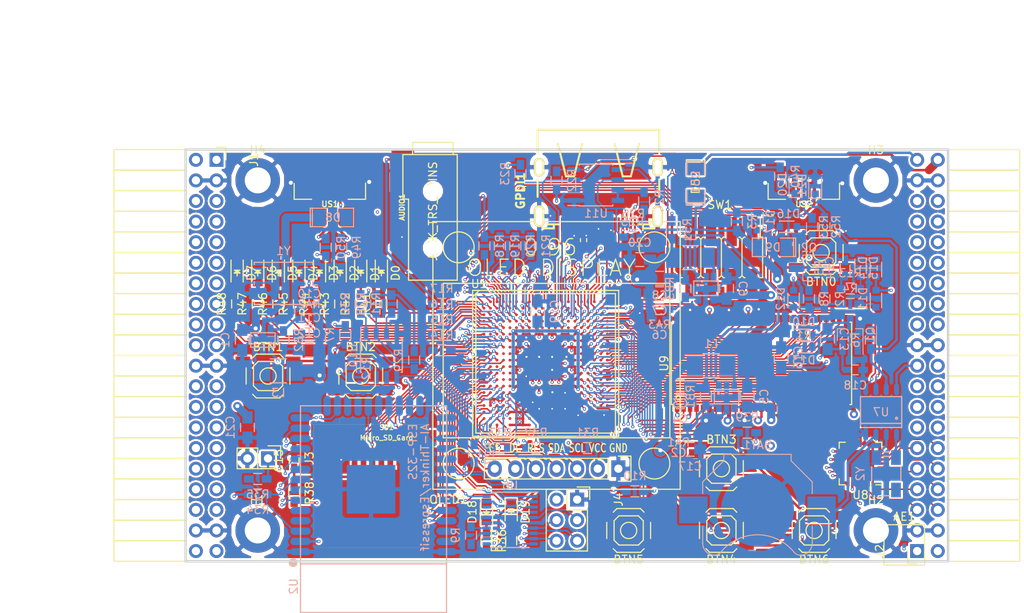
<source format=kicad_pcb>
(kicad_pcb (version 4) (host pcbnew 4.0.6+dfsg1-1)

  (general
    (links 672)
    (no_connects 0)
    (area 93.949999 61.269999 188.230001 112.370001)
    (thickness 1.6)
    (drawings 6)
    (tracks 4026)
    (zones 0)
    (modules 146)
    (nets 236)
  )

  (page A4)
  (layers
    (0 F.Cu signal)
    (1 In1.Cu signal)
    (2 In2.Cu signal)
    (31 B.Cu signal)
    (32 B.Adhes user)
    (33 F.Adhes user)
    (34 B.Paste user)
    (35 F.Paste user)
    (36 B.SilkS user)
    (37 F.SilkS user)
    (38 B.Mask user)
    (39 F.Mask user)
    (40 Dwgs.User user)
    (41 Cmts.User user)
    (42 Eco1.User user)
    (43 Eco2.User user)
    (44 Edge.Cuts user)
    (45 Margin user)
    (46 B.CrtYd user)
    (47 F.CrtYd user)
    (48 B.Fab user)
    (49 F.Fab user)
  )

  (setup
    (last_trace_width 0.3)
    (trace_clearance 0.127)
    (zone_clearance 0.254)
    (zone_45_only no)
    (trace_min 0.127)
    (segment_width 0.2)
    (edge_width 0.2)
    (via_size 0.4)
    (via_drill 0.2)
    (via_min_size 0.4)
    (via_min_drill 0.2)
    (uvia_size 0.3)
    (uvia_drill 0.1)
    (uvias_allowed no)
    (uvia_min_size 0.2)
    (uvia_min_drill 0.1)
    (pcb_text_width 0.3)
    (pcb_text_size 1.5 1.5)
    (mod_edge_width 0.15)
    (mod_text_size 1 1)
    (mod_text_width 0.15)
    (pad_size 0.5 0.5)
    (pad_drill 0)
    (pad_to_mask_clearance 0.2)
    (aux_axis_origin 82.67 62.69)
    (grid_origin 86.48 79.2)
    (visible_elements 7FFFF7FF)
    (pcbplotparams
      (layerselection 0x010f0_80000007)
      (usegerberextensions true)
      (excludeedgelayer true)
      (linewidth 0.100000)
      (plotframeref false)
      (viasonmask false)
      (mode 1)
      (useauxorigin false)
      (hpglpennumber 1)
      (hpglpenspeed 20)
      (hpglpendiameter 15)
      (hpglpenoverlay 2)
      (psnegative false)
      (psa4output false)
      (plotreference true)
      (plotvalue true)
      (plotinvisibletext false)
      (padsonsilk false)
      (subtractmaskfromsilk false)
      (outputformat 1)
      (mirror false)
      (drillshape 0)
      (scaleselection 1)
      (outputdirectory plot))
  )

  (net 0 "")
  (net 1 GND)
  (net 2 +5V)
  (net 3 /gpio/IN5V)
  (net 4 /gpio/OUT5V)
  (net 5 +3V3)
  (net 6 "Net-(L1-Pad1)")
  (net 7 "Net-(L2-Pad1)")
  (net 8 +1V2)
  (net 9 BTN_D)
  (net 10 BTN_F1)
  (net 11 BTN_F2)
  (net 12 BTN_L)
  (net 13 BTN_R)
  (net 14 BTN_U)
  (net 15 /power/FB1)
  (net 16 +2V5)
  (net 17 "Net-(L3-Pad1)")
  (net 18 /power/PWREN)
  (net 19 /power/FB3)
  (net 20 /power/FB2)
  (net 21 "Net-(D9-Pad1)")
  (net 22 /power/VBAT)
  (net 23 JTAG_TDI)
  (net 24 JTAG_TCK)
  (net 25 JTAG_TMS)
  (net 26 JTAG_TDO)
  (net 27 /power/WAKEUPn)
  (net 28 /power/WKUP)
  (net 29 /power/SHUT)
  (net 30 /power/WAKE)
  (net 31 /power/HOLD)
  (net 32 /power/WKn)
  (net 33 /power/OSCI_32k)
  (net 34 /power/OSCO_32k)
  (net 35 "Net-(Q2-Pad3)")
  (net 36 SHUTDOWN)
  (net 37 /analog/AUDIO_L)
  (net 38 /analog/AUDIO_R)
  (net 39 GPDI_5V_SCL)
  (net 40 GPDI_5V_SDA)
  (net 41 GPDI_SDA)
  (net 42 GPDI_SCL)
  (net 43 /gpdi/VREF2)
  (net 44 SD_CMD)
  (net 45 SD_CLK)
  (net 46 SD_D0)
  (net 47 SD_D1)
  (net 48 USB5V)
  (net 49 "Net-(BTN0-Pad1)")
  (net 50 GPDI_CEC)
  (net 51 nRESET)
  (net 52 FTDI_nDTR)
  (net 53 SDRAM_CKE)
  (net 54 SDRAM_A7)
  (net 55 SDRAM_D15)
  (net 56 SDRAM_BA1)
  (net 57 SDRAM_D7)
  (net 58 SDRAM_A6)
  (net 59 SDRAM_CLK)
  (net 60 SDRAM_D13)
  (net 61 SDRAM_BA0)
  (net 62 SDRAM_D6)
  (net 63 SDRAM_A5)
  (net 64 SDRAM_D14)
  (net 65 SDRAM_A11)
  (net 66 SDRAM_D12)
  (net 67 SDRAM_D5)
  (net 68 SDRAM_A4)
  (net 69 SDRAM_A10)
  (net 70 SDRAM_D11)
  (net 71 SDRAM_A3)
  (net 72 SDRAM_D4)
  (net 73 SDRAM_D10)
  (net 74 SDRAM_D9)
  (net 75 SDRAM_A9)
  (net 76 SDRAM_D3)
  (net 77 SDRAM_D8)
  (net 78 SDRAM_A8)
  (net 79 SDRAM_A2)
  (net 80 SDRAM_A1)
  (net 81 SDRAM_A0)
  (net 82 SDRAM_D2)
  (net 83 SDRAM_D1)
  (net 84 SDRAM_D0)
  (net 85 SDRAM_DQM0)
  (net 86 SDRAM_nCS)
  (net 87 SDRAM_nRAS)
  (net 88 SDRAM_DQM1)
  (net 89 SDRAM_nCAS)
  (net 90 SDRAM_nWE)
  (net 91 /flash/FLASH_nWP)
  (net 92 /flash/FLASH_nHOLD)
  (net 93 /flash/FLASH_MOSI)
  (net 94 /flash/FLASH_MISO)
  (net 95 /flash/FLASH_SCK)
  (net 96 /flash/FLASH_nCS)
  (net 97 /flash/FPGA_PROGRAMN)
  (net 98 /flash/FPGA_DONE)
  (net 99 /flash/FPGA_INITN)
  (net 100 OLED_RES)
  (net 101 OLED_DC)
  (net 102 OLED_CS)
  (net 103 WIFI_EN)
  (net 104 FTDI_nRTS)
  (net 105 FTDI_TXD)
  (net 106 FTDI_RXD)
  (net 107 WIFI_RXD)
  (net 108 WIFI_GPIO0)
  (net 109 WIFI_TXD)
  (net 110 GPDI_ETH-)
  (net 111 GPDI_ETH+)
  (net 112 GPDI_D2+)
  (net 113 GPDI_D2-)
  (net 114 GPDI_D1+)
  (net 115 GPDI_D1-)
  (net 116 GPDI_D0+)
  (net 117 GPDI_D0-)
  (net 118 GPDI_CLK+)
  (net 119 GPDI_CLK-)
  (net 120 USB_FTDI_D+)
  (net 121 USB_FTDI_D-)
  (net 122 J1_17-)
  (net 123 J1_17+)
  (net 124 J1_23-)
  (net 125 J1_23+)
  (net 126 J1_25-)
  (net 127 J1_25+)
  (net 128 J1_27-)
  (net 129 J1_27+)
  (net 130 J1_29-)
  (net 131 J1_29+)
  (net 132 J1_31-)
  (net 133 J1_31+)
  (net 134 J1_33-)
  (net 135 J1_33+)
  (net 136 J1_35-)
  (net 137 J1_35+)
  (net 138 J2_5-)
  (net 139 J2_5+)
  (net 140 J2_7-)
  (net 141 J2_7+)
  (net 142 J2_9-)
  (net 143 J2_9+)
  (net 144 J2_13-)
  (net 145 J2_13+)
  (net 146 J2_17-)
  (net 147 J2_17+)
  (net 148 J2_11-)
  (net 149 J2_11+)
  (net 150 J2_23-)
  (net 151 J2_23+)
  (net 152 J1_5-)
  (net 153 J1_5+)
  (net 154 J1_7-)
  (net 155 J1_7+)
  (net 156 J1_9-)
  (net 157 J1_9+)
  (net 158 J1_11-)
  (net 159 J1_11+)
  (net 160 J1_13-)
  (net 161 J1_13+)
  (net 162 J1_15-)
  (net 163 J1_15+)
  (net 164 J2_15-)
  (net 165 J2_15+)
  (net 166 J2_25-)
  (net 167 J2_25+)
  (net 168 J2_27-)
  (net 169 J2_27+)
  (net 170 J2_29-)
  (net 171 J2_29+)
  (net 172 J2_31-)
  (net 173 J2_31+)
  (net 174 J2_33-)
  (net 175 J2_33+)
  (net 176 J2_35-)
  (net 177 J2_35+)
  (net 178 SD_D3)
  (net 179 AUDIO_L3)
  (net 180 AUDIO_L2)
  (net 181 AUDIO_L1)
  (net 182 AUDIO_L0)
  (net 183 AUDIO_R3)
  (net 184 AUDIO_R2)
  (net 185 AUDIO_R1)
  (net 186 AUDIO_R0)
  (net 187 OLED_CLK)
  (net 188 OLED_MOSI)
  (net 189 LED0)
  (net 190 LED1)
  (net 191 LED2)
  (net 192 LED3)
  (net 193 LED4)
  (net 194 LED5)
  (net 195 LED6)
  (net 196 LED7)
  (net 197 BTN_PWRn)
  (net 198 "Net-(J3-Pad1)")
  (net 199 FTDI_nTXLED)
  (net 200 FTDI_nSLEEP)
  (net 201 /blinkey/LED_PWREN)
  (net 202 /blinkey/LED_TXLED)
  (net 203 FT3V3)
  (net 204 /sdcard/SD3V3)
  (net 205 SD_D2)
  (net 206 CLK_25MHz)
  (net 207 /blinkey/BTNPUL)
  (net 208 /blinkey/BTNPUR)
  (net 209 USB_FPGA_D+)
  (net 210 /power/FTDI_nSUSPEND)
  (net 211 /blinkey/ALED0)
  (net 212 /blinkey/ALED1)
  (net 213 /blinkey/ALED2)
  (net 214 /blinkey/ALED3)
  (net 215 /blinkey/ALED4)
  (net 216 /blinkey/ALED5)
  (net 217 /blinkey/ALED6)
  (net 218 /blinkey/ALED7)
  (net 219 /usb/FTD-)
  (net 220 /usb/FTD+)
  (net 221 ADC_MISO)
  (net 222 ADC_MOSI)
  (net 223 ADC_CSn)
  (net 224 ADC_SCLK)
  (net 225 "Net-(R51-Pad2)")
  (net 226 SW3)
  (net 227 SW2)
  (net 228 SW1)
  (net 229 SW0)
  (net 230 USB_FPGA_D-)
  (net 231 /usb/FPD+)
  (net 232 /usb/FPD-)
  (net 233 WIFI_GPIO16)
  (net 234 WIFI_GPIO15)
  (net 235 /usb/ANT_433MHz)

  (net_class Default "This is the default net class."
    (clearance 0.127)
    (trace_width 0.3)
    (via_dia 0.4)
    (via_drill 0.2)
    (uvia_dia 0.3)
    (uvia_drill 0.1)
    (add_net +1V2)
    (add_net +2V5)
    (add_net +3V3)
    (add_net +5V)
    (add_net /analog/AUDIO_L)
    (add_net /analog/AUDIO_R)
    (add_net /blinkey/ALED0)
    (add_net /blinkey/ALED1)
    (add_net /blinkey/ALED2)
    (add_net /blinkey/ALED3)
    (add_net /blinkey/ALED4)
    (add_net /blinkey/ALED5)
    (add_net /blinkey/ALED6)
    (add_net /blinkey/ALED7)
    (add_net /blinkey/BTNPUL)
    (add_net /blinkey/BTNPUR)
    (add_net /blinkey/LED_PWREN)
    (add_net /blinkey/LED_TXLED)
    (add_net /gpdi/VREF2)
    (add_net /gpio/IN5V)
    (add_net /gpio/OUT5V)
    (add_net /power/FB1)
    (add_net /power/FB2)
    (add_net /power/FB3)
    (add_net /power/FTDI_nSUSPEND)
    (add_net /power/HOLD)
    (add_net /power/OSCI_32k)
    (add_net /power/OSCO_32k)
    (add_net /power/PWREN)
    (add_net /power/SHUT)
    (add_net /power/VBAT)
    (add_net /power/WAKE)
    (add_net /power/WAKEUPn)
    (add_net /power/WKUP)
    (add_net /power/WKn)
    (add_net /sdcard/SD3V3)
    (add_net /usb/ANT_433MHz)
    (add_net /usb/FPD+)
    (add_net /usb/FPD-)
    (add_net /usb/FTD+)
    (add_net /usb/FTD-)
    (add_net FT3V3)
    (add_net GND)
    (add_net "Net-(BTN0-Pad1)")
    (add_net "Net-(D9-Pad1)")
    (add_net "Net-(J3-Pad1)")
    (add_net "Net-(L1-Pad1)")
    (add_net "Net-(L2-Pad1)")
    (add_net "Net-(L3-Pad1)")
    (add_net "Net-(Q2-Pad3)")
    (add_net "Net-(R51-Pad2)")
    (add_net USB5V)
  )

  (net_class BGA ""
    (clearance 0.127)
    (trace_width 0.19)
    (via_dia 0.4)
    (via_drill 0.2)
    (uvia_dia 0.3)
    (uvia_drill 0.1)
    (add_net /flash/FLASH_MISO)
    (add_net /flash/FLASH_MOSI)
    (add_net /flash/FLASH_SCK)
    (add_net /flash/FLASH_nCS)
    (add_net /flash/FLASH_nHOLD)
    (add_net /flash/FLASH_nWP)
    (add_net /flash/FPGA_DONE)
    (add_net /flash/FPGA_INITN)
    (add_net /flash/FPGA_PROGRAMN)
    (add_net ADC_CSn)
    (add_net ADC_MISO)
    (add_net ADC_MOSI)
    (add_net ADC_SCLK)
    (add_net AUDIO_L0)
    (add_net AUDIO_L1)
    (add_net AUDIO_L2)
    (add_net AUDIO_L3)
    (add_net AUDIO_R0)
    (add_net AUDIO_R1)
    (add_net AUDIO_R2)
    (add_net AUDIO_R3)
    (add_net BTN_D)
    (add_net BTN_F1)
    (add_net BTN_F2)
    (add_net BTN_L)
    (add_net BTN_PWRn)
    (add_net BTN_R)
    (add_net BTN_U)
    (add_net CLK_25MHz)
    (add_net FTDI_RXD)
    (add_net FTDI_TXD)
    (add_net FTDI_nDTR)
    (add_net FTDI_nRTS)
    (add_net FTDI_nSLEEP)
    (add_net FTDI_nTXLED)
    (add_net GPDI_5V_SCL)
    (add_net GPDI_5V_SDA)
    (add_net GPDI_CEC)
    (add_net GPDI_CLK+)
    (add_net GPDI_CLK-)
    (add_net GPDI_D0+)
    (add_net GPDI_D0-)
    (add_net GPDI_D1+)
    (add_net GPDI_D1-)
    (add_net GPDI_D2+)
    (add_net GPDI_D2-)
    (add_net GPDI_ETH+)
    (add_net GPDI_ETH-)
    (add_net GPDI_SCL)
    (add_net GPDI_SDA)
    (add_net J1_11+)
    (add_net J1_11-)
    (add_net J1_13+)
    (add_net J1_13-)
    (add_net J1_15+)
    (add_net J1_15-)
    (add_net J1_17+)
    (add_net J1_17-)
    (add_net J1_23+)
    (add_net J1_23-)
    (add_net J1_25+)
    (add_net J1_25-)
    (add_net J1_27+)
    (add_net J1_27-)
    (add_net J1_29+)
    (add_net J1_29-)
    (add_net J1_31+)
    (add_net J1_31-)
    (add_net J1_33+)
    (add_net J1_33-)
    (add_net J1_35+)
    (add_net J1_35-)
    (add_net J1_5+)
    (add_net J1_5-)
    (add_net J1_7+)
    (add_net J1_7-)
    (add_net J1_9+)
    (add_net J1_9-)
    (add_net J2_11+)
    (add_net J2_11-)
    (add_net J2_13+)
    (add_net J2_13-)
    (add_net J2_15+)
    (add_net J2_15-)
    (add_net J2_17+)
    (add_net J2_17-)
    (add_net J2_23+)
    (add_net J2_23-)
    (add_net J2_25+)
    (add_net J2_25-)
    (add_net J2_27+)
    (add_net J2_27-)
    (add_net J2_29+)
    (add_net J2_29-)
    (add_net J2_31+)
    (add_net J2_31-)
    (add_net J2_33+)
    (add_net J2_33-)
    (add_net J2_35+)
    (add_net J2_35-)
    (add_net J2_5+)
    (add_net J2_5-)
    (add_net J2_7+)
    (add_net J2_7-)
    (add_net J2_9+)
    (add_net J2_9-)
    (add_net JTAG_TCK)
    (add_net JTAG_TDI)
    (add_net JTAG_TDO)
    (add_net JTAG_TMS)
    (add_net LED0)
    (add_net LED1)
    (add_net LED2)
    (add_net LED3)
    (add_net LED4)
    (add_net LED5)
    (add_net LED6)
    (add_net LED7)
    (add_net OLED_CLK)
    (add_net OLED_CS)
    (add_net OLED_DC)
    (add_net OLED_MOSI)
    (add_net OLED_RES)
    (add_net SDRAM_A0)
    (add_net SDRAM_A1)
    (add_net SDRAM_A10)
    (add_net SDRAM_A11)
    (add_net SDRAM_A2)
    (add_net SDRAM_A3)
    (add_net SDRAM_A4)
    (add_net SDRAM_A5)
    (add_net SDRAM_A6)
    (add_net SDRAM_A7)
    (add_net SDRAM_A8)
    (add_net SDRAM_A9)
    (add_net SDRAM_BA0)
    (add_net SDRAM_BA1)
    (add_net SDRAM_CKE)
    (add_net SDRAM_CLK)
    (add_net SDRAM_D0)
    (add_net SDRAM_D1)
    (add_net SDRAM_D10)
    (add_net SDRAM_D11)
    (add_net SDRAM_D12)
    (add_net SDRAM_D13)
    (add_net SDRAM_D14)
    (add_net SDRAM_D15)
    (add_net SDRAM_D2)
    (add_net SDRAM_D3)
    (add_net SDRAM_D4)
    (add_net SDRAM_D5)
    (add_net SDRAM_D6)
    (add_net SDRAM_D7)
    (add_net SDRAM_D8)
    (add_net SDRAM_D9)
    (add_net SDRAM_DQM0)
    (add_net SDRAM_DQM1)
    (add_net SDRAM_nCAS)
    (add_net SDRAM_nCS)
    (add_net SDRAM_nRAS)
    (add_net SDRAM_nWE)
    (add_net SD_CLK)
    (add_net SD_CMD)
    (add_net SD_D0)
    (add_net SD_D1)
    (add_net SD_D2)
    (add_net SD_D3)
    (add_net SHUTDOWN)
    (add_net SW0)
    (add_net SW1)
    (add_net SW2)
    (add_net SW3)
    (add_net USB_FPGA_D+)
    (add_net USB_FPGA_D-)
    (add_net USB_FTDI_D+)
    (add_net USB_FTDI_D-)
    (add_net WIFI_EN)
    (add_net WIFI_GPIO0)
    (add_net WIFI_GPIO15)
    (add_net WIFI_GPIO16)
    (add_net WIFI_RXD)
    (add_net WIFI_TXD)
    (add_net nRESET)
  )

  (net_class Minimal ""
    (clearance 0.127)
    (trace_width 0.127)
    (via_dia 0.4)
    (via_drill 0.2)
    (uvia_dia 0.3)
    (uvia_drill 0.1)
  )

  (module Resistors_SMD:R_0603_HandSoldering (layer B.Cu) (tedit 58307AEF) (tstamp 595B8F7A)
    (at 154.044 71.326 90)
    (descr "Resistor SMD 0603, hand soldering")
    (tags "resistor 0603")
    (path /58D6547C/595B9C2F)
    (attr smd)
    (fp_text reference R51 (at 0 1.9 90) (layer B.SilkS)
      (effects (font (size 1 1) (thickness 0.15)) (justify mirror))
    )
    (fp_text value 220 (at 0 -1.9 90) (layer B.Fab)
      (effects (font (size 1 1) (thickness 0.15)) (justify mirror))
    )
    (fp_line (start -0.8 -0.4) (end -0.8 0.4) (layer B.Fab) (width 0.1))
    (fp_line (start 0.8 -0.4) (end -0.8 -0.4) (layer B.Fab) (width 0.1))
    (fp_line (start 0.8 0.4) (end 0.8 -0.4) (layer B.Fab) (width 0.1))
    (fp_line (start -0.8 0.4) (end 0.8 0.4) (layer B.Fab) (width 0.1))
    (fp_line (start -2 0.8) (end 2 0.8) (layer B.CrtYd) (width 0.05))
    (fp_line (start -2 -0.8) (end 2 -0.8) (layer B.CrtYd) (width 0.05))
    (fp_line (start -2 0.8) (end -2 -0.8) (layer B.CrtYd) (width 0.05))
    (fp_line (start 2 0.8) (end 2 -0.8) (layer B.CrtYd) (width 0.05))
    (fp_line (start 0.5 -0.675) (end -0.5 -0.675) (layer B.SilkS) (width 0.15))
    (fp_line (start -0.5 0.675) (end 0.5 0.675) (layer B.SilkS) (width 0.15))
    (pad 1 smd rect (at -1.1 0 90) (size 1.2 0.9) (layers B.Cu B.Paste B.Mask)
      (net 5 +3V3))
    (pad 2 smd rect (at 1.1 0 90) (size 1.2 0.9) (layers B.Cu B.Paste B.Mask)
      (net 225 "Net-(R51-Pad2)"))
    (model Resistors_SMD.3dshapes/R_0603_HandSoldering.wrl
      (at (xyz 0 0 0))
      (scale (xyz 1 1 1))
      (rotate (xyz 0 0 0))
    )
  )

  (module Pin_Headers:Pin_Header_Straight_SMT_02x04 (layer F.Cu) (tedit 595B8E00) (tstamp 595B8F86)
    (at 160.14 74.73 180)
    (descr "SMT pin header")
    (tags "SMT pin header")
    (path /58D6547C/595B94DC)
    (attr smd)
    (fp_text reference SW1 (at 0.2 6.5 180) (layer F.SilkS)
      (effects (font (size 1 1) (thickness 0.15)))
    )
    (fp_text value DIPSW (at 0.1 -6.1 180) (layer F.Fab)
      (effects (font (size 1 1) (thickness 0.15)))
    )
    (fp_line (start -4.8 2.5) (end -4.8 4.925) (layer F.SilkS) (width 0.15))
    (fp_line (start -5.6 5.5) (end 5.6 5.5) (layer F.CrtYd) (width 0.05))
    (fp_line (start 5.6 5.5) (end 5.6 -5.5) (layer F.CrtYd) (width 0.05))
    (fp_line (start 5.6 -5.5) (end -5.6 -5.5) (layer F.CrtYd) (width 0.05))
    (fp_line (start -5.6 -5.5) (end -5.6 5.5) (layer F.CrtYd) (width 0.05))
    (fp_line (start -2.54 2.25) (end -2.54 -2.25) (layer F.SilkS) (width 0.15))
    (fp_line (start 5.08 -2.5) (end 4.8 -2.5) (layer F.SilkS) (width 0.15))
    (fp_line (start 5.08 -2.5) (end 5.08 2.5) (layer F.SilkS) (width 0.15))
    (fp_line (start 5.08 2.5) (end 4.8 2.5) (layer F.SilkS) (width 0.15))
    (fp_line (start -5.08 2.5) (end -4.8 2.5) (layer F.SilkS) (width 0.15))
    (fp_line (start -5.08 -2.5) (end -5.08 2.5) (layer F.SilkS) (width 0.15))
    (fp_line (start -2.921 -2.5) (end -2.794 -2.5) (layer F.SilkS) (width 0.15))
    (fp_line (start -2.794 -2.5) (end -2.54 -2.246) (layer F.SilkS) (width 0.15))
    (fp_line (start -2.54 -2.246) (end -2.286 -2.5) (layer F.SilkS) (width 0.15))
    (fp_line (start -2.286 -2.5) (end -2.159 -2.5) (layer F.SilkS) (width 0.15))
    (fp_line (start -5.08 -2.5) (end -4.8 -2.5) (layer F.SilkS) (width 0.15))
    (fp_line (start -0.381 -2.5) (end -0.254 -2.5) (layer F.SilkS) (width 0.15))
    (fp_line (start 2.159 -2.5) (end 2.286 -2.5) (layer F.SilkS) (width 0.15))
    (fp_line (start -2.159 2.5) (end -2.286 2.5) (layer F.SilkS) (width 0.15))
    (fp_line (start 0 -2.246) (end 0.254 -2.5) (layer F.SilkS) (width 0.15))
    (fp_line (start 2.54 -2.246) (end 2.794 -2.5) (layer F.SilkS) (width 0.15))
    (fp_line (start -2.54 2.246) (end -2.794 2.5) (layer F.SilkS) (width 0.15))
    (fp_line (start 0.254 -2.5) (end 0.381 -2.5) (layer F.SilkS) (width 0.15))
    (fp_line (start 2.794 -2.5) (end 2.921 -2.5) (layer F.SilkS) (width 0.15))
    (fp_line (start -2.794 2.5) (end -2.921 2.5) (layer F.SilkS) (width 0.15))
    (fp_line (start -0.254 -2.5) (end 0 -2.246) (layer F.SilkS) (width 0.15))
    (fp_line (start 2.286 -2.5) (end 2.54 -2.246) (layer F.SilkS) (width 0.15))
    (fp_line (start -2.286 2.5) (end -2.54 2.246) (layer F.SilkS) (width 0.15))
    (fp_line (start 0.381 2.5) (end 0.254 2.5) (layer F.SilkS) (width 0.15))
    (fp_line (start 2.921 2.5) (end 2.794 2.5) (layer F.SilkS) (width 0.15))
    (fp_line (start -0.254 2.5) (end -0.381 2.5) (layer F.SilkS) (width 0.15))
    (fp_line (start 2.286 2.5) (end 2.159 2.5) (layer F.SilkS) (width 0.15))
    (fp_line (start 0 2.246) (end -0.254 2.5) (layer F.SilkS) (width 0.15))
    (fp_line (start 2.54 2.246) (end 2.286 2.5) (layer F.SilkS) (width 0.15))
    (fp_line (start 0.254 2.5) (end 0 2.246) (layer F.SilkS) (width 0.15))
    (fp_line (start 2.794 2.5) (end 2.54 2.246) (layer F.SilkS) (width 0.15))
    (fp_line (start 0 2.25) (end 0 -2.25) (layer F.SilkS) (width 0.15))
    (fp_line (start 2.54 2.25) (end 2.54 -2.25) (layer F.SilkS) (width 0.15))
    (pad 1 smd rect (at -3.81 3.2 180) (size 1.27 3.6) (layers F.Cu F.Paste F.Mask)
      (net 226 SW3))
    (pad 2 smd rect (at -1.27 3.2 180) (size 1.27 3.6) (layers F.Cu F.Paste F.Mask)
      (net 227 SW2))
    (pad 3 smd rect (at 1.27 3.2 180) (size 1.27 3.6) (layers F.Cu F.Paste F.Mask)
      (net 228 SW1))
    (pad 4 smd rect (at 3.81 3.2 180) (size 1.27 3.6) (layers F.Cu F.Paste F.Mask)
      (net 229 SW0))
    (pad 5 smd rect (at 3.81 -3.2 180) (size 1.27 3.6) (layers F.Cu F.Paste F.Mask)
      (net 225 "Net-(R51-Pad2)"))
    (pad 6 smd rect (at 1.27 -3.2 180) (size 1.27 3.6) (layers F.Cu F.Paste F.Mask)
      (net 225 "Net-(R51-Pad2)"))
    (pad 7 smd rect (at -1.27 -3.2 180) (size 1.27 3.6) (layers F.Cu F.Paste F.Mask)
      (net 225 "Net-(R51-Pad2)"))
    (pad 8 smd rect (at -3.81 -3.2 180) (size 1.27 3.6) (layers F.Cu F.Paste F.Mask)
      (net 225 "Net-(R51-Pad2)"))
    (model Pin_Headers.3dshapes/Pin_Header_Straight_SMT_02x04.wrl
      (at (xyz 0 0 0))
      (scale (xyz 1 1 1))
      (rotate (xyz 0 0 0))
    )
  )

  (module Keystone_3000_1x12mm-CoinCell:Keystone_3000_1x12mm-CoinCell (layer B.Cu) (tedit 58D7D5B5) (tstamp 58D7ADD9)
    (at 164.585 105.87 180)
    (descr http://www.keyelco.com/product-pdf.cfm?p=777)
    (tags "Keystone type 3000 coin cell retainer")
    (path /58D51CAD/58D72202)
    (attr smd)
    (fp_text reference BAT1 (at 0 8 180) (layer B.SilkS)
      (effects (font (size 1 1) (thickness 0.15)) (justify mirror))
    )
    (fp_text value CR1225 (at 0 -7.5 180) (layer B.Fab)
      (effects (font (size 1 1) (thickness 0.15)) (justify mirror))
    )
    (fp_arc (start 0 0) (end 0 -6.75) (angle -36.6) (layer B.CrtYd) (width 0.05))
    (fp_arc (start 0.11 -9.15) (end 4.22 -5.65) (angle 3.1) (layer B.CrtYd) (width 0.05))
    (fp_arc (start 0.11 -9.15) (end -4.22 -5.65) (angle -3.1) (layer B.CrtYd) (width 0.05))
    (fp_arc (start 0 0) (end 0 -6.75) (angle 36.6) (layer B.CrtYd) (width 0.05))
    (fp_arc (start 5.25 -4.1) (end 5.3 -6.1) (angle 90) (layer B.CrtYd) (width 0.05))
    (fp_arc (start 5.29 -4.6) (end 4.22 -5.65) (angle 54.1) (layer B.CrtYd) (width 0.05))
    (fp_arc (start -5.29 -4.6) (end -4.22 -5.65) (angle -54.1) (layer B.CrtYd) (width 0.05))
    (fp_circle (center 0 0) (end 0 -6.25) (layer Dwgs.User) (width 0.15))
    (fp_arc (start 5.29 -4.6) (end 4.5 -5.2) (angle 60) (layer B.SilkS) (width 0.12))
    (fp_arc (start -5.29 -4.6) (end -4.5 -5.2) (angle -60) (layer B.SilkS) (width 0.12))
    (fp_arc (start 0 -8.9) (end -4.5 -5.2) (angle -101) (layer B.SilkS) (width 0.12))
    (fp_arc (start 5.29 -4.6) (end 4.6 -5.1) (angle 60) (layer B.Fab) (width 0.1))
    (fp_arc (start -5.29 -4.6) (end -4.6 -5.1) (angle -60) (layer B.Fab) (width 0.1))
    (fp_arc (start 0 -8.9) (end -4.6 -5.1) (angle -101) (layer B.Fab) (width 0.1))
    (fp_arc (start -5.25 -4.1) (end -5.3 -6.1) (angle -90) (layer B.CrtYd) (width 0.05))
    (fp_arc (start 5.25 -4.1) (end 5.3 -5.6) (angle 90) (layer B.SilkS) (width 0.12))
    (fp_arc (start -5.25 -4.1) (end -5.3 -5.6) (angle -90) (layer B.SilkS) (width 0.12))
    (fp_line (start -7.25 -2.15) (end -7.25 -4.1) (layer B.CrtYd) (width 0.05))
    (fp_line (start 7.25 -2.15) (end 7.25 -4.1) (layer B.CrtYd) (width 0.05))
    (fp_line (start 6.75 -2) (end 6.75 -4.1) (layer B.SilkS) (width 0.12))
    (fp_line (start -6.75 -2) (end -6.75 -4.1) (layer B.SilkS) (width 0.12))
    (fp_arc (start 5.25 -4.1) (end 5.3 -5.45) (angle 90) (layer B.Fab) (width 0.1))
    (fp_line (start 7.25 2.15) (end 7.25 3.8) (layer B.CrtYd) (width 0.05))
    (fp_line (start 7.25 3.8) (end 4.65 6.4) (layer B.CrtYd) (width 0.05))
    (fp_line (start 4.65 6.4) (end 4.65 7.35) (layer B.CrtYd) (width 0.05))
    (fp_line (start -4.65 7.35) (end 4.65 7.35) (layer B.CrtYd) (width 0.05))
    (fp_line (start -4.65 6.4) (end -4.65 7.35) (layer B.CrtYd) (width 0.05))
    (fp_line (start -7.25 3.8) (end -4.65 6.4) (layer B.CrtYd) (width 0.05))
    (fp_line (start -7.25 2.15) (end -7.25 3.8) (layer B.CrtYd) (width 0.05))
    (fp_line (start -6.75 2) (end -6.75 3.45) (layer B.SilkS) (width 0.12))
    (fp_line (start -6.75 3.45) (end -4.15 6.05) (layer B.SilkS) (width 0.12))
    (fp_line (start -4.15 6.05) (end -4.15 6.85) (layer B.SilkS) (width 0.12))
    (fp_line (start -4.15 6.85) (end 4.15 6.85) (layer B.SilkS) (width 0.12))
    (fp_line (start 4.15 6.85) (end 4.15 6.05) (layer B.SilkS) (width 0.12))
    (fp_line (start 4.15 6.05) (end 6.75 3.45) (layer B.SilkS) (width 0.12))
    (fp_line (start 6.75 3.45) (end 6.75 2) (layer B.SilkS) (width 0.12))
    (fp_line (start -7.25 2.15) (end -10.15 2.15) (layer B.CrtYd) (width 0.05))
    (fp_line (start -10.15 2.15) (end -10.15 -2.15) (layer B.CrtYd) (width 0.05))
    (fp_line (start -10.15 -2.15) (end -7.25 -2.15) (layer B.CrtYd) (width 0.05))
    (fp_line (start 7.25 2.15) (end 10.15 2.15) (layer B.CrtYd) (width 0.05))
    (fp_line (start 10.15 2.15) (end 10.15 -2.15) (layer B.CrtYd) (width 0.05))
    (fp_line (start 10.15 -2.15) (end 7.25 -2.15) (layer B.CrtYd) (width 0.05))
    (fp_arc (start -5.25 -4.1) (end -5.3 -5.45) (angle -90) (layer B.Fab) (width 0.1))
    (fp_line (start 6.6 3.4) (end 6.6 -4.1) (layer B.Fab) (width 0.1))
    (fp_line (start -6.6 3.4) (end -6.6 -4.1) (layer B.Fab) (width 0.1))
    (fp_line (start 4 6) (end 6.6 3.4) (layer B.Fab) (width 0.1))
    (fp_line (start -4 6) (end -6.6 3.4) (layer B.Fab) (width 0.1))
    (fp_line (start 4 6.7) (end 4 6) (layer B.Fab) (width 0.1))
    (fp_line (start -4 6.7) (end -4 6) (layer B.Fab) (width 0.1))
    (fp_line (start -4 6.7) (end 4 6.7) (layer B.Fab) (width 0.1))
    (pad 1 smd rect (at -7.9 0 180) (size 3.5 3.3) (layers B.Cu B.Paste B.Mask)
      (net 22 /power/VBAT))
    (pad 1 smd rect (at 7.9 0 180) (size 3.5 3.3) (layers B.Cu B.Paste B.Mask)
      (net 22 /power/VBAT))
    (pad 2 smd circle (at 0 0 180) (size 9 9) (layers B.Cu B.Mask)
      (net 1 GND))
    (model Battery_Holders.3dshapes/Keystone_3000_1x12mm-CoinCell.wrl
      (at (xyz 0 0 0))
      (scale (xyz 1 1 1))
      (rotate (xyz 0 0 0))
    )
  )

  (module SMD_Packages:SMD-1206_Pol (layer F.Cu) (tedit 0) (tstamp 56AA106E)
    (at 156.965 65.484 270)
    (path /56AC389C/56AC4846)
    (attr smd)
    (fp_text reference D52 (at 0 0 270) (layer F.SilkS)
      (effects (font (size 1 1) (thickness 0.15)))
    )
    (fp_text value 2A (at 0 0 270) (layer F.Fab)
      (effects (font (size 1 1) (thickness 0.15)))
    )
    (fp_line (start -2.54 -1.143) (end -2.794 -1.143) (layer F.SilkS) (width 0.15))
    (fp_line (start -2.794 -1.143) (end -2.794 1.143) (layer F.SilkS) (width 0.15))
    (fp_line (start -2.794 1.143) (end -2.54 1.143) (layer F.SilkS) (width 0.15))
    (fp_line (start -2.54 -1.143) (end -2.54 1.143) (layer F.SilkS) (width 0.15))
    (fp_line (start -2.54 1.143) (end -0.889 1.143) (layer F.SilkS) (width 0.15))
    (fp_line (start 0.889 -1.143) (end 2.54 -1.143) (layer F.SilkS) (width 0.15))
    (fp_line (start 2.54 -1.143) (end 2.54 1.143) (layer F.SilkS) (width 0.15))
    (fp_line (start 2.54 1.143) (end 0.889 1.143) (layer F.SilkS) (width 0.15))
    (fp_line (start -0.889 -1.143) (end -2.54 -1.143) (layer F.SilkS) (width 0.15))
    (pad 1 smd rect (at -1.651 0 270) (size 1.524 2.032) (layers F.Cu F.Paste F.Mask)
      (net 4 /gpio/OUT5V))
    (pad 2 smd rect (at 1.651 0 270) (size 1.524 2.032) (layers F.Cu F.Paste F.Mask)
      (net 2 +5V))
    (model SMD_Packages.3dshapes/SMD-1206_Pol.wrl
      (at (xyz 0 0 0))
      (scale (xyz 0.17 0.16 0.16))
      (rotate (xyz 0 0 0))
    )
  )

  (module SMD_Packages:SMD-1206_Pol (layer B.Cu) (tedit 0) (tstamp 56AA1068)
    (at 156.965 65.484 90)
    (path /56AC389C/56AC483B)
    (attr smd)
    (fp_text reference D51 (at 0 0 90) (layer B.SilkS)
      (effects (font (size 1 1) (thickness 0.15)) (justify mirror))
    )
    (fp_text value 2A (at 0 0 90) (layer B.Fab)
      (effects (font (size 1 1) (thickness 0.15)) (justify mirror))
    )
    (fp_line (start -2.54 1.143) (end -2.794 1.143) (layer B.SilkS) (width 0.15))
    (fp_line (start -2.794 1.143) (end -2.794 -1.143) (layer B.SilkS) (width 0.15))
    (fp_line (start -2.794 -1.143) (end -2.54 -1.143) (layer B.SilkS) (width 0.15))
    (fp_line (start -2.54 1.143) (end -2.54 -1.143) (layer B.SilkS) (width 0.15))
    (fp_line (start -2.54 -1.143) (end -0.889 -1.143) (layer B.SilkS) (width 0.15))
    (fp_line (start 0.889 1.143) (end 2.54 1.143) (layer B.SilkS) (width 0.15))
    (fp_line (start 2.54 1.143) (end 2.54 -1.143) (layer B.SilkS) (width 0.15))
    (fp_line (start 2.54 -1.143) (end 0.889 -1.143) (layer B.SilkS) (width 0.15))
    (fp_line (start -0.889 1.143) (end -2.54 1.143) (layer B.SilkS) (width 0.15))
    (pad 1 smd rect (at -1.651 0 90) (size 1.524 2.032) (layers B.Cu B.Paste B.Mask)
      (net 2 +5V))
    (pad 2 smd rect (at 1.651 0 90) (size 1.524 2.032) (layers B.Cu B.Paste B.Mask)
      (net 3 /gpio/IN5V))
    (model SMD_Packages.3dshapes/SMD-1206_Pol.wrl
      (at (xyz 0 0 0))
      (scale (xyz 0.17 0.16 0.16))
      (rotate (xyz 0 0 0))
    )
  )

  (module micro-sd:MicroSD_TF02D (layer F.Cu) (tedit 52721666) (tstamp 56A966AB)
    (at 116.87 110.52 180)
    (path /58DA7327/590C84AE)
    (fp_text reference SD1 (at -1.995 14.81 180) (layer F.SilkS)
      (effects (font (size 0.59944 0.59944) (thickness 0.12446)))
    )
    (fp_text value Micro_SD_Card (at -1.995 13.54 180) (layer F.SilkS)
      (effects (font (size 0.59944 0.59944) (thickness 0.12446)))
    )
    (fp_line (start 3.8 15.2) (end 3.8 16) (layer F.SilkS) (width 0.01016))
    (fp_line (start 3.8 16) (end -7 16) (layer F.SilkS) (width 0.01016))
    (fp_line (start -7 16) (end -7 15.2) (layer F.SilkS) (width 0.01016))
    (fp_line (start 7 0) (end 7 15.2) (layer F.SilkS) (width 0.01016))
    (fp_line (start 7 15.2) (end -7 15.2) (layer F.SilkS) (width 0.01016))
    (fp_line (start -7 15.2) (end -7 0) (layer F.SilkS) (width 0.01016))
    (fp_line (start -7 0) (end 7 0) (layer F.SilkS) (width 0.01016))
    (pad 1 smd rect (at 1.94 11 180) (size 0.7 1.8) (layers F.Cu F.Paste F.Mask)
      (net 205 SD_D2))
    (pad 2 smd rect (at 0.84 11 180) (size 0.7 1.8) (layers F.Cu F.Paste F.Mask)
      (net 178 SD_D3))
    (pad 3 smd rect (at -0.26 11 180) (size 0.7 1.8) (layers F.Cu F.Paste F.Mask)
      (net 44 SD_CMD))
    (pad 4 smd rect (at -1.36 11 180) (size 0.7 1.8) (layers F.Cu F.Paste F.Mask)
      (net 204 /sdcard/SD3V3))
    (pad 5 smd rect (at -2.46 11 180) (size 0.7 1.8) (layers F.Cu F.Paste F.Mask)
      (net 45 SD_CLK))
    (pad 6 smd rect (at -3.56 11 180) (size 0.7 1.8) (layers F.Cu F.Paste F.Mask)
      (net 1 GND))
    (pad 7 smd rect (at -4.66 11 180) (size 0.7 1.8) (layers F.Cu F.Paste F.Mask)
      (net 46 SD_D0))
    (pad 8 smd rect (at -5.76 11 180) (size 0.7 1.8) (layers F.Cu F.Paste F.Mask)
      (net 47 SD_D1))
    (pad S smd rect (at -5.05 0.4 180) (size 1.6 1.4) (layers F.Cu F.Paste F.Mask))
    (pad S smd rect (at 0.75 0.4 180) (size 1.8 1.4) (layers F.Cu F.Paste F.Mask))
    (pad G smd rect (at -7.45 13.55 180) (size 1.4 1.9) (layers F.Cu F.Paste F.Mask))
    (pad G smd rect (at 6.6 14.55 180) (size 1.4 1.9) (layers F.Cu F.Paste F.Mask))
  )

  (module Resistors_SMD:R_1210_HandSoldering (layer B.Cu) (tedit 58307C8D) (tstamp 58D58A37)
    (at 158.87 88.09 180)
    (descr "Resistor SMD 1210, hand soldering")
    (tags "resistor 1210")
    (path /58D51CAD/58D59D36)
    (attr smd)
    (fp_text reference L1 (at 0 2.7 180) (layer B.SilkS)
      (effects (font (size 1 1) (thickness 0.15)) (justify mirror))
    )
    (fp_text value 2.2uH (at 0 -2.7 180) (layer B.Fab)
      (effects (font (size 1 1) (thickness 0.15)) (justify mirror))
    )
    (fp_line (start -1.6 -1.25) (end -1.6 1.25) (layer B.Fab) (width 0.1))
    (fp_line (start 1.6 -1.25) (end -1.6 -1.25) (layer B.Fab) (width 0.1))
    (fp_line (start 1.6 1.25) (end 1.6 -1.25) (layer B.Fab) (width 0.1))
    (fp_line (start -1.6 1.25) (end 1.6 1.25) (layer B.Fab) (width 0.1))
    (fp_line (start -3.3 1.6) (end 3.3 1.6) (layer B.CrtYd) (width 0.05))
    (fp_line (start -3.3 -1.6) (end 3.3 -1.6) (layer B.CrtYd) (width 0.05))
    (fp_line (start -3.3 1.6) (end -3.3 -1.6) (layer B.CrtYd) (width 0.05))
    (fp_line (start 3.3 1.6) (end 3.3 -1.6) (layer B.CrtYd) (width 0.05))
    (fp_line (start 1 -1.475) (end -1 -1.475) (layer B.SilkS) (width 0.15))
    (fp_line (start -1 1.475) (end 1 1.475) (layer B.SilkS) (width 0.15))
    (pad 1 smd rect (at -2 0 180) (size 2 2.5) (layers B.Cu B.Paste B.Mask)
      (net 6 "Net-(L1-Pad1)"))
    (pad 2 smd rect (at 2 0 180) (size 2 2.5) (layers B.Cu B.Paste B.Mask)
      (net 8 +1V2))
    (model Resistors_SMD.3dshapes/R_1210_HandSoldering.wrl
      (at (xyz 0 0 0))
      (scale (xyz 1 1 1))
      (rotate (xyz 0 0 0))
    )
  )

  (module TSOT-25:TSOT-25 (layer B.Cu) (tedit 55EFFDDA) (tstamp 58D5976E)
    (at 160.775 91.9)
    (path /58D51CAD/58D58840)
    (fp_text reference U3 (at 0 -0.5) (layer B.SilkS)
      (effects (font (size 0.15 0.15) (thickness 0.0375)) (justify mirror))
    )
    (fp_text value AP3429A (at 0 0.5) (layer B.Fab)
      (effects (font (size 0.15 0.15) (thickness 0.0375)) (justify mirror))
    )
    (fp_circle (center -1 -0.4) (end -0.95 -0.5) (layer B.SilkS) (width 0.15))
    (fp_line (start -1.5 0.9) (end 1.5 0.9) (layer B.SilkS) (width 0.15))
    (fp_line (start 1.5 0.9) (end 1.5 -0.9) (layer B.SilkS) (width 0.15))
    (fp_line (start 1.5 -0.9) (end -1.5 -0.9) (layer B.SilkS) (width 0.15))
    (fp_line (start -1.5 -0.9) (end -1.5 0.9) (layer B.SilkS) (width 0.15))
    (pad 1 smd rect (at -0.95 -1.3) (size 0.7 1.2) (layers B.Cu B.Paste B.Mask)
      (net 18 /power/PWREN))
    (pad 2 smd rect (at 0 -1.3) (size 0.7 1.2) (layers B.Cu B.Paste B.Mask)
      (net 1 GND))
    (pad 3 smd rect (at 0.95 -1.3) (size 0.7 1.2) (layers B.Cu B.Paste B.Mask)
      (net 6 "Net-(L1-Pad1)"))
    (pad 4 smd rect (at 0.95 1.3) (size 0.7 1.2) (layers B.Cu B.Paste B.Mask)
      (net 2 +5V))
    (pad 5 smd rect (at -0.95 1.3) (size 0.7 1.2) (layers B.Cu B.Paste B.Mask)
      (net 15 /power/FB1))
  )

  (module Resistors_SMD:R_1210_HandSoldering (layer B.Cu) (tedit 58307C8D) (tstamp 58D599B2)
    (at 156.33 74.755 180)
    (descr "Resistor SMD 1210, hand soldering")
    (tags "resistor 1210")
    (path /58D51CAD/58D62964)
    (attr smd)
    (fp_text reference L2 (at 0 2.7 180) (layer B.SilkS)
      (effects (font (size 1 1) (thickness 0.15)) (justify mirror))
    )
    (fp_text value 2.2uH (at 0 -2.7 180) (layer B.Fab)
      (effects (font (size 1 1) (thickness 0.15)) (justify mirror))
    )
    (fp_line (start -1.6 -1.25) (end -1.6 1.25) (layer B.Fab) (width 0.1))
    (fp_line (start 1.6 -1.25) (end -1.6 -1.25) (layer B.Fab) (width 0.1))
    (fp_line (start 1.6 1.25) (end 1.6 -1.25) (layer B.Fab) (width 0.1))
    (fp_line (start -1.6 1.25) (end 1.6 1.25) (layer B.Fab) (width 0.1))
    (fp_line (start -3.3 1.6) (end 3.3 1.6) (layer B.CrtYd) (width 0.05))
    (fp_line (start -3.3 -1.6) (end 3.3 -1.6) (layer B.CrtYd) (width 0.05))
    (fp_line (start -3.3 1.6) (end -3.3 -1.6) (layer B.CrtYd) (width 0.05))
    (fp_line (start 3.3 1.6) (end 3.3 -1.6) (layer B.CrtYd) (width 0.05))
    (fp_line (start 1 -1.475) (end -1 -1.475) (layer B.SilkS) (width 0.15))
    (fp_line (start -1 1.475) (end 1 1.475) (layer B.SilkS) (width 0.15))
    (pad 1 smd rect (at -2 0 180) (size 2 2.5) (layers B.Cu B.Paste B.Mask)
      (net 7 "Net-(L2-Pad1)"))
    (pad 2 smd rect (at 2 0 180) (size 2 2.5) (layers B.Cu B.Paste B.Mask)
      (net 5 +3V3))
    (model Resistors_SMD.3dshapes/R_1210_HandSoldering.wrl
      (at (xyz 0 0 0))
      (scale (xyz 1 1 1))
      (rotate (xyz 0 0 0))
    )
  )

  (module TSOT-25:TSOT-25 (layer B.Cu) (tedit 55EFFDDA) (tstamp 58D599CD)
    (at 158.235 78.535)
    (path /58D51CAD/58D62946)
    (fp_text reference U4 (at 0 -0.5) (layer B.SilkS)
      (effects (font (size 0.15 0.15) (thickness 0.0375)) (justify mirror))
    )
    (fp_text value AP3429A (at 0 0.5) (layer B.Fab)
      (effects (font (size 0.15 0.15) (thickness 0.0375)) (justify mirror))
    )
    (fp_circle (center -1 -0.4) (end -0.95 -0.5) (layer B.SilkS) (width 0.15))
    (fp_line (start -1.5 0.9) (end 1.5 0.9) (layer B.SilkS) (width 0.15))
    (fp_line (start 1.5 0.9) (end 1.5 -0.9) (layer B.SilkS) (width 0.15))
    (fp_line (start 1.5 -0.9) (end -1.5 -0.9) (layer B.SilkS) (width 0.15))
    (fp_line (start -1.5 -0.9) (end -1.5 0.9) (layer B.SilkS) (width 0.15))
    (pad 1 smd rect (at -0.95 -1.3) (size 0.7 1.2) (layers B.Cu B.Paste B.Mask)
      (net 18 /power/PWREN))
    (pad 2 smd rect (at 0 -1.3) (size 0.7 1.2) (layers B.Cu B.Paste B.Mask)
      (net 1 GND))
    (pad 3 smd rect (at 0.95 -1.3) (size 0.7 1.2) (layers B.Cu B.Paste B.Mask)
      (net 7 "Net-(L2-Pad1)"))
    (pad 4 smd rect (at 0.95 1.3) (size 0.7 1.2) (layers B.Cu B.Paste B.Mask)
      (net 2 +5V))
    (pad 5 smd rect (at -0.95 1.3) (size 0.7 1.2) (layers B.Cu B.Paste B.Mask)
      (net 19 /power/FB3))
  )

  (module Buttons_Switches_SMD:SW_SPST_SKQG (layer F.Cu) (tedit 56EC5E16) (tstamp 58D6598E)
    (at 104.26 89.36)
    (descr "ALPS 5.2mm Square Low-profile TACT Switch (SMD)")
    (tags "SPST Button Switch")
    (path /58D6547C/58D66056)
    (attr smd)
    (fp_text reference BTN1 (at 0 -3.6) (layer F.SilkS)
      (effects (font (size 1 1) (thickness 0.15)))
    )
    (fp_text value FIRE1 (at 0 3.7) (layer F.Fab)
      (effects (font (size 1 1) (thickness 0.15)))
    )
    (fp_line (start -4.25 -2.95) (end -4.25 2.95) (layer F.CrtYd) (width 0.05))
    (fp_line (start 4.25 -2.95) (end -4.25 -2.95) (layer F.CrtYd) (width 0.05))
    (fp_line (start 4.25 2.95) (end 4.25 -2.95) (layer F.CrtYd) (width 0.05))
    (fp_line (start -4.25 2.95) (end 4.25 2.95) (layer F.CrtYd) (width 0.05))
    (fp_circle (center 0 0) (end 1 0) (layer F.SilkS) (width 0.15))
    (fp_line (start -1.2 -1.8) (end 1.2 -1.8) (layer F.SilkS) (width 0.15))
    (fp_line (start -1.8 -1.2) (end -1.2 -1.8) (layer F.SilkS) (width 0.15))
    (fp_line (start -1.8 1.2) (end -1.8 -1.2) (layer F.SilkS) (width 0.15))
    (fp_line (start -1.2 1.8) (end -1.8 1.2) (layer F.SilkS) (width 0.15))
    (fp_line (start 1.2 1.8) (end -1.2 1.8) (layer F.SilkS) (width 0.15))
    (fp_line (start 1.8 1.2) (end 1.2 1.8) (layer F.SilkS) (width 0.15))
    (fp_line (start 1.8 -1.2) (end 1.8 1.2) (layer F.SilkS) (width 0.15))
    (fp_line (start 1.2 -1.8) (end 1.8 -1.2) (layer F.SilkS) (width 0.15))
    (fp_line (start -1.45 -2.7) (end 1.45 -2.7) (layer F.SilkS) (width 0.15))
    (fp_line (start -1.9 -2.25) (end -1.45 -2.7) (layer F.SilkS) (width 0.15))
    (fp_line (start -2.7 1) (end -2.7 -1) (layer F.SilkS) (width 0.15))
    (fp_line (start -1.45 2.7) (end -1.9 2.25) (layer F.SilkS) (width 0.15))
    (fp_line (start 1.45 2.7) (end -1.45 2.7) (layer F.SilkS) (width 0.15))
    (fp_line (start 1.9 2.25) (end 1.45 2.7) (layer F.SilkS) (width 0.15))
    (fp_line (start 2.7 -1) (end 2.7 1) (layer F.SilkS) (width 0.15))
    (fp_line (start 1.45 -2.7) (end 1.9 -2.25) (layer F.SilkS) (width 0.15))
    (pad 1 smd rect (at -3.1 -1.85) (size 1.8 1.1) (layers F.Cu F.Paste F.Mask)
      (net 207 /blinkey/BTNPUL))
    (pad 1 smd rect (at 3.1 -1.85) (size 1.8 1.1) (layers F.Cu F.Paste F.Mask)
      (net 207 /blinkey/BTNPUL))
    (pad 2 smd rect (at -3.1 1.85) (size 1.8 1.1) (layers F.Cu F.Paste F.Mask)
      (net 10 BTN_F1))
    (pad 2 smd rect (at 3.1 1.85) (size 1.8 1.1) (layers F.Cu F.Paste F.Mask)
      (net 10 BTN_F1))
  )

  (module Buttons_Switches_SMD:SW_SPST_SKQG (layer F.Cu) (tedit 56EC5E16) (tstamp 58D65996)
    (at 115.69 89.36)
    (descr "ALPS 5.2mm Square Low-profile TACT Switch (SMD)")
    (tags "SPST Button Switch")
    (path /58D6547C/58D66057)
    (attr smd)
    (fp_text reference BTN2 (at 0 -3.6) (layer F.SilkS)
      (effects (font (size 1 1) (thickness 0.15)))
    )
    (fp_text value FIRE2 (at 0 3.7) (layer F.Fab)
      (effects (font (size 1 1) (thickness 0.15)))
    )
    (fp_line (start -4.25 -2.95) (end -4.25 2.95) (layer F.CrtYd) (width 0.05))
    (fp_line (start 4.25 -2.95) (end -4.25 -2.95) (layer F.CrtYd) (width 0.05))
    (fp_line (start 4.25 2.95) (end 4.25 -2.95) (layer F.CrtYd) (width 0.05))
    (fp_line (start -4.25 2.95) (end 4.25 2.95) (layer F.CrtYd) (width 0.05))
    (fp_circle (center 0 0) (end 1 0) (layer F.SilkS) (width 0.15))
    (fp_line (start -1.2 -1.8) (end 1.2 -1.8) (layer F.SilkS) (width 0.15))
    (fp_line (start -1.8 -1.2) (end -1.2 -1.8) (layer F.SilkS) (width 0.15))
    (fp_line (start -1.8 1.2) (end -1.8 -1.2) (layer F.SilkS) (width 0.15))
    (fp_line (start -1.2 1.8) (end -1.8 1.2) (layer F.SilkS) (width 0.15))
    (fp_line (start 1.2 1.8) (end -1.2 1.8) (layer F.SilkS) (width 0.15))
    (fp_line (start 1.8 1.2) (end 1.2 1.8) (layer F.SilkS) (width 0.15))
    (fp_line (start 1.8 -1.2) (end 1.8 1.2) (layer F.SilkS) (width 0.15))
    (fp_line (start 1.2 -1.8) (end 1.8 -1.2) (layer F.SilkS) (width 0.15))
    (fp_line (start -1.45 -2.7) (end 1.45 -2.7) (layer F.SilkS) (width 0.15))
    (fp_line (start -1.9 -2.25) (end -1.45 -2.7) (layer F.SilkS) (width 0.15))
    (fp_line (start -2.7 1) (end -2.7 -1) (layer F.SilkS) (width 0.15))
    (fp_line (start -1.45 2.7) (end -1.9 2.25) (layer F.SilkS) (width 0.15))
    (fp_line (start 1.45 2.7) (end -1.45 2.7) (layer F.SilkS) (width 0.15))
    (fp_line (start 1.9 2.25) (end 1.45 2.7) (layer F.SilkS) (width 0.15))
    (fp_line (start 2.7 -1) (end 2.7 1) (layer F.SilkS) (width 0.15))
    (fp_line (start 1.45 -2.7) (end 1.9 -2.25) (layer F.SilkS) (width 0.15))
    (pad 1 smd rect (at -3.1 -1.85) (size 1.8 1.1) (layers F.Cu F.Paste F.Mask)
      (net 207 /blinkey/BTNPUL))
    (pad 1 smd rect (at 3.1 -1.85) (size 1.8 1.1) (layers F.Cu F.Paste F.Mask)
      (net 207 /blinkey/BTNPUL))
    (pad 2 smd rect (at -3.1 1.85) (size 1.8 1.1) (layers F.Cu F.Paste F.Mask)
      (net 11 BTN_F2))
    (pad 2 smd rect (at 3.1 1.85) (size 1.8 1.1) (layers F.Cu F.Paste F.Mask)
      (net 11 BTN_F2))
  )

  (module Buttons_Switches_SMD:SW_SPST_SKQG (layer F.Cu) (tedit 56EC5E16) (tstamp 58D6599E)
    (at 160.14 100.79)
    (descr "ALPS 5.2mm Square Low-profile TACT Switch (SMD)")
    (tags "SPST Button Switch")
    (path /58D6547C/58D66059)
    (attr smd)
    (fp_text reference BTN3 (at 0 -3.6) (layer F.SilkS)
      (effects (font (size 1 1) (thickness 0.15)))
    )
    (fp_text value UP (at 0 3.7) (layer F.Fab)
      (effects (font (size 1 1) (thickness 0.15)))
    )
    (fp_line (start -4.25 -2.95) (end -4.25 2.95) (layer F.CrtYd) (width 0.05))
    (fp_line (start 4.25 -2.95) (end -4.25 -2.95) (layer F.CrtYd) (width 0.05))
    (fp_line (start 4.25 2.95) (end 4.25 -2.95) (layer F.CrtYd) (width 0.05))
    (fp_line (start -4.25 2.95) (end 4.25 2.95) (layer F.CrtYd) (width 0.05))
    (fp_circle (center 0 0) (end 1 0) (layer F.SilkS) (width 0.15))
    (fp_line (start -1.2 -1.8) (end 1.2 -1.8) (layer F.SilkS) (width 0.15))
    (fp_line (start -1.8 -1.2) (end -1.2 -1.8) (layer F.SilkS) (width 0.15))
    (fp_line (start -1.8 1.2) (end -1.8 -1.2) (layer F.SilkS) (width 0.15))
    (fp_line (start -1.2 1.8) (end -1.8 1.2) (layer F.SilkS) (width 0.15))
    (fp_line (start 1.2 1.8) (end -1.2 1.8) (layer F.SilkS) (width 0.15))
    (fp_line (start 1.8 1.2) (end 1.2 1.8) (layer F.SilkS) (width 0.15))
    (fp_line (start 1.8 -1.2) (end 1.8 1.2) (layer F.SilkS) (width 0.15))
    (fp_line (start 1.2 -1.8) (end 1.8 -1.2) (layer F.SilkS) (width 0.15))
    (fp_line (start -1.45 -2.7) (end 1.45 -2.7) (layer F.SilkS) (width 0.15))
    (fp_line (start -1.9 -2.25) (end -1.45 -2.7) (layer F.SilkS) (width 0.15))
    (fp_line (start -2.7 1) (end -2.7 -1) (layer F.SilkS) (width 0.15))
    (fp_line (start -1.45 2.7) (end -1.9 2.25) (layer F.SilkS) (width 0.15))
    (fp_line (start 1.45 2.7) (end -1.45 2.7) (layer F.SilkS) (width 0.15))
    (fp_line (start 1.9 2.25) (end 1.45 2.7) (layer F.SilkS) (width 0.15))
    (fp_line (start 2.7 -1) (end 2.7 1) (layer F.SilkS) (width 0.15))
    (fp_line (start 1.45 -2.7) (end 1.9 -2.25) (layer F.SilkS) (width 0.15))
    (pad 1 smd rect (at -3.1 -1.85) (size 1.8 1.1) (layers F.Cu F.Paste F.Mask)
      (net 208 /blinkey/BTNPUR))
    (pad 1 smd rect (at 3.1 -1.85) (size 1.8 1.1) (layers F.Cu F.Paste F.Mask)
      (net 208 /blinkey/BTNPUR))
    (pad 2 smd rect (at -3.1 1.85) (size 1.8 1.1) (layers F.Cu F.Paste F.Mask)
      (net 14 BTN_U))
    (pad 2 smd rect (at 3.1 1.85) (size 1.8 1.1) (layers F.Cu F.Paste F.Mask)
      (net 14 BTN_U))
  )

  (module Buttons_Switches_SMD:SW_SPST_SKQG (layer F.Cu) (tedit 56EC5E16) (tstamp 58D659A6)
    (at 160.14 108.41 180)
    (descr "ALPS 5.2mm Square Low-profile TACT Switch (SMD)")
    (tags "SPST Button Switch")
    (path /58D6547C/58D66058)
    (attr smd)
    (fp_text reference BTN4 (at 0 -3.6 180) (layer F.SilkS)
      (effects (font (size 1 1) (thickness 0.15)))
    )
    (fp_text value DOWN (at 0 3.7 180) (layer F.Fab)
      (effects (font (size 1 1) (thickness 0.15)))
    )
    (fp_line (start -4.25 -2.95) (end -4.25 2.95) (layer F.CrtYd) (width 0.05))
    (fp_line (start 4.25 -2.95) (end -4.25 -2.95) (layer F.CrtYd) (width 0.05))
    (fp_line (start 4.25 2.95) (end 4.25 -2.95) (layer F.CrtYd) (width 0.05))
    (fp_line (start -4.25 2.95) (end 4.25 2.95) (layer F.CrtYd) (width 0.05))
    (fp_circle (center 0 0) (end 1 0) (layer F.SilkS) (width 0.15))
    (fp_line (start -1.2 -1.8) (end 1.2 -1.8) (layer F.SilkS) (width 0.15))
    (fp_line (start -1.8 -1.2) (end -1.2 -1.8) (layer F.SilkS) (width 0.15))
    (fp_line (start -1.8 1.2) (end -1.8 -1.2) (layer F.SilkS) (width 0.15))
    (fp_line (start -1.2 1.8) (end -1.8 1.2) (layer F.SilkS) (width 0.15))
    (fp_line (start 1.2 1.8) (end -1.2 1.8) (layer F.SilkS) (width 0.15))
    (fp_line (start 1.8 1.2) (end 1.2 1.8) (layer F.SilkS) (width 0.15))
    (fp_line (start 1.8 -1.2) (end 1.8 1.2) (layer F.SilkS) (width 0.15))
    (fp_line (start 1.2 -1.8) (end 1.8 -1.2) (layer F.SilkS) (width 0.15))
    (fp_line (start -1.45 -2.7) (end 1.45 -2.7) (layer F.SilkS) (width 0.15))
    (fp_line (start -1.9 -2.25) (end -1.45 -2.7) (layer F.SilkS) (width 0.15))
    (fp_line (start -2.7 1) (end -2.7 -1) (layer F.SilkS) (width 0.15))
    (fp_line (start -1.45 2.7) (end -1.9 2.25) (layer F.SilkS) (width 0.15))
    (fp_line (start 1.45 2.7) (end -1.45 2.7) (layer F.SilkS) (width 0.15))
    (fp_line (start 1.9 2.25) (end 1.45 2.7) (layer F.SilkS) (width 0.15))
    (fp_line (start 2.7 -1) (end 2.7 1) (layer F.SilkS) (width 0.15))
    (fp_line (start 1.45 -2.7) (end 1.9 -2.25) (layer F.SilkS) (width 0.15))
    (pad 1 smd rect (at -3.1 -1.85 180) (size 1.8 1.1) (layers F.Cu F.Paste F.Mask)
      (net 208 /blinkey/BTNPUR))
    (pad 1 smd rect (at 3.1 -1.85 180) (size 1.8 1.1) (layers F.Cu F.Paste F.Mask)
      (net 208 /blinkey/BTNPUR))
    (pad 2 smd rect (at -3.1 1.85 180) (size 1.8 1.1) (layers F.Cu F.Paste F.Mask)
      (net 9 BTN_D))
    (pad 2 smd rect (at 3.1 1.85 180) (size 1.8 1.1) (layers F.Cu F.Paste F.Mask)
      (net 9 BTN_D))
  )

  (module Buttons_Switches_SMD:SW_SPST_SKQG (layer F.Cu) (tedit 56EC5E16) (tstamp 58D659AE)
    (at 148.71 108.41 180)
    (descr "ALPS 5.2mm Square Low-profile TACT Switch (SMD)")
    (tags "SPST Button Switch")
    (path /58D6547C/58D6605A)
    (attr smd)
    (fp_text reference BTN5 (at 0 -3.6 180) (layer F.SilkS)
      (effects (font (size 1 1) (thickness 0.15)))
    )
    (fp_text value LEFT (at 0 3.7 180) (layer F.Fab)
      (effects (font (size 1 1) (thickness 0.15)))
    )
    (fp_line (start -4.25 -2.95) (end -4.25 2.95) (layer F.CrtYd) (width 0.05))
    (fp_line (start 4.25 -2.95) (end -4.25 -2.95) (layer F.CrtYd) (width 0.05))
    (fp_line (start 4.25 2.95) (end 4.25 -2.95) (layer F.CrtYd) (width 0.05))
    (fp_line (start -4.25 2.95) (end 4.25 2.95) (layer F.CrtYd) (width 0.05))
    (fp_circle (center 0 0) (end 1 0) (layer F.SilkS) (width 0.15))
    (fp_line (start -1.2 -1.8) (end 1.2 -1.8) (layer F.SilkS) (width 0.15))
    (fp_line (start -1.8 -1.2) (end -1.2 -1.8) (layer F.SilkS) (width 0.15))
    (fp_line (start -1.8 1.2) (end -1.8 -1.2) (layer F.SilkS) (width 0.15))
    (fp_line (start -1.2 1.8) (end -1.8 1.2) (layer F.SilkS) (width 0.15))
    (fp_line (start 1.2 1.8) (end -1.2 1.8) (layer F.SilkS) (width 0.15))
    (fp_line (start 1.8 1.2) (end 1.2 1.8) (layer F.SilkS) (width 0.15))
    (fp_line (start 1.8 -1.2) (end 1.8 1.2) (layer F.SilkS) (width 0.15))
    (fp_line (start 1.2 -1.8) (end 1.8 -1.2) (layer F.SilkS) (width 0.15))
    (fp_line (start -1.45 -2.7) (end 1.45 -2.7) (layer F.SilkS) (width 0.15))
    (fp_line (start -1.9 -2.25) (end -1.45 -2.7) (layer F.SilkS) (width 0.15))
    (fp_line (start -2.7 1) (end -2.7 -1) (layer F.SilkS) (width 0.15))
    (fp_line (start -1.45 2.7) (end -1.9 2.25) (layer F.SilkS) (width 0.15))
    (fp_line (start 1.45 2.7) (end -1.45 2.7) (layer F.SilkS) (width 0.15))
    (fp_line (start 1.9 2.25) (end 1.45 2.7) (layer F.SilkS) (width 0.15))
    (fp_line (start 2.7 -1) (end 2.7 1) (layer F.SilkS) (width 0.15))
    (fp_line (start 1.45 -2.7) (end 1.9 -2.25) (layer F.SilkS) (width 0.15))
    (pad 1 smd rect (at -3.1 -1.85 180) (size 1.8 1.1) (layers F.Cu F.Paste F.Mask)
      (net 208 /blinkey/BTNPUR))
    (pad 1 smd rect (at 3.1 -1.85 180) (size 1.8 1.1) (layers F.Cu F.Paste F.Mask)
      (net 208 /blinkey/BTNPUR))
    (pad 2 smd rect (at -3.1 1.85 180) (size 1.8 1.1) (layers F.Cu F.Paste F.Mask)
      (net 12 BTN_L))
    (pad 2 smd rect (at 3.1 1.85 180) (size 1.8 1.1) (layers F.Cu F.Paste F.Mask)
      (net 12 BTN_L))
  )

  (module Buttons_Switches_SMD:SW_SPST_SKQG (layer F.Cu) (tedit 56EC5E16) (tstamp 58D659B6)
    (at 171.57 108.41 180)
    (descr "ALPS 5.2mm Square Low-profile TACT Switch (SMD)")
    (tags "SPST Button Switch")
    (path /58D6547C/58D6605B)
    (attr smd)
    (fp_text reference BTN6 (at 0 -3.6 180) (layer F.SilkS)
      (effects (font (size 1 1) (thickness 0.15)))
    )
    (fp_text value RIGHT (at 0 3.7 180) (layer F.Fab)
      (effects (font (size 1 1) (thickness 0.15)))
    )
    (fp_line (start -4.25 -2.95) (end -4.25 2.95) (layer F.CrtYd) (width 0.05))
    (fp_line (start 4.25 -2.95) (end -4.25 -2.95) (layer F.CrtYd) (width 0.05))
    (fp_line (start 4.25 2.95) (end 4.25 -2.95) (layer F.CrtYd) (width 0.05))
    (fp_line (start -4.25 2.95) (end 4.25 2.95) (layer F.CrtYd) (width 0.05))
    (fp_circle (center 0 0) (end 1 0) (layer F.SilkS) (width 0.15))
    (fp_line (start -1.2 -1.8) (end 1.2 -1.8) (layer F.SilkS) (width 0.15))
    (fp_line (start -1.8 -1.2) (end -1.2 -1.8) (layer F.SilkS) (width 0.15))
    (fp_line (start -1.8 1.2) (end -1.8 -1.2) (layer F.SilkS) (width 0.15))
    (fp_line (start -1.2 1.8) (end -1.8 1.2) (layer F.SilkS) (width 0.15))
    (fp_line (start 1.2 1.8) (end -1.2 1.8) (layer F.SilkS) (width 0.15))
    (fp_line (start 1.8 1.2) (end 1.2 1.8) (layer F.SilkS) (width 0.15))
    (fp_line (start 1.8 -1.2) (end 1.8 1.2) (layer F.SilkS) (width 0.15))
    (fp_line (start 1.2 -1.8) (end 1.8 -1.2) (layer F.SilkS) (width 0.15))
    (fp_line (start -1.45 -2.7) (end 1.45 -2.7) (layer F.SilkS) (width 0.15))
    (fp_line (start -1.9 -2.25) (end -1.45 -2.7) (layer F.SilkS) (width 0.15))
    (fp_line (start -2.7 1) (end -2.7 -1) (layer F.SilkS) (width 0.15))
    (fp_line (start -1.45 2.7) (end -1.9 2.25) (layer F.SilkS) (width 0.15))
    (fp_line (start 1.45 2.7) (end -1.45 2.7) (layer F.SilkS) (width 0.15))
    (fp_line (start 1.9 2.25) (end 1.45 2.7) (layer F.SilkS) (width 0.15))
    (fp_line (start 2.7 -1) (end 2.7 1) (layer F.SilkS) (width 0.15))
    (fp_line (start 1.45 -2.7) (end 1.9 -2.25) (layer F.SilkS) (width 0.15))
    (pad 1 smd rect (at -3.1 -1.85 180) (size 1.8 1.1) (layers F.Cu F.Paste F.Mask)
      (net 208 /blinkey/BTNPUR))
    (pad 1 smd rect (at 3.1 -1.85 180) (size 1.8 1.1) (layers F.Cu F.Paste F.Mask)
      (net 208 /blinkey/BTNPUR))
    (pad 2 smd rect (at -3.1 1.85 180) (size 1.8 1.1) (layers F.Cu F.Paste F.Mask)
      (net 13 BTN_R))
    (pad 2 smd rect (at 3.1 1.85 180) (size 1.8 1.1) (layers F.Cu F.Paste F.Mask)
      (net 13 BTN_R))
  )

  (module LEDs:LED_0805 (layer F.Cu) (tedit 55BDE1C2) (tstamp 58D659BC)
    (at 118.23 76.66 270)
    (descr "LED 0805 smd package")
    (tags "LED 0805 SMD")
    (path /58D6547C/58D66570)
    (attr smd)
    (fp_text reference D0 (at 0 -1.75 270) (layer F.SilkS)
      (effects (font (size 1 1) (thickness 0.15)))
    )
    (fp_text value LED (at 0 1.75 270) (layer F.Fab)
      (effects (font (size 1 1) (thickness 0.15)))
    )
    (fp_line (start -0.4 -0.3) (end -0.4 0.3) (layer F.Fab) (width 0.15))
    (fp_line (start -0.3 0) (end 0 -0.3) (layer F.Fab) (width 0.15))
    (fp_line (start 0 0.3) (end -0.3 0) (layer F.Fab) (width 0.15))
    (fp_line (start 0 -0.3) (end 0 0.3) (layer F.Fab) (width 0.15))
    (fp_line (start 1 -0.6) (end -1 -0.6) (layer F.Fab) (width 0.15))
    (fp_line (start 1 0.6) (end 1 -0.6) (layer F.Fab) (width 0.15))
    (fp_line (start -1 0.6) (end 1 0.6) (layer F.Fab) (width 0.15))
    (fp_line (start -1 -0.6) (end -1 0.6) (layer F.Fab) (width 0.15))
    (fp_line (start -1.6 0.75) (end 1.1 0.75) (layer F.SilkS) (width 0.15))
    (fp_line (start -1.6 -0.75) (end 1.1 -0.75) (layer F.SilkS) (width 0.15))
    (fp_line (start -0.1 0.15) (end -0.1 -0.1) (layer F.SilkS) (width 0.15))
    (fp_line (start -0.1 -0.1) (end -0.25 0.05) (layer F.SilkS) (width 0.15))
    (fp_line (start -0.35 -0.35) (end -0.35 0.35) (layer F.SilkS) (width 0.15))
    (fp_line (start 0 0) (end 0.35 0) (layer F.SilkS) (width 0.15))
    (fp_line (start -0.35 0) (end 0 -0.35) (layer F.SilkS) (width 0.15))
    (fp_line (start 0 -0.35) (end 0 0.35) (layer F.SilkS) (width 0.15))
    (fp_line (start 0 0.35) (end -0.35 0) (layer F.SilkS) (width 0.15))
    (fp_line (start 1.9 -0.95) (end 1.9 0.95) (layer F.CrtYd) (width 0.05))
    (fp_line (start 1.9 0.95) (end -1.9 0.95) (layer F.CrtYd) (width 0.05))
    (fp_line (start -1.9 0.95) (end -1.9 -0.95) (layer F.CrtYd) (width 0.05))
    (fp_line (start -1.9 -0.95) (end 1.9 -0.95) (layer F.CrtYd) (width 0.05))
    (pad 2 smd rect (at 1.04902 0 90) (size 1.19888 1.19888) (layers F.Cu F.Paste F.Mask)
      (net 211 /blinkey/ALED0))
    (pad 1 smd rect (at -1.04902 0 90) (size 1.19888 1.19888) (layers F.Cu F.Paste F.Mask)
      (net 1 GND))
    (model LEDs.3dshapes/LED_0805.wrl
      (at (xyz 0 0 0))
      (scale (xyz 1 1 1))
      (rotate (xyz 0 0 0))
    )
  )

  (module LEDs:LED_0805 (layer F.Cu) (tedit 55BDE1C2) (tstamp 58D659C2)
    (at 115.69 76.66 270)
    (descr "LED 0805 smd package")
    (tags "LED 0805 SMD")
    (path /58D6547C/58D66620)
    (attr smd)
    (fp_text reference D1 (at 0 -1.75 270) (layer F.SilkS)
      (effects (font (size 1 1) (thickness 0.15)))
    )
    (fp_text value LED (at 0 1.75 270) (layer F.Fab)
      (effects (font (size 1 1) (thickness 0.15)))
    )
    (fp_line (start -0.4 -0.3) (end -0.4 0.3) (layer F.Fab) (width 0.15))
    (fp_line (start -0.3 0) (end 0 -0.3) (layer F.Fab) (width 0.15))
    (fp_line (start 0 0.3) (end -0.3 0) (layer F.Fab) (width 0.15))
    (fp_line (start 0 -0.3) (end 0 0.3) (layer F.Fab) (width 0.15))
    (fp_line (start 1 -0.6) (end -1 -0.6) (layer F.Fab) (width 0.15))
    (fp_line (start 1 0.6) (end 1 -0.6) (layer F.Fab) (width 0.15))
    (fp_line (start -1 0.6) (end 1 0.6) (layer F.Fab) (width 0.15))
    (fp_line (start -1 -0.6) (end -1 0.6) (layer F.Fab) (width 0.15))
    (fp_line (start -1.6 0.75) (end 1.1 0.75) (layer F.SilkS) (width 0.15))
    (fp_line (start -1.6 -0.75) (end 1.1 -0.75) (layer F.SilkS) (width 0.15))
    (fp_line (start -0.1 0.15) (end -0.1 -0.1) (layer F.SilkS) (width 0.15))
    (fp_line (start -0.1 -0.1) (end -0.25 0.05) (layer F.SilkS) (width 0.15))
    (fp_line (start -0.35 -0.35) (end -0.35 0.35) (layer F.SilkS) (width 0.15))
    (fp_line (start 0 0) (end 0.35 0) (layer F.SilkS) (width 0.15))
    (fp_line (start -0.35 0) (end 0 -0.35) (layer F.SilkS) (width 0.15))
    (fp_line (start 0 -0.35) (end 0 0.35) (layer F.SilkS) (width 0.15))
    (fp_line (start 0 0.35) (end -0.35 0) (layer F.SilkS) (width 0.15))
    (fp_line (start 1.9 -0.95) (end 1.9 0.95) (layer F.CrtYd) (width 0.05))
    (fp_line (start 1.9 0.95) (end -1.9 0.95) (layer F.CrtYd) (width 0.05))
    (fp_line (start -1.9 0.95) (end -1.9 -0.95) (layer F.CrtYd) (width 0.05))
    (fp_line (start -1.9 -0.95) (end 1.9 -0.95) (layer F.CrtYd) (width 0.05))
    (pad 2 smd rect (at 1.04902 0 90) (size 1.19888 1.19888) (layers F.Cu F.Paste F.Mask)
      (net 212 /blinkey/ALED1))
    (pad 1 smd rect (at -1.04902 0 90) (size 1.19888 1.19888) (layers F.Cu F.Paste F.Mask)
      (net 1 GND))
    (model LEDs.3dshapes/LED_0805.wrl
      (at (xyz 0 0 0))
      (scale (xyz 1 1 1))
      (rotate (xyz 0 0 0))
    )
  )

  (module LEDs:LED_0805 (layer F.Cu) (tedit 55BDE1C2) (tstamp 58D659C8)
    (at 113.15 76.66 270)
    (descr "LED 0805 smd package")
    (tags "LED 0805 SMD")
    (path /58D6547C/58D666C3)
    (attr smd)
    (fp_text reference D2 (at 0 -1.75 270) (layer F.SilkS)
      (effects (font (size 1 1) (thickness 0.15)))
    )
    (fp_text value LED (at 0 1.75 270) (layer F.Fab)
      (effects (font (size 1 1) (thickness 0.15)))
    )
    (fp_line (start -0.4 -0.3) (end -0.4 0.3) (layer F.Fab) (width 0.15))
    (fp_line (start -0.3 0) (end 0 -0.3) (layer F.Fab) (width 0.15))
    (fp_line (start 0 0.3) (end -0.3 0) (layer F.Fab) (width 0.15))
    (fp_line (start 0 -0.3) (end 0 0.3) (layer F.Fab) (width 0.15))
    (fp_line (start 1 -0.6) (end -1 -0.6) (layer F.Fab) (width 0.15))
    (fp_line (start 1 0.6) (end 1 -0.6) (layer F.Fab) (width 0.15))
    (fp_line (start -1 0.6) (end 1 0.6) (layer F.Fab) (width 0.15))
    (fp_line (start -1 -0.6) (end -1 0.6) (layer F.Fab) (width 0.15))
    (fp_line (start -1.6 0.75) (end 1.1 0.75) (layer F.SilkS) (width 0.15))
    (fp_line (start -1.6 -0.75) (end 1.1 -0.75) (layer F.SilkS) (width 0.15))
    (fp_line (start -0.1 0.15) (end -0.1 -0.1) (layer F.SilkS) (width 0.15))
    (fp_line (start -0.1 -0.1) (end -0.25 0.05) (layer F.SilkS) (width 0.15))
    (fp_line (start -0.35 -0.35) (end -0.35 0.35) (layer F.SilkS) (width 0.15))
    (fp_line (start 0 0) (end 0.35 0) (layer F.SilkS) (width 0.15))
    (fp_line (start -0.35 0) (end 0 -0.35) (layer F.SilkS) (width 0.15))
    (fp_line (start 0 -0.35) (end 0 0.35) (layer F.SilkS) (width 0.15))
    (fp_line (start 0 0.35) (end -0.35 0) (layer F.SilkS) (width 0.15))
    (fp_line (start 1.9 -0.95) (end 1.9 0.95) (layer F.CrtYd) (width 0.05))
    (fp_line (start 1.9 0.95) (end -1.9 0.95) (layer F.CrtYd) (width 0.05))
    (fp_line (start -1.9 0.95) (end -1.9 -0.95) (layer F.CrtYd) (width 0.05))
    (fp_line (start -1.9 -0.95) (end 1.9 -0.95) (layer F.CrtYd) (width 0.05))
    (pad 2 smd rect (at 1.04902 0 90) (size 1.19888 1.19888) (layers F.Cu F.Paste F.Mask)
      (net 213 /blinkey/ALED2))
    (pad 1 smd rect (at -1.04902 0 90) (size 1.19888 1.19888) (layers F.Cu F.Paste F.Mask)
      (net 1 GND))
    (model LEDs.3dshapes/LED_0805.wrl
      (at (xyz 0 0 0))
      (scale (xyz 1 1 1))
      (rotate (xyz 0 0 0))
    )
  )

  (module LEDs:LED_0805 (layer F.Cu) (tedit 55BDE1C2) (tstamp 58D659CE)
    (at 110.61 76.66 270)
    (descr "LED 0805 smd package")
    (tags "LED 0805 SMD")
    (path /58D6547C/58D66733)
    (attr smd)
    (fp_text reference D3 (at 0 -1.75 270) (layer F.SilkS)
      (effects (font (size 1 1) (thickness 0.15)))
    )
    (fp_text value LED (at 0 1.75 270) (layer F.Fab)
      (effects (font (size 1 1) (thickness 0.15)))
    )
    (fp_line (start -0.4 -0.3) (end -0.4 0.3) (layer F.Fab) (width 0.15))
    (fp_line (start -0.3 0) (end 0 -0.3) (layer F.Fab) (width 0.15))
    (fp_line (start 0 0.3) (end -0.3 0) (layer F.Fab) (width 0.15))
    (fp_line (start 0 -0.3) (end 0 0.3) (layer F.Fab) (width 0.15))
    (fp_line (start 1 -0.6) (end -1 -0.6) (layer F.Fab) (width 0.15))
    (fp_line (start 1 0.6) (end 1 -0.6) (layer F.Fab) (width 0.15))
    (fp_line (start -1 0.6) (end 1 0.6) (layer F.Fab) (width 0.15))
    (fp_line (start -1 -0.6) (end -1 0.6) (layer F.Fab) (width 0.15))
    (fp_line (start -1.6 0.75) (end 1.1 0.75) (layer F.SilkS) (width 0.15))
    (fp_line (start -1.6 -0.75) (end 1.1 -0.75) (layer F.SilkS) (width 0.15))
    (fp_line (start -0.1 0.15) (end -0.1 -0.1) (layer F.SilkS) (width 0.15))
    (fp_line (start -0.1 -0.1) (end -0.25 0.05) (layer F.SilkS) (width 0.15))
    (fp_line (start -0.35 -0.35) (end -0.35 0.35) (layer F.SilkS) (width 0.15))
    (fp_line (start 0 0) (end 0.35 0) (layer F.SilkS) (width 0.15))
    (fp_line (start -0.35 0) (end 0 -0.35) (layer F.SilkS) (width 0.15))
    (fp_line (start 0 -0.35) (end 0 0.35) (layer F.SilkS) (width 0.15))
    (fp_line (start 0 0.35) (end -0.35 0) (layer F.SilkS) (width 0.15))
    (fp_line (start 1.9 -0.95) (end 1.9 0.95) (layer F.CrtYd) (width 0.05))
    (fp_line (start 1.9 0.95) (end -1.9 0.95) (layer F.CrtYd) (width 0.05))
    (fp_line (start -1.9 0.95) (end -1.9 -0.95) (layer F.CrtYd) (width 0.05))
    (fp_line (start -1.9 -0.95) (end 1.9 -0.95) (layer F.CrtYd) (width 0.05))
    (pad 2 smd rect (at 1.04902 0 90) (size 1.19888 1.19888) (layers F.Cu F.Paste F.Mask)
      (net 214 /blinkey/ALED3))
    (pad 1 smd rect (at -1.04902 0 90) (size 1.19888 1.19888) (layers F.Cu F.Paste F.Mask)
      (net 1 GND))
    (model LEDs.3dshapes/LED_0805.wrl
      (at (xyz 0 0 0))
      (scale (xyz 1 1 1))
      (rotate (xyz 0 0 0))
    )
  )

  (module LEDs:LED_0805 (layer F.Cu) (tedit 55BDE1C2) (tstamp 58D659D4)
    (at 108.07 76.66 270)
    (descr "LED 0805 smd package")
    (tags "LED 0805 SMD")
    (path /58D6547C/58D6688F)
    (attr smd)
    (fp_text reference D4 (at 0 -1.75 270) (layer F.SilkS)
      (effects (font (size 1 1) (thickness 0.15)))
    )
    (fp_text value LED (at 0 1.75 270) (layer F.Fab)
      (effects (font (size 1 1) (thickness 0.15)))
    )
    (fp_line (start -0.4 -0.3) (end -0.4 0.3) (layer F.Fab) (width 0.15))
    (fp_line (start -0.3 0) (end 0 -0.3) (layer F.Fab) (width 0.15))
    (fp_line (start 0 0.3) (end -0.3 0) (layer F.Fab) (width 0.15))
    (fp_line (start 0 -0.3) (end 0 0.3) (layer F.Fab) (width 0.15))
    (fp_line (start 1 -0.6) (end -1 -0.6) (layer F.Fab) (width 0.15))
    (fp_line (start 1 0.6) (end 1 -0.6) (layer F.Fab) (width 0.15))
    (fp_line (start -1 0.6) (end 1 0.6) (layer F.Fab) (width 0.15))
    (fp_line (start -1 -0.6) (end -1 0.6) (layer F.Fab) (width 0.15))
    (fp_line (start -1.6 0.75) (end 1.1 0.75) (layer F.SilkS) (width 0.15))
    (fp_line (start -1.6 -0.75) (end 1.1 -0.75) (layer F.SilkS) (width 0.15))
    (fp_line (start -0.1 0.15) (end -0.1 -0.1) (layer F.SilkS) (width 0.15))
    (fp_line (start -0.1 -0.1) (end -0.25 0.05) (layer F.SilkS) (width 0.15))
    (fp_line (start -0.35 -0.35) (end -0.35 0.35) (layer F.SilkS) (width 0.15))
    (fp_line (start 0 0) (end 0.35 0) (layer F.SilkS) (width 0.15))
    (fp_line (start -0.35 0) (end 0 -0.35) (layer F.SilkS) (width 0.15))
    (fp_line (start 0 -0.35) (end 0 0.35) (layer F.SilkS) (width 0.15))
    (fp_line (start 0 0.35) (end -0.35 0) (layer F.SilkS) (width 0.15))
    (fp_line (start 1.9 -0.95) (end 1.9 0.95) (layer F.CrtYd) (width 0.05))
    (fp_line (start 1.9 0.95) (end -1.9 0.95) (layer F.CrtYd) (width 0.05))
    (fp_line (start -1.9 0.95) (end -1.9 -0.95) (layer F.CrtYd) (width 0.05))
    (fp_line (start -1.9 -0.95) (end 1.9 -0.95) (layer F.CrtYd) (width 0.05))
    (pad 2 smd rect (at 1.04902 0 90) (size 1.19888 1.19888) (layers F.Cu F.Paste F.Mask)
      (net 215 /blinkey/ALED4))
    (pad 1 smd rect (at -1.04902 0 90) (size 1.19888 1.19888) (layers F.Cu F.Paste F.Mask)
      (net 1 GND))
    (model LEDs.3dshapes/LED_0805.wrl
      (at (xyz 0 0 0))
      (scale (xyz 1 1 1))
      (rotate (xyz 0 0 0))
    )
  )

  (module LEDs:LED_0805 (layer F.Cu) (tedit 55BDE1C2) (tstamp 58D659DA)
    (at 105.53 76.66 270)
    (descr "LED 0805 smd package")
    (tags "LED 0805 SMD")
    (path /58D6547C/58D66895)
    (attr smd)
    (fp_text reference D5 (at 0 -1.75 270) (layer F.SilkS)
      (effects (font (size 1 1) (thickness 0.15)))
    )
    (fp_text value LED (at 0 1.75 270) (layer F.Fab)
      (effects (font (size 1 1) (thickness 0.15)))
    )
    (fp_line (start -0.4 -0.3) (end -0.4 0.3) (layer F.Fab) (width 0.15))
    (fp_line (start -0.3 0) (end 0 -0.3) (layer F.Fab) (width 0.15))
    (fp_line (start 0 0.3) (end -0.3 0) (layer F.Fab) (width 0.15))
    (fp_line (start 0 -0.3) (end 0 0.3) (layer F.Fab) (width 0.15))
    (fp_line (start 1 -0.6) (end -1 -0.6) (layer F.Fab) (width 0.15))
    (fp_line (start 1 0.6) (end 1 -0.6) (layer F.Fab) (width 0.15))
    (fp_line (start -1 0.6) (end 1 0.6) (layer F.Fab) (width 0.15))
    (fp_line (start -1 -0.6) (end -1 0.6) (layer F.Fab) (width 0.15))
    (fp_line (start -1.6 0.75) (end 1.1 0.75) (layer F.SilkS) (width 0.15))
    (fp_line (start -1.6 -0.75) (end 1.1 -0.75) (layer F.SilkS) (width 0.15))
    (fp_line (start -0.1 0.15) (end -0.1 -0.1) (layer F.SilkS) (width 0.15))
    (fp_line (start -0.1 -0.1) (end -0.25 0.05) (layer F.SilkS) (width 0.15))
    (fp_line (start -0.35 -0.35) (end -0.35 0.35) (layer F.SilkS) (width 0.15))
    (fp_line (start 0 0) (end 0.35 0) (layer F.SilkS) (width 0.15))
    (fp_line (start -0.35 0) (end 0 -0.35) (layer F.SilkS) (width 0.15))
    (fp_line (start 0 -0.35) (end 0 0.35) (layer F.SilkS) (width 0.15))
    (fp_line (start 0 0.35) (end -0.35 0) (layer F.SilkS) (width 0.15))
    (fp_line (start 1.9 -0.95) (end 1.9 0.95) (layer F.CrtYd) (width 0.05))
    (fp_line (start 1.9 0.95) (end -1.9 0.95) (layer F.CrtYd) (width 0.05))
    (fp_line (start -1.9 0.95) (end -1.9 -0.95) (layer F.CrtYd) (width 0.05))
    (fp_line (start -1.9 -0.95) (end 1.9 -0.95) (layer F.CrtYd) (width 0.05))
    (pad 2 smd rect (at 1.04902 0 90) (size 1.19888 1.19888) (layers F.Cu F.Paste F.Mask)
      (net 216 /blinkey/ALED5))
    (pad 1 smd rect (at -1.04902 0 90) (size 1.19888 1.19888) (layers F.Cu F.Paste F.Mask)
      (net 1 GND))
    (model LEDs.3dshapes/LED_0805.wrl
      (at (xyz 0 0 0))
      (scale (xyz 1 1 1))
      (rotate (xyz 0 0 0))
    )
  )

  (module LEDs:LED_0805 (layer F.Cu) (tedit 55BDE1C2) (tstamp 58D659E0)
    (at 102.99 76.66 270)
    (descr "LED 0805 smd package")
    (tags "LED 0805 SMD")
    (path /58D6547C/58D6689B)
    (attr smd)
    (fp_text reference D6 (at 0 -1.75 270) (layer F.SilkS)
      (effects (font (size 1 1) (thickness 0.15)))
    )
    (fp_text value LED (at 0 1.75 270) (layer F.Fab)
      (effects (font (size 1 1) (thickness 0.15)))
    )
    (fp_line (start -0.4 -0.3) (end -0.4 0.3) (layer F.Fab) (width 0.15))
    (fp_line (start -0.3 0) (end 0 -0.3) (layer F.Fab) (width 0.15))
    (fp_line (start 0 0.3) (end -0.3 0) (layer F.Fab) (width 0.15))
    (fp_line (start 0 -0.3) (end 0 0.3) (layer F.Fab) (width 0.15))
    (fp_line (start 1 -0.6) (end -1 -0.6) (layer F.Fab) (width 0.15))
    (fp_line (start 1 0.6) (end 1 -0.6) (layer F.Fab) (width 0.15))
    (fp_line (start -1 0.6) (end 1 0.6) (layer F.Fab) (width 0.15))
    (fp_line (start -1 -0.6) (end -1 0.6) (layer F.Fab) (width 0.15))
    (fp_line (start -1.6 0.75) (end 1.1 0.75) (layer F.SilkS) (width 0.15))
    (fp_line (start -1.6 -0.75) (end 1.1 -0.75) (layer F.SilkS) (width 0.15))
    (fp_line (start -0.1 0.15) (end -0.1 -0.1) (layer F.SilkS) (width 0.15))
    (fp_line (start -0.1 -0.1) (end -0.25 0.05) (layer F.SilkS) (width 0.15))
    (fp_line (start -0.35 -0.35) (end -0.35 0.35) (layer F.SilkS) (width 0.15))
    (fp_line (start 0 0) (end 0.35 0) (layer F.SilkS) (width 0.15))
    (fp_line (start -0.35 0) (end 0 -0.35) (layer F.SilkS) (width 0.15))
    (fp_line (start 0 -0.35) (end 0 0.35) (layer F.SilkS) (width 0.15))
    (fp_line (start 0 0.35) (end -0.35 0) (layer F.SilkS) (width 0.15))
    (fp_line (start 1.9 -0.95) (end 1.9 0.95) (layer F.CrtYd) (width 0.05))
    (fp_line (start 1.9 0.95) (end -1.9 0.95) (layer F.CrtYd) (width 0.05))
    (fp_line (start -1.9 0.95) (end -1.9 -0.95) (layer F.CrtYd) (width 0.05))
    (fp_line (start -1.9 -0.95) (end 1.9 -0.95) (layer F.CrtYd) (width 0.05))
    (pad 2 smd rect (at 1.04902 0 90) (size 1.19888 1.19888) (layers F.Cu F.Paste F.Mask)
      (net 217 /blinkey/ALED6))
    (pad 1 smd rect (at -1.04902 0 90) (size 1.19888 1.19888) (layers F.Cu F.Paste F.Mask)
      (net 1 GND))
    (model LEDs.3dshapes/LED_0805.wrl
      (at (xyz 0 0 0))
      (scale (xyz 1 1 1))
      (rotate (xyz 0 0 0))
    )
  )

  (module LEDs:LED_0805 (layer F.Cu) (tedit 55BDE1C2) (tstamp 58D659E6)
    (at 100.45 76.66 270)
    (descr "LED 0805 smd package")
    (tags "LED 0805 SMD")
    (path /58D6547C/58D668A1)
    (attr smd)
    (fp_text reference D7 (at 0 -1.75 270) (layer F.SilkS)
      (effects (font (size 1 1) (thickness 0.15)))
    )
    (fp_text value LED (at 0 1.75 270) (layer F.Fab)
      (effects (font (size 1 1) (thickness 0.15)))
    )
    (fp_line (start -0.4 -0.3) (end -0.4 0.3) (layer F.Fab) (width 0.15))
    (fp_line (start -0.3 0) (end 0 -0.3) (layer F.Fab) (width 0.15))
    (fp_line (start 0 0.3) (end -0.3 0) (layer F.Fab) (width 0.15))
    (fp_line (start 0 -0.3) (end 0 0.3) (layer F.Fab) (width 0.15))
    (fp_line (start 1 -0.6) (end -1 -0.6) (layer F.Fab) (width 0.15))
    (fp_line (start 1 0.6) (end 1 -0.6) (layer F.Fab) (width 0.15))
    (fp_line (start -1 0.6) (end 1 0.6) (layer F.Fab) (width 0.15))
    (fp_line (start -1 -0.6) (end -1 0.6) (layer F.Fab) (width 0.15))
    (fp_line (start -1.6 0.75) (end 1.1 0.75) (layer F.SilkS) (width 0.15))
    (fp_line (start -1.6 -0.75) (end 1.1 -0.75) (layer F.SilkS) (width 0.15))
    (fp_line (start -0.1 0.15) (end -0.1 -0.1) (layer F.SilkS) (width 0.15))
    (fp_line (start -0.1 -0.1) (end -0.25 0.05) (layer F.SilkS) (width 0.15))
    (fp_line (start -0.35 -0.35) (end -0.35 0.35) (layer F.SilkS) (width 0.15))
    (fp_line (start 0 0) (end 0.35 0) (layer F.SilkS) (width 0.15))
    (fp_line (start -0.35 0) (end 0 -0.35) (layer F.SilkS) (width 0.15))
    (fp_line (start 0 -0.35) (end 0 0.35) (layer F.SilkS) (width 0.15))
    (fp_line (start 0 0.35) (end -0.35 0) (layer F.SilkS) (width 0.15))
    (fp_line (start 1.9 -0.95) (end 1.9 0.95) (layer F.CrtYd) (width 0.05))
    (fp_line (start 1.9 0.95) (end -1.9 0.95) (layer F.CrtYd) (width 0.05))
    (fp_line (start -1.9 0.95) (end -1.9 -0.95) (layer F.CrtYd) (width 0.05))
    (fp_line (start -1.9 -0.95) (end 1.9 -0.95) (layer F.CrtYd) (width 0.05))
    (pad 2 smd rect (at 1.04902 0 90) (size 1.19888 1.19888) (layers F.Cu F.Paste F.Mask)
      (net 218 /blinkey/ALED7))
    (pad 1 smd rect (at -1.04902 0 90) (size 1.19888 1.19888) (layers F.Cu F.Paste F.Mask)
      (net 1 GND))
    (model LEDs.3dshapes/LED_0805.wrl
      (at (xyz 0 0 0))
      (scale (xyz 1 1 1))
      (rotate (xyz 0 0 0))
    )
  )

  (module Resistors_SMD:R_1210_HandSoldering (layer B.Cu) (tedit 58307C8D) (tstamp 58D66E7E)
    (at 105.53 88.725)
    (descr "Resistor SMD 1210, hand soldering")
    (tags "resistor 1210")
    (path /58D51CAD/58D67BD8)
    (attr smd)
    (fp_text reference L3 (at 0 2.7) (layer B.SilkS)
      (effects (font (size 1 1) (thickness 0.15)) (justify mirror))
    )
    (fp_text value 2.2uH (at 0 -2.7) (layer B.Fab)
      (effects (font (size 1 1) (thickness 0.15)) (justify mirror))
    )
    (fp_line (start -1.6 -1.25) (end -1.6 1.25) (layer B.Fab) (width 0.1))
    (fp_line (start 1.6 -1.25) (end -1.6 -1.25) (layer B.Fab) (width 0.1))
    (fp_line (start 1.6 1.25) (end 1.6 -1.25) (layer B.Fab) (width 0.1))
    (fp_line (start -1.6 1.25) (end 1.6 1.25) (layer B.Fab) (width 0.1))
    (fp_line (start -3.3 1.6) (end 3.3 1.6) (layer B.CrtYd) (width 0.05))
    (fp_line (start -3.3 -1.6) (end 3.3 -1.6) (layer B.CrtYd) (width 0.05))
    (fp_line (start -3.3 1.6) (end -3.3 -1.6) (layer B.CrtYd) (width 0.05))
    (fp_line (start 3.3 1.6) (end 3.3 -1.6) (layer B.CrtYd) (width 0.05))
    (fp_line (start 1 -1.475) (end -1 -1.475) (layer B.SilkS) (width 0.15))
    (fp_line (start -1 1.475) (end 1 1.475) (layer B.SilkS) (width 0.15))
    (pad 1 smd rect (at -2 0) (size 2 2.5) (layers B.Cu B.Paste B.Mask)
      (net 17 "Net-(L3-Pad1)"))
    (pad 2 smd rect (at 2 0) (size 2 2.5) (layers B.Cu B.Paste B.Mask)
      (net 16 +2V5))
    (model Resistors_SMD.3dshapes/R_1210_HandSoldering.wrl
      (at (xyz 0 0 0))
      (scale (xyz 1 1 1))
      (rotate (xyz 0 0 0))
    )
  )

  (module TSOT-25:TSOT-25 (layer B.Cu) (tedit 55EFFDDA) (tstamp 58D66E99)
    (at 103.625 84.915 180)
    (path /58D51CAD/58D67BBA)
    (fp_text reference U5 (at 0 -0.5 180) (layer B.SilkS)
      (effects (font (size 0.15 0.15) (thickness 0.0375)) (justify mirror))
    )
    (fp_text value AP3429A (at 0 0.5 180) (layer B.Fab)
      (effects (font (size 0.15 0.15) (thickness 0.0375)) (justify mirror))
    )
    (fp_circle (center -1 -0.4) (end -0.95 -0.5) (layer B.SilkS) (width 0.15))
    (fp_line (start -1.5 0.9) (end 1.5 0.9) (layer B.SilkS) (width 0.15))
    (fp_line (start 1.5 0.9) (end 1.5 -0.9) (layer B.SilkS) (width 0.15))
    (fp_line (start 1.5 -0.9) (end -1.5 -0.9) (layer B.SilkS) (width 0.15))
    (fp_line (start -1.5 -0.9) (end -1.5 0.9) (layer B.SilkS) (width 0.15))
    (pad 1 smd rect (at -0.95 -1.3 180) (size 0.7 1.2) (layers B.Cu B.Paste B.Mask)
      (net 18 /power/PWREN))
    (pad 2 smd rect (at 0 -1.3 180) (size 0.7 1.2) (layers B.Cu B.Paste B.Mask)
      (net 1 GND))
    (pad 3 smd rect (at 0.95 -1.3 180) (size 0.7 1.2) (layers B.Cu B.Paste B.Mask)
      (net 17 "Net-(L3-Pad1)"))
    (pad 4 smd rect (at 0.95 1.3 180) (size 0.7 1.2) (layers B.Cu B.Paste B.Mask)
      (net 2 +5V))
    (pad 5 smd rect (at -0.95 1.3 180) (size 0.7 1.2) (layers B.Cu B.Paste B.Mask)
      (net 20 /power/FB2))
  )

  (module Capacitors_SMD:C_0805_HandSoldering (layer B.Cu) (tedit 541A9B8D) (tstamp 58D68B19)
    (at 101.085 84.915 270)
    (descr "Capacitor SMD 0805, hand soldering")
    (tags "capacitor 0805")
    (path /58D51CAD/58D598B7)
    (attr smd)
    (fp_text reference C1 (at 0 2.1 270) (layer B.SilkS)
      (effects (font (size 1 1) (thickness 0.15)) (justify mirror))
    )
    (fp_text value 22uF (at 0 -2.1 270) (layer B.Fab)
      (effects (font (size 1 1) (thickness 0.15)) (justify mirror))
    )
    (fp_line (start -1 -0.625) (end -1 0.625) (layer B.Fab) (width 0.15))
    (fp_line (start 1 -0.625) (end -1 -0.625) (layer B.Fab) (width 0.15))
    (fp_line (start 1 0.625) (end 1 -0.625) (layer B.Fab) (width 0.15))
    (fp_line (start -1 0.625) (end 1 0.625) (layer B.Fab) (width 0.15))
    (fp_line (start -2.3 1) (end 2.3 1) (layer B.CrtYd) (width 0.05))
    (fp_line (start -2.3 -1) (end 2.3 -1) (layer B.CrtYd) (width 0.05))
    (fp_line (start -2.3 1) (end -2.3 -1) (layer B.CrtYd) (width 0.05))
    (fp_line (start 2.3 1) (end 2.3 -1) (layer B.CrtYd) (width 0.05))
    (fp_line (start 0.5 0.85) (end -0.5 0.85) (layer B.SilkS) (width 0.15))
    (fp_line (start -0.5 -0.85) (end 0.5 -0.85) (layer B.SilkS) (width 0.15))
    (pad 1 smd rect (at -1.25 0 270) (size 1.5 1.25) (layers B.Cu B.Paste B.Mask)
      (net 2 +5V))
    (pad 2 smd rect (at 1.25 0 270) (size 1.5 1.25) (layers B.Cu B.Paste B.Mask)
      (net 1 GND))
    (model Capacitors_SMD.3dshapes/C_0805_HandSoldering.wrl
      (at (xyz 0 0 0))
      (scale (xyz 1 1 1))
      (rotate (xyz 0 0 0))
    )
  )

  (module Capacitors_SMD:C_0805_HandSoldering (layer B.Cu) (tedit 541A9B8D) (tstamp 58D68B1E)
    (at 155.06 90.63)
    (descr "Capacitor SMD 0805, hand soldering")
    (tags "capacitor 0805")
    (path /58D51CAD/58D5AE64)
    (attr smd)
    (fp_text reference C3 (at 0 2.1) (layer B.SilkS)
      (effects (font (size 1 1) (thickness 0.15)) (justify mirror))
    )
    (fp_text value 22uF (at 0 -2.1) (layer B.Fab)
      (effects (font (size 1 1) (thickness 0.15)) (justify mirror))
    )
    (fp_line (start -1 -0.625) (end -1 0.625) (layer B.Fab) (width 0.15))
    (fp_line (start 1 -0.625) (end -1 -0.625) (layer B.Fab) (width 0.15))
    (fp_line (start 1 0.625) (end 1 -0.625) (layer B.Fab) (width 0.15))
    (fp_line (start -1 0.625) (end 1 0.625) (layer B.Fab) (width 0.15))
    (fp_line (start -2.3 1) (end 2.3 1) (layer B.CrtYd) (width 0.05))
    (fp_line (start -2.3 -1) (end 2.3 -1) (layer B.CrtYd) (width 0.05))
    (fp_line (start -2.3 1) (end -2.3 -1) (layer B.CrtYd) (width 0.05))
    (fp_line (start 2.3 1) (end 2.3 -1) (layer B.CrtYd) (width 0.05))
    (fp_line (start 0.5 0.85) (end -0.5 0.85) (layer B.SilkS) (width 0.15))
    (fp_line (start -0.5 -0.85) (end 0.5 -0.85) (layer B.SilkS) (width 0.15))
    (pad 1 smd rect (at -1.25 0) (size 1.5 1.25) (layers B.Cu B.Paste B.Mask)
      (net 8 +1V2))
    (pad 2 smd rect (at 1.25 0) (size 1.5 1.25) (layers B.Cu B.Paste B.Mask)
      (net 1 GND))
    (model Capacitors_SMD.3dshapes/C_0805_HandSoldering.wrl
      (at (xyz 0 0 0))
      (scale (xyz 1 1 1))
      (rotate (xyz 0 0 0))
    )
  )

  (module Capacitors_SMD:C_0805_HandSoldering (layer B.Cu) (tedit 541A9B8D) (tstamp 58D68B23)
    (at 155.06 92.535)
    (descr "Capacitor SMD 0805, hand soldering")
    (tags "capacitor 0805")
    (path /58D51CAD/58D5AEB3)
    (attr smd)
    (fp_text reference C4 (at 0 2.1) (layer B.SilkS)
      (effects (font (size 1 1) (thickness 0.15)) (justify mirror))
    )
    (fp_text value 22uF (at 0 -2.1) (layer B.Fab)
      (effects (font (size 1 1) (thickness 0.15)) (justify mirror))
    )
    (fp_line (start -1 -0.625) (end -1 0.625) (layer B.Fab) (width 0.15))
    (fp_line (start 1 -0.625) (end -1 -0.625) (layer B.Fab) (width 0.15))
    (fp_line (start 1 0.625) (end 1 -0.625) (layer B.Fab) (width 0.15))
    (fp_line (start -1 0.625) (end 1 0.625) (layer B.Fab) (width 0.15))
    (fp_line (start -2.3 1) (end 2.3 1) (layer B.CrtYd) (width 0.05))
    (fp_line (start -2.3 -1) (end 2.3 -1) (layer B.CrtYd) (width 0.05))
    (fp_line (start -2.3 1) (end -2.3 -1) (layer B.CrtYd) (width 0.05))
    (fp_line (start 2.3 1) (end 2.3 -1) (layer B.CrtYd) (width 0.05))
    (fp_line (start 0.5 0.85) (end -0.5 0.85) (layer B.SilkS) (width 0.15))
    (fp_line (start -0.5 -0.85) (end 0.5 -0.85) (layer B.SilkS) (width 0.15))
    (pad 1 smd rect (at -1.25 0) (size 1.5 1.25) (layers B.Cu B.Paste B.Mask)
      (net 8 +1V2))
    (pad 2 smd rect (at 1.25 0) (size 1.5 1.25) (layers B.Cu B.Paste B.Mask)
      (net 1 GND))
    (model Capacitors_SMD.3dshapes/C_0805_HandSoldering.wrl
      (at (xyz 0 0 0))
      (scale (xyz 1 1 1))
      (rotate (xyz 0 0 0))
    )
  )

  (module Capacitors_SMD:C_0805_HandSoldering (layer B.Cu) (tedit 541A9B8D) (tstamp 58D68B28)
    (at 163.315 91.9 90)
    (descr "Capacitor SMD 0805, hand soldering")
    (tags "capacitor 0805")
    (path /58D51CAD/58D6295E)
    (attr smd)
    (fp_text reference C5 (at 0 2.1 90) (layer B.SilkS)
      (effects (font (size 1 1) (thickness 0.15)) (justify mirror))
    )
    (fp_text value 22uF (at 0 -2.1 90) (layer B.Fab)
      (effects (font (size 1 1) (thickness 0.15)) (justify mirror))
    )
    (fp_line (start -1 -0.625) (end -1 0.625) (layer B.Fab) (width 0.15))
    (fp_line (start 1 -0.625) (end -1 -0.625) (layer B.Fab) (width 0.15))
    (fp_line (start 1 0.625) (end 1 -0.625) (layer B.Fab) (width 0.15))
    (fp_line (start -1 0.625) (end 1 0.625) (layer B.Fab) (width 0.15))
    (fp_line (start -2.3 1) (end 2.3 1) (layer B.CrtYd) (width 0.05))
    (fp_line (start -2.3 -1) (end 2.3 -1) (layer B.CrtYd) (width 0.05))
    (fp_line (start -2.3 1) (end -2.3 -1) (layer B.CrtYd) (width 0.05))
    (fp_line (start 2.3 1) (end 2.3 -1) (layer B.CrtYd) (width 0.05))
    (fp_line (start 0.5 0.85) (end -0.5 0.85) (layer B.SilkS) (width 0.15))
    (fp_line (start -0.5 -0.85) (end 0.5 -0.85) (layer B.SilkS) (width 0.15))
    (pad 1 smd rect (at -1.25 0 90) (size 1.5 1.25) (layers B.Cu B.Paste B.Mask)
      (net 2 +5V))
    (pad 2 smd rect (at 1.25 0 90) (size 1.5 1.25) (layers B.Cu B.Paste B.Mask)
      (net 1 GND))
    (model Capacitors_SMD.3dshapes/C_0805_HandSoldering.wrl
      (at (xyz 0 0 0))
      (scale (xyz 1 1 1))
      (rotate (xyz 0 0 0))
    )
  )

  (module Capacitors_SMD:C_0805_HandSoldering (layer B.Cu) (tedit 541A9B8D) (tstamp 58D68B2D)
    (at 152.52 79.2)
    (descr "Capacitor SMD 0805, hand soldering")
    (tags "capacitor 0805")
    (path /58D51CAD/58D62988)
    (attr smd)
    (fp_text reference C7 (at 0 2.1) (layer B.SilkS)
      (effects (font (size 1 1) (thickness 0.15)) (justify mirror))
    )
    (fp_text value 22uF (at 0 -2.1) (layer B.Fab)
      (effects (font (size 1 1) (thickness 0.15)) (justify mirror))
    )
    (fp_line (start -1 -0.625) (end -1 0.625) (layer B.Fab) (width 0.15))
    (fp_line (start 1 -0.625) (end -1 -0.625) (layer B.Fab) (width 0.15))
    (fp_line (start 1 0.625) (end 1 -0.625) (layer B.Fab) (width 0.15))
    (fp_line (start -1 0.625) (end 1 0.625) (layer B.Fab) (width 0.15))
    (fp_line (start -2.3 1) (end 2.3 1) (layer B.CrtYd) (width 0.05))
    (fp_line (start -2.3 -1) (end 2.3 -1) (layer B.CrtYd) (width 0.05))
    (fp_line (start -2.3 1) (end -2.3 -1) (layer B.CrtYd) (width 0.05))
    (fp_line (start 2.3 1) (end 2.3 -1) (layer B.CrtYd) (width 0.05))
    (fp_line (start 0.5 0.85) (end -0.5 0.85) (layer B.SilkS) (width 0.15))
    (fp_line (start -0.5 -0.85) (end 0.5 -0.85) (layer B.SilkS) (width 0.15))
    (pad 1 smd rect (at -1.25 0) (size 1.5 1.25) (layers B.Cu B.Paste B.Mask)
      (net 5 +3V3))
    (pad 2 smd rect (at 1.25 0) (size 1.5 1.25) (layers B.Cu B.Paste B.Mask)
      (net 1 GND))
    (model Capacitors_SMD.3dshapes/C_0805_HandSoldering.wrl
      (at (xyz 0 0 0))
      (scale (xyz 1 1 1))
      (rotate (xyz 0 0 0))
    )
  )

  (module Capacitors_SMD:C_0805_HandSoldering (layer B.Cu) (tedit 541A9B8D) (tstamp 58D68B32)
    (at 152.52 77.295)
    (descr "Capacitor SMD 0805, hand soldering")
    (tags "capacitor 0805")
    (path /58D51CAD/58D6298E)
    (attr smd)
    (fp_text reference C8 (at 0 2.1) (layer B.SilkS)
      (effects (font (size 1 1) (thickness 0.15)) (justify mirror))
    )
    (fp_text value 22uF (at 0 -2.1) (layer B.Fab)
      (effects (font (size 1 1) (thickness 0.15)) (justify mirror))
    )
    (fp_line (start -1 -0.625) (end -1 0.625) (layer B.Fab) (width 0.15))
    (fp_line (start 1 -0.625) (end -1 -0.625) (layer B.Fab) (width 0.15))
    (fp_line (start 1 0.625) (end 1 -0.625) (layer B.Fab) (width 0.15))
    (fp_line (start -1 0.625) (end 1 0.625) (layer B.Fab) (width 0.15))
    (fp_line (start -2.3 1) (end 2.3 1) (layer B.CrtYd) (width 0.05))
    (fp_line (start -2.3 -1) (end 2.3 -1) (layer B.CrtYd) (width 0.05))
    (fp_line (start -2.3 1) (end -2.3 -1) (layer B.CrtYd) (width 0.05))
    (fp_line (start 2.3 1) (end 2.3 -1) (layer B.CrtYd) (width 0.05))
    (fp_line (start 0.5 0.85) (end -0.5 0.85) (layer B.SilkS) (width 0.15))
    (fp_line (start -0.5 -0.85) (end 0.5 -0.85) (layer B.SilkS) (width 0.15))
    (pad 1 smd rect (at -1.25 0) (size 1.5 1.25) (layers B.Cu B.Paste B.Mask)
      (net 5 +3V3))
    (pad 2 smd rect (at 1.25 0) (size 1.5 1.25) (layers B.Cu B.Paste B.Mask)
      (net 1 GND))
    (model Capacitors_SMD.3dshapes/C_0805_HandSoldering.wrl
      (at (xyz 0 0 0))
      (scale (xyz 1 1 1))
      (rotate (xyz 0 0 0))
    )
  )

  (module Capacitors_SMD:C_0805_HandSoldering (layer B.Cu) (tedit 541A9B8D) (tstamp 58D68B37)
    (at 160.775 78.565 90)
    (descr "Capacitor SMD 0805, hand soldering")
    (tags "capacitor 0805")
    (path /58D51CAD/58D67BD2)
    (attr smd)
    (fp_text reference C9 (at 0 2.1 90) (layer B.SilkS)
      (effects (font (size 1 1) (thickness 0.15)) (justify mirror))
    )
    (fp_text value 22uF (at 0 -2.1 90) (layer B.Fab)
      (effects (font (size 1 1) (thickness 0.15)) (justify mirror))
    )
    (fp_line (start -1 -0.625) (end -1 0.625) (layer B.Fab) (width 0.15))
    (fp_line (start 1 -0.625) (end -1 -0.625) (layer B.Fab) (width 0.15))
    (fp_line (start 1 0.625) (end 1 -0.625) (layer B.Fab) (width 0.15))
    (fp_line (start -1 0.625) (end 1 0.625) (layer B.Fab) (width 0.15))
    (fp_line (start -2.3 1) (end 2.3 1) (layer B.CrtYd) (width 0.05))
    (fp_line (start -2.3 -1) (end 2.3 -1) (layer B.CrtYd) (width 0.05))
    (fp_line (start -2.3 1) (end -2.3 -1) (layer B.CrtYd) (width 0.05))
    (fp_line (start 2.3 1) (end 2.3 -1) (layer B.CrtYd) (width 0.05))
    (fp_line (start 0.5 0.85) (end -0.5 0.85) (layer B.SilkS) (width 0.15))
    (fp_line (start -0.5 -0.85) (end 0.5 -0.85) (layer B.SilkS) (width 0.15))
    (pad 1 smd rect (at -1.25 0 90) (size 1.5 1.25) (layers B.Cu B.Paste B.Mask)
      (net 2 +5V))
    (pad 2 smd rect (at 1.25 0 90) (size 1.5 1.25) (layers B.Cu B.Paste B.Mask)
      (net 1 GND))
    (model Capacitors_SMD.3dshapes/C_0805_HandSoldering.wrl
      (at (xyz 0 0 0))
      (scale (xyz 1 1 1))
      (rotate (xyz 0 0 0))
    )
  )

  (module Capacitors_SMD:C_0805_HandSoldering (layer B.Cu) (tedit 541A9B8D) (tstamp 58D68B3C)
    (at 109.34 84.28 180)
    (descr "Capacitor SMD 0805, hand soldering")
    (tags "capacitor 0805")
    (path /58D51CAD/58D67BF6)
    (attr smd)
    (fp_text reference C11 (at 0 2.1 180) (layer B.SilkS)
      (effects (font (size 1 1) (thickness 0.15)) (justify mirror))
    )
    (fp_text value 22uF (at 0 -2.1 180) (layer B.Fab)
      (effects (font (size 1 1) (thickness 0.15)) (justify mirror))
    )
    (fp_line (start -1 -0.625) (end -1 0.625) (layer B.Fab) (width 0.15))
    (fp_line (start 1 -0.625) (end -1 -0.625) (layer B.Fab) (width 0.15))
    (fp_line (start 1 0.625) (end 1 -0.625) (layer B.Fab) (width 0.15))
    (fp_line (start -1 0.625) (end 1 0.625) (layer B.Fab) (width 0.15))
    (fp_line (start -2.3 1) (end 2.3 1) (layer B.CrtYd) (width 0.05))
    (fp_line (start -2.3 -1) (end 2.3 -1) (layer B.CrtYd) (width 0.05))
    (fp_line (start -2.3 1) (end -2.3 -1) (layer B.CrtYd) (width 0.05))
    (fp_line (start 2.3 1) (end 2.3 -1) (layer B.CrtYd) (width 0.05))
    (fp_line (start 0.5 0.85) (end -0.5 0.85) (layer B.SilkS) (width 0.15))
    (fp_line (start -0.5 -0.85) (end 0.5 -0.85) (layer B.SilkS) (width 0.15))
    (pad 1 smd rect (at -1.25 0 180) (size 1.5 1.25) (layers B.Cu B.Paste B.Mask)
      (net 16 +2V5))
    (pad 2 smd rect (at 1.25 0 180) (size 1.5 1.25) (layers B.Cu B.Paste B.Mask)
      (net 1 GND))
    (model Capacitors_SMD.3dshapes/C_0805_HandSoldering.wrl
      (at (xyz 0 0 0))
      (scale (xyz 1 1 1))
      (rotate (xyz 0 0 0))
    )
  )

  (module Capacitors_SMD:C_0805_HandSoldering (layer B.Cu) (tedit 541A9B8D) (tstamp 58D68B41)
    (at 109.34 86.185 180)
    (descr "Capacitor SMD 0805, hand soldering")
    (tags "capacitor 0805")
    (path /58D51CAD/58D67BFC)
    (attr smd)
    (fp_text reference C12 (at 0 2.1 180) (layer B.SilkS)
      (effects (font (size 1 1) (thickness 0.15)) (justify mirror))
    )
    (fp_text value 22uF (at 0 -2.1 180) (layer B.Fab)
      (effects (font (size 1 1) (thickness 0.15)) (justify mirror))
    )
    (fp_line (start -1 -0.625) (end -1 0.625) (layer B.Fab) (width 0.15))
    (fp_line (start 1 -0.625) (end -1 -0.625) (layer B.Fab) (width 0.15))
    (fp_line (start 1 0.625) (end 1 -0.625) (layer B.Fab) (width 0.15))
    (fp_line (start -1 0.625) (end 1 0.625) (layer B.Fab) (width 0.15))
    (fp_line (start -2.3 1) (end 2.3 1) (layer B.CrtYd) (width 0.05))
    (fp_line (start -2.3 -1) (end 2.3 -1) (layer B.CrtYd) (width 0.05))
    (fp_line (start -2.3 1) (end -2.3 -1) (layer B.CrtYd) (width 0.05))
    (fp_line (start 2.3 1) (end 2.3 -1) (layer B.CrtYd) (width 0.05))
    (fp_line (start 0.5 0.85) (end -0.5 0.85) (layer B.SilkS) (width 0.15))
    (fp_line (start -0.5 -0.85) (end 0.5 -0.85) (layer B.SilkS) (width 0.15))
    (pad 1 smd rect (at -1.25 0 180) (size 1.5 1.25) (layers B.Cu B.Paste B.Mask)
      (net 16 +2V5))
    (pad 2 smd rect (at 1.25 0 180) (size 1.5 1.25) (layers B.Cu B.Paste B.Mask)
      (net 1 GND))
    (model Capacitors_SMD.3dshapes/C_0805_HandSoldering.wrl
      (at (xyz 0 0 0))
      (scale (xyz 1 1 1))
      (rotate (xyz 0 0 0))
    )
  )

  (module SMD_Packages:SMD-1206_Pol (layer B.Cu) (tedit 0) (tstamp 58D6C684)
    (at 112.261 69.802)
    (path /58D6BF46/58D6C83A)
    (attr smd)
    (fp_text reference D8 (at 0 0) (layer B.SilkS)
      (effects (font (size 1 1) (thickness 0.15)) (justify mirror))
    )
    (fp_text value 2A (at 0 0) (layer B.Fab)
      (effects (font (size 1 1) (thickness 0.15)) (justify mirror))
    )
    (fp_line (start -2.54 1.143) (end -2.794 1.143) (layer B.SilkS) (width 0.15))
    (fp_line (start -2.794 1.143) (end -2.794 -1.143) (layer B.SilkS) (width 0.15))
    (fp_line (start -2.794 -1.143) (end -2.54 -1.143) (layer B.SilkS) (width 0.15))
    (fp_line (start -2.54 1.143) (end -2.54 -1.143) (layer B.SilkS) (width 0.15))
    (fp_line (start -2.54 -1.143) (end -0.889 -1.143) (layer B.SilkS) (width 0.15))
    (fp_line (start 0.889 1.143) (end 2.54 1.143) (layer B.SilkS) (width 0.15))
    (fp_line (start 2.54 1.143) (end 2.54 -1.143) (layer B.SilkS) (width 0.15))
    (fp_line (start 2.54 -1.143) (end 0.889 -1.143) (layer B.SilkS) (width 0.15))
    (fp_line (start -0.889 1.143) (end -2.54 1.143) (layer B.SilkS) (width 0.15))
    (pad 1 smd rect (at -1.651 0) (size 1.524 2.032) (layers B.Cu B.Paste B.Mask)
      (net 2 +5V))
    (pad 2 smd rect (at 1.651 0) (size 1.524 2.032) (layers B.Cu B.Paste B.Mask)
      (net 48 USB5V))
    (model SMD_Packages.3dshapes/SMD-1206_Pol.wrl
      (at (xyz 0 0 0))
      (scale (xyz 0.17 0.16 0.16))
      (rotate (xyz 0 0 0))
    )
  )

  (module SMD_Packages:SMD-1206_Pol (layer B.Cu) (tedit 0) (tstamp 58D6C68A)
    (at 166.49 73.485 180)
    (path /58D6BF46/58D6C83C)
    (attr smd)
    (fp_text reference D9 (at 0 0 180) (layer B.SilkS)
      (effects (font (size 1 1) (thickness 0.15)) (justify mirror))
    )
    (fp_text value 2A (at 0 0 180) (layer B.Fab)
      (effects (font (size 1 1) (thickness 0.15)) (justify mirror))
    )
    (fp_line (start -2.54 1.143) (end -2.794 1.143) (layer B.SilkS) (width 0.15))
    (fp_line (start -2.794 1.143) (end -2.794 -1.143) (layer B.SilkS) (width 0.15))
    (fp_line (start -2.794 -1.143) (end -2.54 -1.143) (layer B.SilkS) (width 0.15))
    (fp_line (start -2.54 1.143) (end -2.54 -1.143) (layer B.SilkS) (width 0.15))
    (fp_line (start -2.54 -1.143) (end -0.889 -1.143) (layer B.SilkS) (width 0.15))
    (fp_line (start 0.889 1.143) (end 2.54 1.143) (layer B.SilkS) (width 0.15))
    (fp_line (start 2.54 1.143) (end 2.54 -1.143) (layer B.SilkS) (width 0.15))
    (fp_line (start 2.54 -1.143) (end 0.889 -1.143) (layer B.SilkS) (width 0.15))
    (fp_line (start -0.889 1.143) (end -2.54 1.143) (layer B.SilkS) (width 0.15))
    (pad 1 smd rect (at -1.651 0 180) (size 1.524 2.032) (layers B.Cu B.Paste B.Mask)
      (net 21 "Net-(D9-Pad1)"))
    (pad 2 smd rect (at 1.651 0 180) (size 1.524 2.032) (layers B.Cu B.Paste B.Mask)
      (net 2 +5V))
    (model SMD_Packages.3dshapes/SMD-1206_Pol.wrl
      (at (xyz 0 0 0))
      (scale (xyz 0.17 0.16 0.16))
      (rotate (xyz 0 0 0))
    )
  )

  (module Power_Integrations:SO-8 (layer B.Cu) (tedit 0) (tstamp 58D70A05)
    (at 179.825 93.805 180)
    (descr "SO-8 Surface Mount Small Outline 150mil 8pin Package")
    (tags "Power Integrations D Package")
    (path /58D51CAD/58D70684)
    (fp_text reference U7 (at 0 0 180) (layer B.SilkS)
      (effects (font (size 1 1) (thickness 0.15)) (justify mirror))
    )
    (fp_text value PCF8523 (at 0 0 180) (layer B.Fab)
      (effects (font (size 1 1) (thickness 0.15)) (justify mirror))
    )
    (fp_circle (center -1.905 -0.762) (end -1.778 -0.762) (layer B.SilkS) (width 0.15))
    (fp_line (start -2.54 -1.397) (end 2.54 -1.397) (layer B.SilkS) (width 0.15))
    (fp_line (start -2.54 1.905) (end 2.54 1.905) (layer B.SilkS) (width 0.15))
    (fp_line (start -2.54 -1.905) (end 2.54 -1.905) (layer B.SilkS) (width 0.15))
    (fp_line (start -2.54 -1.905) (end -2.54 1.905) (layer B.SilkS) (width 0.15))
    (fp_line (start 2.54 -1.905) (end 2.54 1.905) (layer B.SilkS) (width 0.15))
    (pad 1 smd oval (at -1.905 -2.794 180) (size 0.6096 1.4732) (layers B.Cu B.Paste B.Mask)
      (net 33 /power/OSCI_32k))
    (pad 2 smd oval (at -0.635 -2.794 180) (size 0.6096 1.4732) (layers B.Cu B.Paste B.Mask)
      (net 34 /power/OSCO_32k))
    (pad 3 smd oval (at 0.635 -2.794 180) (size 0.6096 1.4732) (layers B.Cu B.Paste B.Mask)
      (net 22 /power/VBAT))
    (pad 4 smd oval (at 1.905 -2.794 180) (size 0.6096 1.4732) (layers B.Cu B.Paste B.Mask)
      (net 1 GND))
    (pad 5 smd oval (at 1.905 2.794 180) (size 0.6096 1.4732) (layers B.Cu B.Paste B.Mask)
      (net 41 GPDI_SDA))
    (pad 6 smd oval (at 0.635 2.794 180) (size 0.6096 1.4732) (layers B.Cu B.Paste B.Mask)
      (net 42 GPDI_SCL))
    (pad 7 smd oval (at -0.635 2.794 180) (size 0.6096 1.4732) (layers B.Cu B.Paste B.Mask)
      (net 27 /power/WAKEUPn))
    (pad 8 smd oval (at -1.905 2.794 180) (size 0.6096 1.4732) (layers B.Cu B.Paste B.Mask)
      (net 5 +3V3))
  )

  (module Capacitors_SMD:C_0805_HandSoldering (layer B.Cu) (tedit 541A9B8D) (tstamp 58D79A6F)
    (at 173.221 84.788 90)
    (descr "Capacitor SMD 0805, hand soldering")
    (tags "capacitor 0805")
    (path /58D51CAD/58D7A3F0)
    (attr smd)
    (fp_text reference C13 (at 0 2.1 90) (layer B.SilkS)
      (effects (font (size 1 1) (thickness 0.15)) (justify mirror))
    )
    (fp_text value 2.2uF (at 0 -2.1 90) (layer B.Fab)
      (effects (font (size 1 1) (thickness 0.15)) (justify mirror))
    )
    (fp_line (start -1 -0.625) (end -1 0.625) (layer B.Fab) (width 0.15))
    (fp_line (start 1 -0.625) (end -1 -0.625) (layer B.Fab) (width 0.15))
    (fp_line (start 1 0.625) (end 1 -0.625) (layer B.Fab) (width 0.15))
    (fp_line (start -1 0.625) (end 1 0.625) (layer B.Fab) (width 0.15))
    (fp_line (start -2.3 1) (end 2.3 1) (layer B.CrtYd) (width 0.05))
    (fp_line (start -2.3 -1) (end 2.3 -1) (layer B.CrtYd) (width 0.05))
    (fp_line (start -2.3 1) (end -2.3 -1) (layer B.CrtYd) (width 0.05))
    (fp_line (start 2.3 1) (end 2.3 -1) (layer B.CrtYd) (width 0.05))
    (fp_line (start 0.5 0.85) (end -0.5 0.85) (layer B.SilkS) (width 0.15))
    (fp_line (start -0.5 -0.85) (end 0.5 -0.85) (layer B.SilkS) (width 0.15))
    (pad 1 smd rect (at -1.25 0 90) (size 1.5 1.25) (layers B.Cu B.Paste B.Mask)
      (net 2 +5V))
    (pad 2 smd rect (at 1.25 0 90) (size 1.5 1.25) (layers B.Cu B.Paste B.Mask)
      (net 28 /power/WKUP))
    (model Capacitors_SMD.3dshapes/C_0805_HandSoldering.wrl
      (at (xyz 0 0 0))
      (scale (xyz 1 1 1))
      (rotate (xyz 0 0 0))
    )
  )

  (module Diodes_SMD:D_0805 (layer B.Cu) (tedit 574BBB4C) (tstamp 58D79A7B)
    (at 170.3 84.28)
    (descr "Diode SMD in 0805 package")
    (tags "smd diode")
    (path /58D51CAD/58D79CB5)
    (attr smd)
    (fp_text reference D10 (at 0 -1.6) (layer B.SilkS)
      (effects (font (size 1 1) (thickness 0.15)) (justify mirror))
    )
    (fp_text value 1N4148 (at 0 1.6) (layer B.Fab)
      (effects (font (size 1 1) (thickness 0.15)) (justify mirror))
    )
    (fp_line (start -1.8 -0.9) (end -1.8 0.9) (layer B.CrtYd) (width 0.05))
    (fp_line (start 1.8 -0.9) (end -1.8 -0.9) (layer B.CrtYd) (width 0.05))
    (fp_line (start 1.8 0.9) (end 1.8 -0.9) (layer B.CrtYd) (width 0.05))
    (fp_line (start -1.8 0.9) (end 1.8 0.9) (layer B.CrtYd) (width 0.05))
    (fp_line (start 0.2 0) (end 0.4 0) (layer B.Fab) (width 0.15))
    (fp_line (start -0.1 0) (end -0.3 0) (layer B.Fab) (width 0.15))
    (fp_line (start -0.1 0.2) (end -0.1 -0.2) (layer B.Fab) (width 0.15))
    (fp_line (start 0.2 -0.2) (end 0.2 0.2) (layer B.Fab) (width 0.15))
    (fp_line (start -0.1 0) (end 0.2 -0.2) (layer B.Fab) (width 0.15))
    (fp_line (start 0.2 0.2) (end -0.1 0) (layer B.Fab) (width 0.15))
    (fp_line (start -1 -0.6) (end -1 0.6) (layer B.Fab) (width 0.15))
    (fp_line (start 1 -0.6) (end -1 -0.6) (layer B.Fab) (width 0.15))
    (fp_line (start 1 0.6) (end 1 -0.6) (layer B.Fab) (width 0.15))
    (fp_line (start -1 0.6) (end 1 0.6) (layer B.Fab) (width 0.15))
    (fp_line (start -1.1 -0.7) (end 0.7 -0.7) (layer B.SilkS) (width 0.15))
    (fp_line (start -1.1 0.7) (end 0.7 0.7) (layer B.SilkS) (width 0.15))
    (pad 1 smd rect (at -1.05 0) (size 0.8 0.9) (layers B.Cu B.Paste B.Mask)
      (net 30 /power/WAKE))
    (pad 2 smd rect (at 1.05 0) (size 0.8 0.9) (layers B.Cu B.Paste B.Mask)
      (net 28 /power/WKUP))
  )

  (module Diodes_SMD:D_0805 (layer B.Cu) (tedit 574BBB4C) (tstamp 58D79A81)
    (at 179.19 79.835 90)
    (descr "Diode SMD in 0805 package")
    (tags "smd diode")
    (path /58D51CAD/58D7CBDC)
    (attr smd)
    (fp_text reference D11 (at 0 -1.6 90) (layer B.SilkS)
      (effects (font (size 1 1) (thickness 0.15)) (justify mirror))
    )
    (fp_text value 1N4148 (at 0 1.6 90) (layer B.Fab)
      (effects (font (size 1 1) (thickness 0.15)) (justify mirror))
    )
    (fp_line (start -1.8 -0.9) (end -1.8 0.9) (layer B.CrtYd) (width 0.05))
    (fp_line (start 1.8 -0.9) (end -1.8 -0.9) (layer B.CrtYd) (width 0.05))
    (fp_line (start 1.8 0.9) (end 1.8 -0.9) (layer B.CrtYd) (width 0.05))
    (fp_line (start -1.8 0.9) (end 1.8 0.9) (layer B.CrtYd) (width 0.05))
    (fp_line (start 0.2 0) (end 0.4 0) (layer B.Fab) (width 0.15))
    (fp_line (start -0.1 0) (end -0.3 0) (layer B.Fab) (width 0.15))
    (fp_line (start -0.1 0.2) (end -0.1 -0.2) (layer B.Fab) (width 0.15))
    (fp_line (start 0.2 -0.2) (end 0.2 0.2) (layer B.Fab) (width 0.15))
    (fp_line (start -0.1 0) (end 0.2 -0.2) (layer B.Fab) (width 0.15))
    (fp_line (start 0.2 0.2) (end -0.1 0) (layer B.Fab) (width 0.15))
    (fp_line (start -1 -0.6) (end -1 0.6) (layer B.Fab) (width 0.15))
    (fp_line (start 1 -0.6) (end -1 -0.6) (layer B.Fab) (width 0.15))
    (fp_line (start 1 0.6) (end 1 -0.6) (layer B.Fab) (width 0.15))
    (fp_line (start -1 0.6) (end 1 0.6) (layer B.Fab) (width 0.15))
    (fp_line (start -1.1 -0.7) (end 0.7 -0.7) (layer B.SilkS) (width 0.15))
    (fp_line (start -1.1 0.7) (end 0.7 0.7) (layer B.SilkS) (width 0.15))
    (pad 1 smd rect (at -1.05 0 90) (size 0.8 0.9) (layers B.Cu B.Paste B.Mask)
      (net 31 /power/HOLD))
    (pad 2 smd rect (at 1.05 0 90) (size 0.8 0.9) (layers B.Cu B.Paste B.Mask)
      (net 5 +3V3))
  )

  (module Diodes_SMD:D_0805 (layer B.Cu) (tedit 574BBB4C) (tstamp 58D79A87)
    (at 177.285 76.025 270)
    (descr "Diode SMD in 0805 package")
    (tags "smd diode")
    (path /58D51CAD/58D84D8A)
    (attr smd)
    (fp_text reference D15 (at 0 -1.6 270) (layer B.SilkS)
      (effects (font (size 1 1) (thickness 0.15)) (justify mirror))
    )
    (fp_text value BAT42 (at 0 1.6 270) (layer B.Fab)
      (effects (font (size 1 1) (thickness 0.15)) (justify mirror))
    )
    (fp_line (start -1.8 -0.9) (end -1.8 0.9) (layer B.CrtYd) (width 0.05))
    (fp_line (start 1.8 -0.9) (end -1.8 -0.9) (layer B.CrtYd) (width 0.05))
    (fp_line (start 1.8 0.9) (end 1.8 -0.9) (layer B.CrtYd) (width 0.05))
    (fp_line (start -1.8 0.9) (end 1.8 0.9) (layer B.CrtYd) (width 0.05))
    (fp_line (start 0.2 0) (end 0.4 0) (layer B.Fab) (width 0.15))
    (fp_line (start -0.1 0) (end -0.3 0) (layer B.Fab) (width 0.15))
    (fp_line (start -0.1 0.2) (end -0.1 -0.2) (layer B.Fab) (width 0.15))
    (fp_line (start 0.2 -0.2) (end 0.2 0.2) (layer B.Fab) (width 0.15))
    (fp_line (start -0.1 0) (end 0.2 -0.2) (layer B.Fab) (width 0.15))
    (fp_line (start 0.2 0.2) (end -0.1 0) (layer B.Fab) (width 0.15))
    (fp_line (start -1 -0.6) (end -1 0.6) (layer B.Fab) (width 0.15))
    (fp_line (start 1 -0.6) (end -1 -0.6) (layer B.Fab) (width 0.15))
    (fp_line (start 1 0.6) (end 1 -0.6) (layer B.Fab) (width 0.15))
    (fp_line (start -1 0.6) (end 1 0.6) (layer B.Fab) (width 0.15))
    (fp_line (start -1.1 -0.7) (end 0.7 -0.7) (layer B.SilkS) (width 0.15))
    (fp_line (start -1.1 0.7) (end 0.7 0.7) (layer B.SilkS) (width 0.15))
    (pad 1 smd rect (at -1.05 0 270) (size 0.8 0.9) (layers B.Cu B.Paste B.Mask)
      (net 29 /power/SHUT))
    (pad 2 smd rect (at 1.05 0 270) (size 0.8 0.9) (layers B.Cu B.Paste B.Mask)
      (net 36 SHUTDOWN))
  )

  (module Diodes_SMD:D_0805 (layer B.Cu) (tedit 574BBB4C) (tstamp 58D7A84D)
    (at 169.03 79.835 90)
    (descr "Diode SMD in 0805 package")
    (tags "smd diode")
    (path /58D51CAD/58D7BC4A)
    (attr smd)
    (fp_text reference D12 (at 0 -1.6 90) (layer B.SilkS)
      (effects (font (size 1 1) (thickness 0.15)) (justify mirror))
    )
    (fp_text value 1N4148 (at 0 1.6 90) (layer B.Fab)
      (effects (font (size 1 1) (thickness 0.15)) (justify mirror))
    )
    (fp_line (start -1.8 -0.9) (end -1.8 0.9) (layer B.CrtYd) (width 0.05))
    (fp_line (start 1.8 -0.9) (end -1.8 -0.9) (layer B.CrtYd) (width 0.05))
    (fp_line (start 1.8 0.9) (end 1.8 -0.9) (layer B.CrtYd) (width 0.05))
    (fp_line (start -1.8 0.9) (end 1.8 0.9) (layer B.CrtYd) (width 0.05))
    (fp_line (start 0.2 0) (end 0.4 0) (layer B.Fab) (width 0.15))
    (fp_line (start -0.1 0) (end -0.3 0) (layer B.Fab) (width 0.15))
    (fp_line (start -0.1 0.2) (end -0.1 -0.2) (layer B.Fab) (width 0.15))
    (fp_line (start 0.2 -0.2) (end 0.2 0.2) (layer B.Fab) (width 0.15))
    (fp_line (start -0.1 0) (end 0.2 -0.2) (layer B.Fab) (width 0.15))
    (fp_line (start 0.2 0.2) (end -0.1 0) (layer B.Fab) (width 0.15))
    (fp_line (start -1 -0.6) (end -1 0.6) (layer B.Fab) (width 0.15))
    (fp_line (start 1 -0.6) (end -1 -0.6) (layer B.Fab) (width 0.15))
    (fp_line (start 1 0.6) (end 1 -0.6) (layer B.Fab) (width 0.15))
    (fp_line (start -1 0.6) (end 1 0.6) (layer B.Fab) (width 0.15))
    (fp_line (start -1.1 -0.7) (end 0.7 -0.7) (layer B.SilkS) (width 0.15))
    (fp_line (start -1.1 0.7) (end 0.7 0.7) (layer B.SilkS) (width 0.15))
    (pad 1 smd rect (at -1.05 0 90) (size 0.8 0.9) (layers B.Cu B.Paste B.Mask)
      (net 18 /power/PWREN))
    (pad 2 smd rect (at 1.05 0 90) (size 0.8 0.9) (layers B.Cu B.Paste B.Mask)
      (net 210 /power/FTDI_nSUSPEND))
  )

  (module audio-jack:CUI_SJ-43516-SMT (layer F.Cu) (tedit 53B3001C) (tstamp 58D82B6C)
    (at 124.58 69.04 270)
    (path /58D82BD0/58D82C05)
    (attr smd)
    (fp_text reference AUDIO1 (at -0.5 3.8 270) (layer F.SilkS)
      (effects (font (size 0.6096 0.6096) (thickness 0.1524)))
    )
    (fp_text value JACK_TRS_6PINS (at 0 0 270) (layer F.SilkS)
      (effects (font (size 1 1) (thickness 0.15)))
    )
    (fp_line (start 8.5 3) (end -1.5 3) (layer F.SilkS) (width 0.1524))
    (fp_line (start -1.5 3) (end -1.5 3.7) (layer F.SilkS) (width 0.1524))
    (fp_line (start -1.5 3.7) (end -7 3.7) (layer F.SilkS) (width 0.1524))
    (fp_line (start 8.5 -3) (end 8.5 3) (layer F.SilkS) (width 0.1524))
    (fp_line (start -7 -3) (end 8.5 -3) (layer F.SilkS) (width 0.1524))
    (fp_line (start -7 -3) (end -7 3.7) (layer F.SilkS) (width 0.1524))
    (fp_line (start -7 -2.5) (end -8.5 -2.5) (layer F.SilkS) (width 0.1524))
    (fp_line (start -8.5 -2.5) (end -8.5 2.5) (layer F.SilkS) (width 0.1524))
    (fp_line (start -8.5 2.5) (end -7 2.5) (layer F.SilkS) (width 0.1524))
    (pad 1 smd rect (at -6.4 3.7 270) (size 2.2 2.8) (layers F.Cu F.Paste F.Mask)
      (net 37 /analog/AUDIO_L))
    (pad 4 smd rect (at -3.6 3.7 270) (size 2.2 2.8) (layers F.Cu F.Paste F.Mask))
    (pad 2 smd rect (at 5.8 3.7 270) (size 2.8 2.8) (layers F.Cu F.Paste F.Mask)
      (net 1 GND))
    (pad 5 smd rect (at 9.9 -0.75 270) (size 2.8 2.8) (layers F.Cu F.Paste F.Mask))
    (pad 3 smd rect (at -1.7 -3.7 270) (size 2 2.8) (layers F.Cu F.Paste F.Mask)
      (net 38 /analog/AUDIO_R))
    (pad 6 smd rect (at -4.5 -3.7 270) (size 2 2.8) (layers F.Cu F.Paste F.Mask))
    (pad "" np_thru_hole circle (at -2.5 0 270) (size 1.7 1.7) (drill 1.7) (layers *.Cu *.Mask F.SilkS)
      (clearance 0.4))
    (pad "" np_thru_hole circle (at 4.5 0 270) (size 1.7 1.7) (drill 1.7) (layers *.Cu *.Mask F.SilkS)
      (clearance 0.4))
  )

  (module TSOP54:TSOP54 (layer F.Cu) (tedit 55BAC4E8) (tstamp 58D85778)
    (at 165.08 87.8 90)
    (descr "TSOPII-54: Plastic Thin Small Outline Package; 54 leads; body width 10.16mm; (see 128m-as4c4m32s-tsopii.pdf and http://www.infineon.com/cms/packages/SMD_-_Surface_Mounted_Devices/P-PG-TSOPII/P-TSOPII-54-1.html)")
    (tags "TSOPII 0.8")
    (path /58D6D507/58D8506F)
    (fp_text reference U9 (at 0 -12 90) (layer F.SilkS)
      (effects (font (size 1 1) (thickness 0.15)))
    )
    (fp_text value MT48LC16M16A2TG (at 0 12 90) (layer F.Fab)
      (effects (font (size 1 1) (thickness 0.15)))
    )
    (fp_line (start -5.08 11.1) (end -5.08 10.9) (layer F.SilkS) (width 0.15))
    (fp_line (start 5.08 11.1) (end 5.08 10.9) (layer F.SilkS) (width 0.15))
    (fp_circle (center -4.25 -10.25) (end -4 -10.25) (layer F.SilkS) (width 0.15))
    (fp_line (start -5.08 -10.9) (end -5.9 -10.9) (layer F.SilkS) (width 0.15))
    (fp_line (start -5.08 -11.1) (end -5.08 -10.9) (layer F.SilkS) (width 0.15))
    (fp_line (start 5.08 -11.1) (end 5.08 -10.9) (layer F.SilkS) (width 0.15))
    (fp_line (start 5.08 11.11) (end -5.08 11.11) (layer F.SilkS) (width 0.15))
    (fp_line (start -5.08 -11.11) (end 5.08 -11.11) (layer F.SilkS) (width 0.15))
    (pad 28 smd rect (at 5.53 10.4 90) (size 0.9 0.56) (layers F.Cu F.Paste F.Mask)
      (net 1 GND))
    (pad 1 smd rect (at -5.53 -10.4 90) (size 0.9 0.56) (layers F.Cu F.Paste F.Mask)
      (net 5 +3V3))
    (pad 2 smd rect (at -5.53 -9.6 90) (size 0.9 0.56) (layers F.Cu F.Paste F.Mask)
      (net 84 SDRAM_D0))
    (pad 3 smd rect (at -5.53 -8.8 90) (size 0.9 0.56) (layers F.Cu F.Paste F.Mask)
      (net 5 +3V3))
    (pad 4 smd rect (at -5.53 -8 90) (size 0.9 0.56) (layers F.Cu F.Paste F.Mask)
      (net 83 SDRAM_D1))
    (pad 5 smd rect (at -5.53 -7.2 90) (size 0.9 0.56) (layers F.Cu F.Paste F.Mask)
      (net 82 SDRAM_D2))
    (pad 6 smd rect (at -5.53 -6.4 90) (size 0.9 0.56) (layers F.Cu F.Paste F.Mask)
      (net 1 GND))
    (pad 7 smd rect (at -5.53 -5.6 90) (size 0.9 0.56) (layers F.Cu F.Paste F.Mask)
      (net 76 SDRAM_D3))
    (pad 8 smd rect (at -5.53 -4.8 90) (size 0.9 0.56) (layers F.Cu F.Paste F.Mask)
      (net 72 SDRAM_D4))
    (pad 9 smd rect (at -5.53 -4 90) (size 0.9 0.56) (layers F.Cu F.Paste F.Mask)
      (net 5 +3V3))
    (pad 10 smd rect (at -5.53 -3.2 90) (size 0.9 0.56) (layers F.Cu F.Paste F.Mask)
      (net 67 SDRAM_D5))
    (pad 11 smd rect (at -5.53 -2.4 90) (size 0.9 0.56) (layers F.Cu F.Paste F.Mask)
      (net 62 SDRAM_D6))
    (pad 12 smd rect (at -5.53 -1.6 90) (size 0.9 0.56) (layers F.Cu F.Paste F.Mask)
      (net 1 GND))
    (pad 13 smd rect (at -5.53 -0.8 90) (size 0.9 0.56) (layers F.Cu F.Paste F.Mask)
      (net 57 SDRAM_D7))
    (pad 14 smd rect (at -5.53 0 90) (size 0.9 0.56) (layers F.Cu F.Paste F.Mask)
      (net 5 +3V3))
    (pad 15 smd rect (at -5.53 0.8 90) (size 0.9 0.56) (layers F.Cu F.Paste F.Mask)
      (net 85 SDRAM_DQM0))
    (pad 16 smd rect (at -5.53 1.6 90) (size 0.9 0.56) (layers F.Cu F.Paste F.Mask)
      (net 90 SDRAM_nWE))
    (pad 17 smd rect (at -5.53 2.4 90) (size 0.9 0.56) (layers F.Cu F.Paste F.Mask)
      (net 89 SDRAM_nCAS))
    (pad 18 smd rect (at -5.53 3.2 90) (size 0.9 0.56) (layers F.Cu F.Paste F.Mask)
      (net 87 SDRAM_nRAS))
    (pad 19 smd rect (at -5.53 4 90) (size 0.9 0.56) (layers F.Cu F.Paste F.Mask)
      (net 86 SDRAM_nCS))
    (pad 20 smd rect (at -5.53 4.8 90) (size 0.9 0.56) (layers F.Cu F.Paste F.Mask)
      (net 61 SDRAM_BA0))
    (pad 21 smd rect (at -5.53 5.6 90) (size 0.9 0.56) (layers F.Cu F.Paste F.Mask)
      (net 56 SDRAM_BA1))
    (pad 22 smd rect (at -5.53 6.4 90) (size 0.9 0.56) (layers F.Cu F.Paste F.Mask)
      (net 69 SDRAM_A10))
    (pad 23 smd rect (at -5.53 7.2 90) (size 0.9 0.56) (layers F.Cu F.Paste F.Mask)
      (net 81 SDRAM_A0))
    (pad 24 smd rect (at -5.53 8 90) (size 0.9 0.56) (layers F.Cu F.Paste F.Mask)
      (net 80 SDRAM_A1))
    (pad 25 smd rect (at -5.53 8.8 90) (size 0.9 0.56) (layers F.Cu F.Paste F.Mask)
      (net 79 SDRAM_A2))
    (pad 26 smd rect (at -5.53 9.6 90) (size 0.9 0.56) (layers F.Cu F.Paste F.Mask)
      (net 71 SDRAM_A3))
    (pad 27 smd rect (at -5.53 10.4 90) (size 0.9 0.56) (layers F.Cu F.Paste F.Mask)
      (net 5 +3V3))
    (pad 29 smd rect (at 5.53 9.6 90) (size 0.9 0.56) (layers F.Cu F.Paste F.Mask)
      (net 68 SDRAM_A4))
    (pad 30 smd rect (at 5.53 8.8 90) (size 0.9 0.56) (layers F.Cu F.Paste F.Mask)
      (net 63 SDRAM_A5))
    (pad 31 smd rect (at 5.53 8 90) (size 0.9 0.56) (layers F.Cu F.Paste F.Mask)
      (net 58 SDRAM_A6))
    (pad 32 smd rect (at 5.53 7.2 90) (size 0.9 0.56) (layers F.Cu F.Paste F.Mask)
      (net 54 SDRAM_A7))
    (pad 33 smd rect (at 5.53 6.4 90) (size 0.9 0.56) (layers F.Cu F.Paste F.Mask)
      (net 78 SDRAM_A8))
    (pad 34 smd rect (at 5.53 5.6 90) (size 0.9 0.56) (layers F.Cu F.Paste F.Mask)
      (net 75 SDRAM_A9))
    (pad 35 smd rect (at 5.53 4.8 90) (size 0.9 0.56) (layers F.Cu F.Paste F.Mask)
      (net 65 SDRAM_A11))
    (pad 36 smd rect (at 5.53 4 90) (size 0.9 0.56) (layers F.Cu F.Paste F.Mask))
    (pad 37 smd rect (at 5.53 3.2 90) (size 0.9 0.56) (layers F.Cu F.Paste F.Mask)
      (net 53 SDRAM_CKE))
    (pad 38 smd rect (at 5.53 2.4 90) (size 0.9 0.56) (layers F.Cu F.Paste F.Mask)
      (net 59 SDRAM_CLK))
    (pad 39 smd rect (at 5.53 1.6 90) (size 0.9 0.56) (layers F.Cu F.Paste F.Mask)
      (net 88 SDRAM_DQM1))
    (pad 40 smd rect (at 5.53 0.8 90) (size 0.9 0.56) (layers F.Cu F.Paste F.Mask))
    (pad 41 smd rect (at 5.53 0 90) (size 0.9 0.56) (layers F.Cu F.Paste F.Mask)
      (net 1 GND))
    (pad 42 smd rect (at 5.53 -0.8 90) (size 0.9 0.56) (layers F.Cu F.Paste F.Mask)
      (net 77 SDRAM_D8))
    (pad 43 smd rect (at 5.53 -1.6 90) (size 0.9 0.56) (layers F.Cu F.Paste F.Mask)
      (net 5 +3V3))
    (pad 44 smd rect (at 5.53 -2.4 90) (size 0.9 0.56) (layers F.Cu F.Paste F.Mask)
      (net 74 SDRAM_D9))
    (pad 45 smd rect (at 5.53 -3.2 90) (size 0.9 0.56) (layers F.Cu F.Paste F.Mask)
      (net 73 SDRAM_D10))
    (pad 46 smd rect (at 5.53 -4 90) (size 0.9 0.56) (layers F.Cu F.Paste F.Mask)
      (net 1 GND))
    (pad 47 smd rect (at 5.53 -4.8 90) (size 0.9 0.56) (layers F.Cu F.Paste F.Mask)
      (net 70 SDRAM_D11))
    (pad 48 smd rect (at 5.53 -5.6 90) (size 0.9 0.56) (layers F.Cu F.Paste F.Mask)
      (net 66 SDRAM_D12))
    (pad 49 smd rect (at 5.53 -6.4 90) (size 0.9 0.56) (layers F.Cu F.Paste F.Mask)
      (net 5 +3V3))
    (pad 50 smd rect (at 5.53 -7.2 90) (size 0.9 0.56) (layers F.Cu F.Paste F.Mask)
      (net 60 SDRAM_D13))
    (pad 51 smd rect (at 5.53 -8 90) (size 0.9 0.56) (layers F.Cu F.Paste F.Mask)
      (net 64 SDRAM_D14))
    (pad 52 smd rect (at 5.53 -8.8 90) (size 0.9 0.56) (layers F.Cu F.Paste F.Mask)
      (net 1 GND))
    (pad 53 smd rect (at 5.53 -9.6 90) (size 0.9 0.56) (layers F.Cu F.Paste F.Mask)
      (net 55 SDRAM_D15))
    (pad 54 smd rect (at 5.53 -10.4 90) (size 0.9 0.56) (layers F.Cu F.Paste F.Mask)
      (net 1 GND))
    (model Housings_SSOP.3dshapes/TSOPII-54_10.16x22.22mm_Pitch0.8mm.wrl
      (at (xyz 0 0 0))
      (scale (xyz 1 1 1))
      (rotate (xyz 0 0 0))
    )
  )

  (module TO_SOT_Packages_SMD:SOT-23_Handsoldering (layer B.Cu) (tedit 583F3954) (tstamp 58D86548)
    (at 176.015 84.28 90)
    (descr "SOT-23, Handsoldering")
    (tags SOT-23)
    (path /58D51CAD/58D89315)
    (attr smd)
    (fp_text reference Q1 (at 0 2.5 90) (layer B.SilkS)
      (effects (font (size 1 1) (thickness 0.15)) (justify mirror))
    )
    (fp_text value BC857 (at 0 -2.5 90) (layer B.Fab)
      (effects (font (size 1 1) (thickness 0.15)) (justify mirror))
    )
    (fp_line (start 0.76 -1.58) (end 0.76 -0.65) (layer B.SilkS) (width 0.12))
    (fp_line (start 0.76 1.58) (end 0.76 0.65) (layer B.SilkS) (width 0.12))
    (fp_line (start 0.7 1.52) (end 0.7 -1.52) (layer B.Fab) (width 0.15))
    (fp_line (start -0.7 -1.52) (end 0.7 -1.52) (layer B.Fab) (width 0.15))
    (fp_line (start -2.7 1.75) (end 2.7 1.75) (layer B.CrtYd) (width 0.05))
    (fp_line (start 2.7 1.75) (end 2.7 -1.75) (layer B.CrtYd) (width 0.05))
    (fp_line (start 2.7 -1.75) (end -2.7 -1.75) (layer B.CrtYd) (width 0.05))
    (fp_line (start -2.7 -1.75) (end -2.7 1.75) (layer B.CrtYd) (width 0.05))
    (fp_line (start 0.76 1.58) (end -2.4 1.58) (layer B.SilkS) (width 0.12))
    (fp_line (start -0.7 1.52) (end 0.7 1.52) (layer B.Fab) (width 0.15))
    (fp_line (start -0.7 1.52) (end -0.7 -1.52) (layer B.Fab) (width 0.15))
    (fp_line (start 0.76 -1.58) (end -0.7 -1.58) (layer B.SilkS) (width 0.12))
    (pad 1 smd rect (at -1.5 0.95 90) (size 1.9 0.8) (layers B.Cu B.Paste B.Mask)
      (net 32 /power/WKn))
    (pad 2 smd rect (at -1.5 -0.95 90) (size 1.9 0.8) (layers B.Cu B.Paste B.Mask)
      (net 2 +5V))
    (pad 3 smd rect (at 1.5 0 90) (size 1.9 0.8) (layers B.Cu B.Paste B.Mask)
      (net 28 /power/WKUP))
    (model TO_SOT_Packages_SMD.3dshapes/SOT-23.wrl
      (at (xyz 0 0 0))
      (scale (xyz 1 1 1))
      (rotate (xyz 0 0 90))
    )
  )

  (module TO_SOT_Packages_SMD:SOT-23_Handsoldering (layer B.Cu) (tedit 583F3954) (tstamp 58D8654F)
    (at 170.935 76.025 180)
    (descr "SOT-23, Handsoldering")
    (tags SOT-23)
    (path /58D51CAD/58D883BD)
    (attr smd)
    (fp_text reference Q2 (at 0 2.5 180) (layer B.SilkS)
      (effects (font (size 1 1) (thickness 0.15)) (justify mirror))
    )
    (fp_text value 2N7002 (at 0 -2.5 180) (layer B.Fab)
      (effects (font (size 1 1) (thickness 0.15)) (justify mirror))
    )
    (fp_line (start 0.76 -1.58) (end 0.76 -0.65) (layer B.SilkS) (width 0.12))
    (fp_line (start 0.76 1.58) (end 0.76 0.65) (layer B.SilkS) (width 0.12))
    (fp_line (start 0.7 1.52) (end 0.7 -1.52) (layer B.Fab) (width 0.15))
    (fp_line (start -0.7 -1.52) (end 0.7 -1.52) (layer B.Fab) (width 0.15))
    (fp_line (start -2.7 1.75) (end 2.7 1.75) (layer B.CrtYd) (width 0.05))
    (fp_line (start 2.7 1.75) (end 2.7 -1.75) (layer B.CrtYd) (width 0.05))
    (fp_line (start 2.7 -1.75) (end -2.7 -1.75) (layer B.CrtYd) (width 0.05))
    (fp_line (start -2.7 -1.75) (end -2.7 1.75) (layer B.CrtYd) (width 0.05))
    (fp_line (start 0.76 1.58) (end -2.4 1.58) (layer B.SilkS) (width 0.12))
    (fp_line (start -0.7 1.52) (end 0.7 1.52) (layer B.Fab) (width 0.15))
    (fp_line (start -0.7 1.52) (end -0.7 -1.52) (layer B.Fab) (width 0.15))
    (fp_line (start 0.76 -1.58) (end -0.7 -1.58) (layer B.SilkS) (width 0.12))
    (pad 1 smd rect (at -1.5 0.95 180) (size 1.9 0.8) (layers B.Cu B.Paste B.Mask)
      (net 29 /power/SHUT))
    (pad 2 smd rect (at -1.5 -0.95 180) (size 1.9 0.8) (layers B.Cu B.Paste B.Mask)
      (net 1 GND))
    (pad 3 smd rect (at 1.5 0 180) (size 1.9 0.8) (layers B.Cu B.Paste B.Mask)
      (net 35 "Net-(Q2-Pad3)"))
    (model TO_SOT_Packages_SMD.3dshapes/SOT-23.wrl
      (at (xyz 0 0 0))
      (scale (xyz 1 1 1))
      (rotate (xyz 0 0 90))
    )
  )

  (module Capacitors_SMD:C_0603_HandSoldering (layer B.Cu) (tedit 541A9B4D) (tstamp 58D8EBBE)
    (at 154.86 96.91)
    (descr "Capacitor SMD 0603, hand soldering")
    (tags "capacitor 0603")
    (path /58D51CAD/58D5A146)
    (attr smd)
    (fp_text reference C2 (at 0 1.9) (layer B.SilkS)
      (effects (font (size 1 1) (thickness 0.15)) (justify mirror))
    )
    (fp_text value 470pF (at 0 -1.9) (layer B.Fab)
      (effects (font (size 1 1) (thickness 0.15)) (justify mirror))
    )
    (fp_line (start -0.8 -0.4) (end -0.8 0.4) (layer B.Fab) (width 0.15))
    (fp_line (start 0.8 -0.4) (end -0.8 -0.4) (layer B.Fab) (width 0.15))
    (fp_line (start 0.8 0.4) (end 0.8 -0.4) (layer B.Fab) (width 0.15))
    (fp_line (start -0.8 0.4) (end 0.8 0.4) (layer B.Fab) (width 0.15))
    (fp_line (start -1.85 0.75) (end 1.85 0.75) (layer B.CrtYd) (width 0.05))
    (fp_line (start -1.85 -0.75) (end 1.85 -0.75) (layer B.CrtYd) (width 0.05))
    (fp_line (start -1.85 0.75) (end -1.85 -0.75) (layer B.CrtYd) (width 0.05))
    (fp_line (start 1.85 0.75) (end 1.85 -0.75) (layer B.CrtYd) (width 0.05))
    (fp_line (start -0.35 0.6) (end 0.35 0.6) (layer B.SilkS) (width 0.15))
    (fp_line (start 0.35 -0.6) (end -0.35 -0.6) (layer B.SilkS) (width 0.15))
    (pad 1 smd rect (at -0.95 0) (size 1.2 0.75) (layers B.Cu B.Paste B.Mask)
      (net 8 +1V2))
    (pad 2 smd rect (at 0.95 0) (size 1.2 0.75) (layers B.Cu B.Paste B.Mask)
      (net 15 /power/FB1))
    (model Capacitors_SMD.3dshapes/C_0603_HandSoldering.wrl
      (at (xyz 0 0 0))
      (scale (xyz 1 1 1))
      (rotate (xyz 0 0 0))
    )
  )

  (module Capacitors_SMD:C_0603_HandSoldering (layer B.Cu) (tedit 541A9B4D) (tstamp 58D8EBC3)
    (at 152.52 82.375)
    (descr "Capacitor SMD 0603, hand soldering")
    (tags "capacitor 0603")
    (path /58D51CAD/58D6296A)
    (attr smd)
    (fp_text reference C6 (at 0 1.9) (layer B.SilkS)
      (effects (font (size 1 1) (thickness 0.15)) (justify mirror))
    )
    (fp_text value 470pF (at 0 -1.9) (layer B.Fab)
      (effects (font (size 1 1) (thickness 0.15)) (justify mirror))
    )
    (fp_line (start -0.8 -0.4) (end -0.8 0.4) (layer B.Fab) (width 0.15))
    (fp_line (start 0.8 -0.4) (end -0.8 -0.4) (layer B.Fab) (width 0.15))
    (fp_line (start 0.8 0.4) (end 0.8 -0.4) (layer B.Fab) (width 0.15))
    (fp_line (start -0.8 0.4) (end 0.8 0.4) (layer B.Fab) (width 0.15))
    (fp_line (start -1.85 0.75) (end 1.85 0.75) (layer B.CrtYd) (width 0.05))
    (fp_line (start -1.85 -0.75) (end 1.85 -0.75) (layer B.CrtYd) (width 0.05))
    (fp_line (start -1.85 0.75) (end -1.85 -0.75) (layer B.CrtYd) (width 0.05))
    (fp_line (start 1.85 0.75) (end 1.85 -0.75) (layer B.CrtYd) (width 0.05))
    (fp_line (start -0.35 0.6) (end 0.35 0.6) (layer B.SilkS) (width 0.15))
    (fp_line (start 0.35 -0.6) (end -0.35 -0.6) (layer B.SilkS) (width 0.15))
    (pad 1 smd rect (at -0.95 0) (size 1.2 0.75) (layers B.Cu B.Paste B.Mask)
      (net 5 +3V3))
    (pad 2 smd rect (at 0.95 0) (size 1.2 0.75) (layers B.Cu B.Paste B.Mask)
      (net 19 /power/FB3))
    (model Capacitors_SMD.3dshapes/C_0603_HandSoldering.wrl
      (at (xyz 0 0 0))
      (scale (xyz 1 1 1))
      (rotate (xyz 0 0 0))
    )
  )

  (module Capacitors_SMD:C_0603_HandSoldering (layer B.Cu) (tedit 541A9B4D) (tstamp 58D8EBC8)
    (at 109.34 81.105 180)
    (descr "Capacitor SMD 0603, hand soldering")
    (tags "capacitor 0603")
    (path /58D51CAD/58D67BDE)
    (attr smd)
    (fp_text reference C10 (at 0 1.9 180) (layer B.SilkS)
      (effects (font (size 1 1) (thickness 0.15)) (justify mirror))
    )
    (fp_text value 470pF (at 0 -1.9 180) (layer B.Fab)
      (effects (font (size 1 1) (thickness 0.15)) (justify mirror))
    )
    (fp_line (start -0.8 -0.4) (end -0.8 0.4) (layer B.Fab) (width 0.15))
    (fp_line (start 0.8 -0.4) (end -0.8 -0.4) (layer B.Fab) (width 0.15))
    (fp_line (start 0.8 0.4) (end 0.8 -0.4) (layer B.Fab) (width 0.15))
    (fp_line (start -0.8 0.4) (end 0.8 0.4) (layer B.Fab) (width 0.15))
    (fp_line (start -1.85 0.75) (end 1.85 0.75) (layer B.CrtYd) (width 0.05))
    (fp_line (start -1.85 -0.75) (end 1.85 -0.75) (layer B.CrtYd) (width 0.05))
    (fp_line (start -1.85 0.75) (end -1.85 -0.75) (layer B.CrtYd) (width 0.05))
    (fp_line (start 1.85 0.75) (end 1.85 -0.75) (layer B.CrtYd) (width 0.05))
    (fp_line (start -0.35 0.6) (end 0.35 0.6) (layer B.SilkS) (width 0.15))
    (fp_line (start 0.35 -0.6) (end -0.35 -0.6) (layer B.SilkS) (width 0.15))
    (pad 1 smd rect (at -0.95 0 180) (size 1.2 0.75) (layers B.Cu B.Paste B.Mask)
      (net 16 +2V5))
    (pad 2 smd rect (at 0.95 0 180) (size 1.2 0.75) (layers B.Cu B.Paste B.Mask)
      (net 20 /power/FB2))
    (model Capacitors_SMD.3dshapes/C_0603_HandSoldering.wrl
      (at (xyz 0 0 0))
      (scale (xyz 1 1 1))
      (rotate (xyz 0 0 0))
    )
  )

  (module Capacitors_SMD:C_0603_HandSoldering (layer B.Cu) (tedit 541A9B4D) (tstamp 58D8EBCD)
    (at 175.38 76.025 270)
    (descr "Capacitor SMD 0603, hand soldering")
    (tags "capacitor 0603")
    (path /58D51CAD/58D84952)
    (attr smd)
    (fp_text reference C14 (at 0 1.9 270) (layer B.SilkS)
      (effects (font (size 1 1) (thickness 0.15)) (justify mirror))
    )
    (fp_text value 100nF (at 0 -1.9 270) (layer B.Fab)
      (effects (font (size 1 1) (thickness 0.15)) (justify mirror))
    )
    (fp_line (start -0.8 -0.4) (end -0.8 0.4) (layer B.Fab) (width 0.15))
    (fp_line (start 0.8 -0.4) (end -0.8 -0.4) (layer B.Fab) (width 0.15))
    (fp_line (start 0.8 0.4) (end 0.8 -0.4) (layer B.Fab) (width 0.15))
    (fp_line (start -0.8 0.4) (end 0.8 0.4) (layer B.Fab) (width 0.15))
    (fp_line (start -1.85 0.75) (end 1.85 0.75) (layer B.CrtYd) (width 0.05))
    (fp_line (start -1.85 -0.75) (end 1.85 -0.75) (layer B.CrtYd) (width 0.05))
    (fp_line (start -1.85 0.75) (end -1.85 -0.75) (layer B.CrtYd) (width 0.05))
    (fp_line (start 1.85 0.75) (end 1.85 -0.75) (layer B.CrtYd) (width 0.05))
    (fp_line (start -0.35 0.6) (end 0.35 0.6) (layer B.SilkS) (width 0.15))
    (fp_line (start 0.35 -0.6) (end -0.35 -0.6) (layer B.SilkS) (width 0.15))
    (pad 1 smd rect (at -0.95 0 270) (size 1.2 0.75) (layers B.Cu B.Paste B.Mask)
      (net 29 /power/SHUT))
    (pad 2 smd rect (at 0.95 0 270) (size 1.2 0.75) (layers B.Cu B.Paste B.Mask)
      (net 1 GND))
    (model Capacitors_SMD.3dshapes/C_0603_HandSoldering.wrl
      (at (xyz 0 0 0))
      (scale (xyz 1 1 1))
      (rotate (xyz 0 0 0))
    )
  )

  (module Resistors_SMD:R_0603_HandSoldering (layer B.Cu) (tedit 58307AEF) (tstamp 58D8ED64)
    (at 170.3 82.375)
    (descr "Resistor SMD 0603, hand soldering")
    (tags "resistor 0603")
    (path /58D51CAD/58D67C1D)
    (attr smd)
    (fp_text reference R1 (at 0 1.9) (layer B.SilkS)
      (effects (font (size 1 1) (thickness 0.15)) (justify mirror))
    )
    (fp_text value 15k (at 0 -1.9) (layer B.Fab)
      (effects (font (size 1 1) (thickness 0.15)) (justify mirror))
    )
    (fp_line (start -0.8 -0.4) (end -0.8 0.4) (layer B.Fab) (width 0.1))
    (fp_line (start 0.8 -0.4) (end -0.8 -0.4) (layer B.Fab) (width 0.1))
    (fp_line (start 0.8 0.4) (end 0.8 -0.4) (layer B.Fab) (width 0.1))
    (fp_line (start -0.8 0.4) (end 0.8 0.4) (layer B.Fab) (width 0.1))
    (fp_line (start -2 0.8) (end 2 0.8) (layer B.CrtYd) (width 0.05))
    (fp_line (start -2 -0.8) (end 2 -0.8) (layer B.CrtYd) (width 0.05))
    (fp_line (start -2 0.8) (end -2 -0.8) (layer B.CrtYd) (width 0.05))
    (fp_line (start 2 0.8) (end 2 -0.8) (layer B.CrtYd) (width 0.05))
    (fp_line (start 0.5 -0.675) (end -0.5 -0.675) (layer B.SilkS) (width 0.15))
    (fp_line (start -0.5 0.675) (end 0.5 0.675) (layer B.SilkS) (width 0.15))
    (pad 1 smd rect (at -1.1 0) (size 1.2 0.9) (layers B.Cu B.Paste B.Mask)
      (net 30 /power/WAKE))
    (pad 2 smd rect (at 1.1 0) (size 1.2 0.9) (layers B.Cu B.Paste B.Mask)
      (net 18 /power/PWREN))
    (model Resistors_SMD.3dshapes/R_0603_HandSoldering.wrl
      (at (xyz 0 0 0))
      (scale (xyz 1 1 1))
      (rotate (xyz 0 0 0))
    )
  )

  (module Resistors_SMD:R_0603_HandSoldering (layer B.Cu) (tedit 58307AEF) (tstamp 58D8ED69)
    (at 172.84 79.835 90)
    (descr "Resistor SMD 0603, hand soldering")
    (tags "resistor 0603")
    (path /58D51CAD/58D7BDD9)
    (attr smd)
    (fp_text reference R2 (at 0 1.9 90) (layer B.SilkS)
      (effects (font (size 1 1) (thickness 0.15)) (justify mirror))
    )
    (fp_text value 47k (at 0 -1.9 90) (layer B.Fab)
      (effects (font (size 1 1) (thickness 0.15)) (justify mirror))
    )
    (fp_line (start -0.8 -0.4) (end -0.8 0.4) (layer B.Fab) (width 0.1))
    (fp_line (start 0.8 -0.4) (end -0.8 -0.4) (layer B.Fab) (width 0.1))
    (fp_line (start 0.8 0.4) (end 0.8 -0.4) (layer B.Fab) (width 0.1))
    (fp_line (start -0.8 0.4) (end 0.8 0.4) (layer B.Fab) (width 0.1))
    (fp_line (start -2 0.8) (end 2 0.8) (layer B.CrtYd) (width 0.05))
    (fp_line (start -2 -0.8) (end 2 -0.8) (layer B.CrtYd) (width 0.05))
    (fp_line (start -2 0.8) (end -2 -0.8) (layer B.CrtYd) (width 0.05))
    (fp_line (start 2 0.8) (end 2 -0.8) (layer B.CrtYd) (width 0.05))
    (fp_line (start 0.5 -0.675) (end -0.5 -0.675) (layer B.SilkS) (width 0.15))
    (fp_line (start -0.5 0.675) (end 0.5 0.675) (layer B.SilkS) (width 0.15))
    (pad 1 smd rect (at -1.1 0 90) (size 1.2 0.9) (layers B.Cu B.Paste B.Mask)
      (net 18 /power/PWREN))
    (pad 2 smd rect (at 1.1 0 90) (size 1.2 0.9) (layers B.Cu B.Paste B.Mask)
      (net 1 GND))
    (model Resistors_SMD.3dshapes/R_0603_HandSoldering.wrl
      (at (xyz 0 0 0))
      (scale (xyz 1 1 1))
      (rotate (xyz 0 0 0))
    )
  )

  (module Resistors_SMD:R_0603_HandSoldering (layer B.Cu) (tedit 58307AEF) (tstamp 58D8ED73)
    (at 176.015 80.47 180)
    (descr "Resistor SMD 0603, hand soldering")
    (tags "resistor 0603")
    (path /58D51CAD/58D7CBD5)
    (attr smd)
    (fp_text reference R4 (at 0 1.9 180) (layer B.SilkS)
      (effects (font (size 1 1) (thickness 0.15)) (justify mirror))
    )
    (fp_text value 15k (at 0 -1.9 180) (layer B.Fab)
      (effects (font (size 1 1) (thickness 0.15)) (justify mirror))
    )
    (fp_line (start -0.8 -0.4) (end -0.8 0.4) (layer B.Fab) (width 0.1))
    (fp_line (start 0.8 -0.4) (end -0.8 -0.4) (layer B.Fab) (width 0.1))
    (fp_line (start 0.8 0.4) (end 0.8 -0.4) (layer B.Fab) (width 0.1))
    (fp_line (start -0.8 0.4) (end 0.8 0.4) (layer B.Fab) (width 0.1))
    (fp_line (start -2 0.8) (end 2 0.8) (layer B.CrtYd) (width 0.05))
    (fp_line (start -2 -0.8) (end 2 -0.8) (layer B.CrtYd) (width 0.05))
    (fp_line (start -2 0.8) (end -2 -0.8) (layer B.CrtYd) (width 0.05))
    (fp_line (start 2 0.8) (end 2 -0.8) (layer B.CrtYd) (width 0.05))
    (fp_line (start 0.5 -0.675) (end -0.5 -0.675) (layer B.SilkS) (width 0.15))
    (fp_line (start -0.5 0.675) (end 0.5 0.675) (layer B.SilkS) (width 0.15))
    (pad 1 smd rect (at -1.1 0 180) (size 1.2 0.9) (layers B.Cu B.Paste B.Mask)
      (net 31 /power/HOLD))
    (pad 2 smd rect (at 1.1 0 180) (size 1.2 0.9) (layers B.Cu B.Paste B.Mask)
      (net 18 /power/PWREN))
    (model Resistors_SMD.3dshapes/R_0603_HandSoldering.wrl
      (at (xyz 0 0 0))
      (scale (xyz 1 1 1))
      (rotate (xyz 0 0 0))
    )
  )

  (module Resistors_SMD:R_0603_HandSoldering (layer B.Cu) (tedit 58307AEF) (tstamp 58D8ED78)
    (at 174.11 76.025 270)
    (descr "Resistor SMD 0603, hand soldering")
    (tags "resistor 0603")
    (path /58D51CAD/58D85B68)
    (attr smd)
    (fp_text reference R5 (at 0 1.9 270) (layer B.SilkS)
      (effects (font (size 1 1) (thickness 0.15)) (justify mirror))
    )
    (fp_text value 4.7M (at 0 -1.9 270) (layer B.Fab)
      (effects (font (size 1 1) (thickness 0.15)) (justify mirror))
    )
    (fp_line (start -0.8 -0.4) (end -0.8 0.4) (layer B.Fab) (width 0.1))
    (fp_line (start 0.8 -0.4) (end -0.8 -0.4) (layer B.Fab) (width 0.1))
    (fp_line (start 0.8 0.4) (end 0.8 -0.4) (layer B.Fab) (width 0.1))
    (fp_line (start -0.8 0.4) (end 0.8 0.4) (layer B.Fab) (width 0.1))
    (fp_line (start -2 0.8) (end 2 0.8) (layer B.CrtYd) (width 0.05))
    (fp_line (start -2 -0.8) (end 2 -0.8) (layer B.CrtYd) (width 0.05))
    (fp_line (start -2 0.8) (end -2 -0.8) (layer B.CrtYd) (width 0.05))
    (fp_line (start 2 0.8) (end 2 -0.8) (layer B.CrtYd) (width 0.05))
    (fp_line (start 0.5 -0.675) (end -0.5 -0.675) (layer B.SilkS) (width 0.15))
    (fp_line (start -0.5 0.675) (end 0.5 0.675) (layer B.SilkS) (width 0.15))
    (pad 1 smd rect (at -1.1 0 270) (size 1.2 0.9) (layers B.Cu B.Paste B.Mask)
      (net 29 /power/SHUT))
    (pad 2 smd rect (at 1.1 0 270) (size 1.2 0.9) (layers B.Cu B.Paste B.Mask)
      (net 1 GND))
    (model Resistors_SMD.3dshapes/R_0603_HandSoldering.wrl
      (at (xyz 0 0 0))
      (scale (xyz 1 1 1))
      (rotate (xyz 0 0 0))
    )
  )

  (module Resistors_SMD:R_0603_HandSoldering (layer B.Cu) (tedit 58307AEF) (tstamp 58D8ED7D)
    (at 178.555 84.915 270)
    (descr "Resistor SMD 0603, hand soldering")
    (tags "resistor 0603")
    (path /58D51CAD/58D7B291)
    (attr smd)
    (fp_text reference R6 (at 0 1.9 270) (layer B.SilkS)
      (effects (font (size 1 1) (thickness 0.15)) (justify mirror))
    )
    (fp_text value 1k (at 0 -1.9 270) (layer B.Fab)
      (effects (font (size 1 1) (thickness 0.15)) (justify mirror))
    )
    (fp_line (start -0.8 -0.4) (end -0.8 0.4) (layer B.Fab) (width 0.1))
    (fp_line (start 0.8 -0.4) (end -0.8 -0.4) (layer B.Fab) (width 0.1))
    (fp_line (start 0.8 0.4) (end 0.8 -0.4) (layer B.Fab) (width 0.1))
    (fp_line (start -0.8 0.4) (end 0.8 0.4) (layer B.Fab) (width 0.1))
    (fp_line (start -2 0.8) (end 2 0.8) (layer B.CrtYd) (width 0.05))
    (fp_line (start -2 -0.8) (end 2 -0.8) (layer B.CrtYd) (width 0.05))
    (fp_line (start -2 0.8) (end -2 -0.8) (layer B.CrtYd) (width 0.05))
    (fp_line (start 2 0.8) (end 2 -0.8) (layer B.CrtYd) (width 0.05))
    (fp_line (start 0.5 -0.675) (end -0.5 -0.675) (layer B.SilkS) (width 0.15))
    (fp_line (start -0.5 0.675) (end 0.5 0.675) (layer B.SilkS) (width 0.15))
    (pad 1 smd rect (at -1.1 0 270) (size 1.2 0.9) (layers B.Cu B.Paste B.Mask)
      (net 32 /power/WKn))
    (pad 2 smd rect (at 1.1 0 270) (size 1.2 0.9) (layers B.Cu B.Paste B.Mask)
      (net 27 /power/WAKEUPn))
    (model Resistors_SMD.3dshapes/R_0603_HandSoldering.wrl
      (at (xyz 0 0 0))
      (scale (xyz 1 1 1))
      (rotate (xyz 0 0 0))
    )
  )

  (module Resistors_SMD:R_0603_HandSoldering (layer B.Cu) (tedit 58307AEF) (tstamp 58D8ED82)
    (at 113.785 84.28 270)
    (descr "Resistor SMD 0603, hand soldering")
    (tags "resistor 0603")
    (path /58D6547C/58D6605D)
    (attr smd)
    (fp_text reference R7 (at 0 1.9 270) (layer B.SilkS)
      (effects (font (size 1 1) (thickness 0.15)) (justify mirror))
    )
    (fp_text value 220 (at 0 -1.9 270) (layer B.Fab)
      (effects (font (size 1 1) (thickness 0.15)) (justify mirror))
    )
    (fp_line (start -0.8 -0.4) (end -0.8 0.4) (layer B.Fab) (width 0.1))
    (fp_line (start 0.8 -0.4) (end -0.8 -0.4) (layer B.Fab) (width 0.1))
    (fp_line (start 0.8 0.4) (end 0.8 -0.4) (layer B.Fab) (width 0.1))
    (fp_line (start -0.8 0.4) (end 0.8 0.4) (layer B.Fab) (width 0.1))
    (fp_line (start -2 0.8) (end 2 0.8) (layer B.CrtYd) (width 0.05))
    (fp_line (start -2 -0.8) (end 2 -0.8) (layer B.CrtYd) (width 0.05))
    (fp_line (start -2 0.8) (end -2 -0.8) (layer B.CrtYd) (width 0.05))
    (fp_line (start 2 0.8) (end 2 -0.8) (layer B.CrtYd) (width 0.05))
    (fp_line (start 0.5 -0.675) (end -0.5 -0.675) (layer B.SilkS) (width 0.15))
    (fp_line (start -0.5 0.675) (end 0.5 0.675) (layer B.SilkS) (width 0.15))
    (pad 1 smd rect (at -1.1 0 270) (size 1.2 0.9) (layers B.Cu B.Paste B.Mask)
      (net 5 +3V3))
    (pad 2 smd rect (at 1.1 0 270) (size 1.2 0.9) (layers B.Cu B.Paste B.Mask)
      (net 207 /blinkey/BTNPUL))
    (model Resistors_SMD.3dshapes/R_0603_HandSoldering.wrl
      (at (xyz 0 0 0))
      (scale (xyz 1 1 1))
      (rotate (xyz 0 0 0))
    )
  )

  (module Resistors_SMD:R_0603_HandSoldering (layer B.Cu) (tedit 58307AEF) (tstamp 58D8ED87)
    (at 170.935 79.835 90)
    (descr "Resistor SMD 0603, hand soldering")
    (tags "resistor 0603")
    (path /58D51CAD/58D8111E)
    (attr smd)
    (fp_text reference R8 (at 0 1.9 90) (layer B.SilkS)
      (effects (font (size 1 1) (thickness 0.15)) (justify mirror))
    )
    (fp_text value 1k (at 1.27 -1.905 90) (layer B.Fab)
      (effects (font (size 1 1) (thickness 0.15)) (justify mirror))
    )
    (fp_line (start -0.8 -0.4) (end -0.8 0.4) (layer B.Fab) (width 0.1))
    (fp_line (start 0.8 -0.4) (end -0.8 -0.4) (layer B.Fab) (width 0.1))
    (fp_line (start 0.8 0.4) (end 0.8 -0.4) (layer B.Fab) (width 0.1))
    (fp_line (start -0.8 0.4) (end 0.8 0.4) (layer B.Fab) (width 0.1))
    (fp_line (start -2 0.8) (end 2 0.8) (layer B.CrtYd) (width 0.05))
    (fp_line (start -2 -0.8) (end 2 -0.8) (layer B.CrtYd) (width 0.05))
    (fp_line (start -2 0.8) (end -2 -0.8) (layer B.CrtYd) (width 0.05))
    (fp_line (start 2 0.8) (end 2 -0.8) (layer B.CrtYd) (width 0.05))
    (fp_line (start 0.5 -0.675) (end -0.5 -0.675) (layer B.SilkS) (width 0.15))
    (fp_line (start -0.5 0.675) (end 0.5 0.675) (layer B.SilkS) (width 0.15))
    (pad 1 smd rect (at -1.1 0 90) (size 1.2 0.9) (layers B.Cu B.Paste B.Mask)
      (net 18 /power/PWREN))
    (pad 2 smd rect (at 1.1 0 90) (size 1.2 0.9) (layers B.Cu B.Paste B.Mask)
      (net 35 "Net-(Q2-Pad3)"))
    (model Resistors_SMD.3dshapes/R_0603_HandSoldering.wrl
      (at (xyz 0 0 0))
      (scale (xyz 1 1 1))
      (rotate (xyz 0 0 0))
    )
  )

  (module Resistors_SMD:R_0603_HandSoldering (layer B.Cu) (tedit 58307AEF) (tstamp 58D8ED8C)
    (at 129.28 109 270)
    (descr "Resistor SMD 0603, hand soldering")
    (tags "resistor 0603")
    (path /58D6BF46/58EB9CB5)
    (attr smd)
    (fp_text reference R9 (at 0 1.9 270) (layer B.SilkS)
      (effects (font (size 1 1) (thickness 0.15)) (justify mirror))
    )
    (fp_text value 15k (at 0 -1.9 270) (layer B.Fab)
      (effects (font (size 1 1) (thickness 0.15)) (justify mirror))
    )
    (fp_line (start -0.8 -0.4) (end -0.8 0.4) (layer B.Fab) (width 0.1))
    (fp_line (start 0.8 -0.4) (end -0.8 -0.4) (layer B.Fab) (width 0.1))
    (fp_line (start 0.8 0.4) (end 0.8 -0.4) (layer B.Fab) (width 0.1))
    (fp_line (start -0.8 0.4) (end 0.8 0.4) (layer B.Fab) (width 0.1))
    (fp_line (start -2 0.8) (end 2 0.8) (layer B.CrtYd) (width 0.05))
    (fp_line (start -2 -0.8) (end 2 -0.8) (layer B.CrtYd) (width 0.05))
    (fp_line (start -2 0.8) (end -2 -0.8) (layer B.CrtYd) (width 0.05))
    (fp_line (start 2 0.8) (end 2 -0.8) (layer B.CrtYd) (width 0.05))
    (fp_line (start 0.5 -0.675) (end -0.5 -0.675) (layer B.SilkS) (width 0.15))
    (fp_line (start -0.5 0.675) (end 0.5 0.675) (layer B.SilkS) (width 0.15))
    (pad 1 smd rect (at -1.1 0 270) (size 1.2 0.9) (layers B.Cu B.Paste B.Mask)
      (net 51 nRESET))
    (pad 2 smd rect (at 1.1 0 270) (size 1.2 0.9) (layers B.Cu B.Paste B.Mask)
      (net 203 FT3V3))
    (model Resistors_SMD.3dshapes/R_0603_HandSoldering.wrl
      (at (xyz 0 0 0))
      (scale (xyz 1 1 1))
      (rotate (xyz 0 0 0))
    )
  )

  (module Resistors_SMD:R_0603_HandSoldering (layer B.Cu) (tedit 58307AEF) (tstamp 58D8ED91)
    (at 149.472 103.584 180)
    (descr "Resistor SMD 0603, hand soldering")
    (tags "resistor 0603")
    (path /58D51CAD/591E4865)
    (attr smd)
    (fp_text reference R10 (at 0 1.9 180) (layer B.SilkS)
      (effects (font (size 1 1) (thickness 0.15)) (justify mirror))
    )
    (fp_text value 220 (at 0 -1.9 180) (layer B.Fab)
      (effects (font (size 1 1) (thickness 0.15)) (justify mirror))
    )
    (fp_line (start -0.8 -0.4) (end -0.8 0.4) (layer B.Fab) (width 0.1))
    (fp_line (start 0.8 -0.4) (end -0.8 -0.4) (layer B.Fab) (width 0.1))
    (fp_line (start 0.8 0.4) (end 0.8 -0.4) (layer B.Fab) (width 0.1))
    (fp_line (start -0.8 0.4) (end 0.8 0.4) (layer B.Fab) (width 0.1))
    (fp_line (start -2 0.8) (end 2 0.8) (layer B.CrtYd) (width 0.05))
    (fp_line (start -2 -0.8) (end 2 -0.8) (layer B.CrtYd) (width 0.05))
    (fp_line (start -2 0.8) (end -2 -0.8) (layer B.CrtYd) (width 0.05))
    (fp_line (start 2 0.8) (end 2 -0.8) (layer B.CrtYd) (width 0.05))
    (fp_line (start 0.5 -0.675) (end -0.5 -0.675) (layer B.SilkS) (width 0.15))
    (fp_line (start -0.5 0.675) (end 0.5 0.675) (layer B.SilkS) (width 0.15))
    (pad 1 smd rect (at -1.1 0 180) (size 1.2 0.9) (layers B.Cu B.Paste B.Mask)
      (net 210 /power/FTDI_nSUSPEND))
    (pad 2 smd rect (at 1.1 0 180) (size 1.2 0.9) (layers B.Cu B.Paste B.Mask)
      (net 200 FTDI_nSLEEP))
    (model Resistors_SMD.3dshapes/R_0603_HandSoldering.wrl
      (at (xyz 0 0 0))
      (scale (xyz 1 1 1))
      (rotate (xyz 0 0 0))
    )
  )

  (module Resistors_SMD:R_0603_HandSoldering (layer B.Cu) (tedit 58307AEF) (tstamp 58D8EDA0)
    (at 176.015 78.565 180)
    (descr "Resistor SMD 0603, hand soldering")
    (tags "resistor 0603")
    (path /58D51CAD/58DA1F4D)
    (attr smd)
    (fp_text reference R13 (at 0 1.9 180) (layer B.SilkS)
      (effects (font (size 1 1) (thickness 0.15)) (justify mirror))
    )
    (fp_text value 15k (at 0 -1.9 180) (layer B.Fab)
      (effects (font (size 1 1) (thickness 0.15)) (justify mirror))
    )
    (fp_line (start -0.8 -0.4) (end -0.8 0.4) (layer B.Fab) (width 0.1))
    (fp_line (start 0.8 -0.4) (end -0.8 -0.4) (layer B.Fab) (width 0.1))
    (fp_line (start 0.8 0.4) (end 0.8 -0.4) (layer B.Fab) (width 0.1))
    (fp_line (start -0.8 0.4) (end 0.8 0.4) (layer B.Fab) (width 0.1))
    (fp_line (start -2 0.8) (end 2 0.8) (layer B.CrtYd) (width 0.05))
    (fp_line (start -2 -0.8) (end 2 -0.8) (layer B.CrtYd) (width 0.05))
    (fp_line (start -2 0.8) (end -2 -0.8) (layer B.CrtYd) (width 0.05))
    (fp_line (start 2 0.8) (end 2 -0.8) (layer B.CrtYd) (width 0.05))
    (fp_line (start 0.5 -0.675) (end -0.5 -0.675) (layer B.SilkS) (width 0.15))
    (fp_line (start -0.5 0.675) (end 0.5 0.675) (layer B.SilkS) (width 0.15))
    (pad 1 smd rect (at -1.1 0 180) (size 1.2 0.9) (layers B.Cu B.Paste B.Mask)
      (net 36 SHUTDOWN))
    (pad 2 smd rect (at 1.1 0 180) (size 1.2 0.9) (layers B.Cu B.Paste B.Mask)
      (net 1 GND))
    (model Resistors_SMD.3dshapes/R_0603_HandSoldering.wrl
      (at (xyz 0 0 0))
      (scale (xyz 1 1 1))
      (rotate (xyz 0 0 0))
    )
  )

  (module Resistors_SMD:R_0603_HandSoldering (layer B.Cu) (tedit 58307AEF) (tstamp 58D8EDA5)
    (at 154.86 95.64)
    (descr "Resistor SMD 0603, hand soldering")
    (tags "resistor 0603")
    (path /58D51CAD/58D5A193)
    (attr smd)
    (fp_text reference RA1 (at 0 1.9) (layer B.SilkS)
      (effects (font (size 1 1) (thickness 0.15)) (justify mirror))
    )
    (fp_text value 15k (at 0 -1.9) (layer B.Fab)
      (effects (font (size 1 1) (thickness 0.15)) (justify mirror))
    )
    (fp_line (start -0.8 -0.4) (end -0.8 0.4) (layer B.Fab) (width 0.1))
    (fp_line (start 0.8 -0.4) (end -0.8 -0.4) (layer B.Fab) (width 0.1))
    (fp_line (start 0.8 0.4) (end 0.8 -0.4) (layer B.Fab) (width 0.1))
    (fp_line (start -0.8 0.4) (end 0.8 0.4) (layer B.Fab) (width 0.1))
    (fp_line (start -2 0.8) (end 2 0.8) (layer B.CrtYd) (width 0.05))
    (fp_line (start -2 -0.8) (end 2 -0.8) (layer B.CrtYd) (width 0.05))
    (fp_line (start -2 0.8) (end -2 -0.8) (layer B.CrtYd) (width 0.05))
    (fp_line (start 2 0.8) (end 2 -0.8) (layer B.CrtYd) (width 0.05))
    (fp_line (start 0.5 -0.675) (end -0.5 -0.675) (layer B.SilkS) (width 0.15))
    (fp_line (start -0.5 0.675) (end 0.5 0.675) (layer B.SilkS) (width 0.15))
    (pad 1 smd rect (at -1.1 0) (size 1.2 0.9) (layers B.Cu B.Paste B.Mask)
      (net 8 +1V2))
    (pad 2 smd rect (at 1.1 0) (size 1.2 0.9) (layers B.Cu B.Paste B.Mask)
      (net 15 /power/FB1))
    (model Resistors_SMD.3dshapes/R_0603_HandSoldering.wrl
      (at (xyz 0 0 0))
      (scale (xyz 1 1 1))
      (rotate (xyz 0 0 0))
    )
  )

  (module Resistors_SMD:R_0603_HandSoldering (layer B.Cu) (tedit 58307AEF) (tstamp 58D8EDAA)
    (at 109.34 82.375 180)
    (descr "Resistor SMD 0603, hand soldering")
    (tags "resistor 0603")
    (path /58D51CAD/58D67BE4)
    (attr smd)
    (fp_text reference RA2 (at 0 1.9 180) (layer B.SilkS)
      (effects (font (size 1 1) (thickness 0.15)) (justify mirror))
    )
    (fp_text value 15k (at 0 -1.9 180) (layer B.Fab)
      (effects (font (size 1 1) (thickness 0.15)) (justify mirror))
    )
    (fp_line (start -0.8 -0.4) (end -0.8 0.4) (layer B.Fab) (width 0.1))
    (fp_line (start 0.8 -0.4) (end -0.8 -0.4) (layer B.Fab) (width 0.1))
    (fp_line (start 0.8 0.4) (end 0.8 -0.4) (layer B.Fab) (width 0.1))
    (fp_line (start -0.8 0.4) (end 0.8 0.4) (layer B.Fab) (width 0.1))
    (fp_line (start -2 0.8) (end 2 0.8) (layer B.CrtYd) (width 0.05))
    (fp_line (start -2 -0.8) (end 2 -0.8) (layer B.CrtYd) (width 0.05))
    (fp_line (start -2 0.8) (end -2 -0.8) (layer B.CrtYd) (width 0.05))
    (fp_line (start 2 0.8) (end 2 -0.8) (layer B.CrtYd) (width 0.05))
    (fp_line (start 0.5 -0.675) (end -0.5 -0.675) (layer B.SilkS) (width 0.15))
    (fp_line (start -0.5 0.675) (end 0.5 0.675) (layer B.SilkS) (width 0.15))
    (pad 1 smd rect (at -1.1 0 180) (size 1.2 0.9) (layers B.Cu B.Paste B.Mask)
      (net 16 +2V5))
    (pad 2 smd rect (at 1.1 0 180) (size 1.2 0.9) (layers B.Cu B.Paste B.Mask)
      (net 20 /power/FB2))
    (model Resistors_SMD.3dshapes/R_0603_HandSoldering.wrl
      (at (xyz 0 0 0))
      (scale (xyz 1 1 1))
      (rotate (xyz 0 0 0))
    )
  )

  (module Resistors_SMD:R_0603_HandSoldering (layer B.Cu) (tedit 58307AEF) (tstamp 58D8EDAF)
    (at 152.52 81.105)
    (descr "Resistor SMD 0603, hand soldering")
    (tags "resistor 0603")
    (path /58D51CAD/58D62970)
    (attr smd)
    (fp_text reference RA3 (at 0 1.9) (layer B.SilkS)
      (effects (font (size 1 1) (thickness 0.15)) (justify mirror))
    )
    (fp_text value 15k (at 0 -1.9) (layer B.Fab)
      (effects (font (size 1 1) (thickness 0.15)) (justify mirror))
    )
    (fp_line (start -0.8 -0.4) (end -0.8 0.4) (layer B.Fab) (width 0.1))
    (fp_line (start 0.8 -0.4) (end -0.8 -0.4) (layer B.Fab) (width 0.1))
    (fp_line (start 0.8 0.4) (end 0.8 -0.4) (layer B.Fab) (width 0.1))
    (fp_line (start -0.8 0.4) (end 0.8 0.4) (layer B.Fab) (width 0.1))
    (fp_line (start -2 0.8) (end 2 0.8) (layer B.CrtYd) (width 0.05))
    (fp_line (start -2 -0.8) (end 2 -0.8) (layer B.CrtYd) (width 0.05))
    (fp_line (start -2 0.8) (end -2 -0.8) (layer B.CrtYd) (width 0.05))
    (fp_line (start 2 0.8) (end 2 -0.8) (layer B.CrtYd) (width 0.05))
    (fp_line (start 0.5 -0.675) (end -0.5 -0.675) (layer B.SilkS) (width 0.15))
    (fp_line (start -0.5 0.675) (end 0.5 0.675) (layer B.SilkS) (width 0.15))
    (pad 1 smd rect (at -1.1 0) (size 1.2 0.9) (layers B.Cu B.Paste B.Mask)
      (net 5 +3V3))
    (pad 2 smd rect (at 1.1 0) (size 1.2 0.9) (layers B.Cu B.Paste B.Mask)
      (net 19 /power/FB3))
    (model Resistors_SMD.3dshapes/R_0603_HandSoldering.wrl
      (at (xyz 0 0 0))
      (scale (xyz 1 1 1))
      (rotate (xyz 0 0 0))
    )
  )

  (module Resistors_SMD:R_0603_HandSoldering (layer B.Cu) (tedit 58307AEF) (tstamp 58D8EDB4)
    (at 158.235 91.9 270)
    (descr "Resistor SMD 0603, hand soldering")
    (tags "resistor 0603")
    (path /58D51CAD/58D5A1E5)
    (attr smd)
    (fp_text reference RB1 (at 0 1.9 270) (layer B.SilkS)
      (effects (font (size 1 1) (thickness 0.15)) (justify mirror))
    )
    (fp_text value 15k (at 0 -1.9 270) (layer B.Fab)
      (effects (font (size 1 1) (thickness 0.15)) (justify mirror))
    )
    (fp_line (start -0.8 -0.4) (end -0.8 0.4) (layer B.Fab) (width 0.1))
    (fp_line (start 0.8 -0.4) (end -0.8 -0.4) (layer B.Fab) (width 0.1))
    (fp_line (start 0.8 0.4) (end 0.8 -0.4) (layer B.Fab) (width 0.1))
    (fp_line (start -0.8 0.4) (end 0.8 0.4) (layer B.Fab) (width 0.1))
    (fp_line (start -2 0.8) (end 2 0.8) (layer B.CrtYd) (width 0.05))
    (fp_line (start -2 -0.8) (end 2 -0.8) (layer B.CrtYd) (width 0.05))
    (fp_line (start -2 0.8) (end -2 -0.8) (layer B.CrtYd) (width 0.05))
    (fp_line (start 2 0.8) (end 2 -0.8) (layer B.CrtYd) (width 0.05))
    (fp_line (start 0.5 -0.675) (end -0.5 -0.675) (layer B.SilkS) (width 0.15))
    (fp_line (start -0.5 0.675) (end 0.5 0.675) (layer B.SilkS) (width 0.15))
    (pad 1 smd rect (at -1.1 0 270) (size 1.2 0.9) (layers B.Cu B.Paste B.Mask)
      (net 1 GND))
    (pad 2 smd rect (at 1.1 0 270) (size 1.2 0.9) (layers B.Cu B.Paste B.Mask)
      (net 15 /power/FB1))
    (model Resistors_SMD.3dshapes/R_0603_HandSoldering.wrl
      (at (xyz 0 0 0))
      (scale (xyz 1 1 1))
      (rotate (xyz 0 0 0))
    )
  )

  (module Resistors_SMD:R_0603_HandSoldering (layer B.Cu) (tedit 58307AEF) (tstamp 58D8EDB9)
    (at 106.165 84.915 90)
    (descr "Resistor SMD 0603, hand soldering")
    (tags "resistor 0603")
    (path /58D51CAD/58D67BEA)
    (attr smd)
    (fp_text reference RB2 (at 0 1.9 90) (layer B.SilkS)
      (effects (font (size 1 1) (thickness 0.15)) (justify mirror))
    )
    (fp_text value 4.7k (at 0 -1.9 90) (layer B.Fab)
      (effects (font (size 1 1) (thickness 0.15)) (justify mirror))
    )
    (fp_line (start -0.8 -0.4) (end -0.8 0.4) (layer B.Fab) (width 0.1))
    (fp_line (start 0.8 -0.4) (end -0.8 -0.4) (layer B.Fab) (width 0.1))
    (fp_line (start 0.8 0.4) (end 0.8 -0.4) (layer B.Fab) (width 0.1))
    (fp_line (start -0.8 0.4) (end 0.8 0.4) (layer B.Fab) (width 0.1))
    (fp_line (start -2 0.8) (end 2 0.8) (layer B.CrtYd) (width 0.05))
    (fp_line (start -2 -0.8) (end 2 -0.8) (layer B.CrtYd) (width 0.05))
    (fp_line (start -2 0.8) (end -2 -0.8) (layer B.CrtYd) (width 0.05))
    (fp_line (start 2 0.8) (end 2 -0.8) (layer B.CrtYd) (width 0.05))
    (fp_line (start 0.5 -0.675) (end -0.5 -0.675) (layer B.SilkS) (width 0.15))
    (fp_line (start -0.5 0.675) (end 0.5 0.675) (layer B.SilkS) (width 0.15))
    (pad 1 smd rect (at -1.1 0 90) (size 1.2 0.9) (layers B.Cu B.Paste B.Mask)
      (net 1 GND))
    (pad 2 smd rect (at 1.1 0 90) (size 1.2 0.9) (layers B.Cu B.Paste B.Mask)
      (net 20 /power/FB2))
    (model Resistors_SMD.3dshapes/R_0603_HandSoldering.wrl
      (at (xyz 0 0 0))
      (scale (xyz 1 1 1))
      (rotate (xyz 0 0 0))
    )
  )

  (module Resistors_SMD:R_0603_HandSoldering (layer B.Cu) (tedit 58307AEF) (tstamp 58D8EDBE)
    (at 155.695 78.565 270)
    (descr "Resistor SMD 0603, hand soldering")
    (tags "resistor 0603")
    (path /58D51CAD/58D62976)
    (attr smd)
    (fp_text reference RB3 (at 0 1.9 270) (layer B.SilkS)
      (effects (font (size 1 1) (thickness 0.15)) (justify mirror))
    )
    (fp_text value 3.3k (at 0 -1.9 270) (layer B.Fab)
      (effects (font (size 1 1) (thickness 0.15)) (justify mirror))
    )
    (fp_line (start -0.8 -0.4) (end -0.8 0.4) (layer B.Fab) (width 0.1))
    (fp_line (start 0.8 -0.4) (end -0.8 -0.4) (layer B.Fab) (width 0.1))
    (fp_line (start 0.8 0.4) (end 0.8 -0.4) (layer B.Fab) (width 0.1))
    (fp_line (start -0.8 0.4) (end 0.8 0.4) (layer B.Fab) (width 0.1))
    (fp_line (start -2 0.8) (end 2 0.8) (layer B.CrtYd) (width 0.05))
    (fp_line (start -2 -0.8) (end 2 -0.8) (layer B.CrtYd) (width 0.05))
    (fp_line (start -2 0.8) (end -2 -0.8) (layer B.CrtYd) (width 0.05))
    (fp_line (start 2 0.8) (end 2 -0.8) (layer B.CrtYd) (width 0.05))
    (fp_line (start 0.5 -0.675) (end -0.5 -0.675) (layer B.SilkS) (width 0.15))
    (fp_line (start -0.5 0.675) (end 0.5 0.675) (layer B.SilkS) (width 0.15))
    (pad 1 smd rect (at -1.1 0 270) (size 1.2 0.9) (layers B.Cu B.Paste B.Mask)
      (net 1 GND))
    (pad 2 smd rect (at 1.1 0 270) (size 1.2 0.9) (layers B.Cu B.Paste B.Mask)
      (net 19 /power/FB3))
    (model Resistors_SMD.3dshapes/R_0603_HandSoldering.wrl
      (at (xyz 0 0 0))
      (scale (xyz 1 1 1))
      (rotate (xyz 0 0 0))
    )
  )

  (module Resistors_SMD:R_0603_HandSoldering (layer B.Cu) (tedit 58307AEF) (tstamp 58D8FA8A)
    (at 125.682 86.185 180)
    (descr "Resistor SMD 0603, hand soldering")
    (tags "resistor 0603")
    (path /58D82BD0/58D90500)
    (attr smd)
    (fp_text reference R14 (at 0 1.9 180) (layer B.SilkS)
      (effects (font (size 1 1) (thickness 0.15)) (justify mirror))
    )
    (fp_text value 800 (at 3.556 0 180) (layer B.Fab)
      (effects (font (size 1 1) (thickness 0.15)) (justify mirror))
    )
    (fp_line (start -0.8 -0.4) (end -0.8 0.4) (layer B.Fab) (width 0.1))
    (fp_line (start 0.8 -0.4) (end -0.8 -0.4) (layer B.Fab) (width 0.1))
    (fp_line (start 0.8 0.4) (end 0.8 -0.4) (layer B.Fab) (width 0.1))
    (fp_line (start -0.8 0.4) (end 0.8 0.4) (layer B.Fab) (width 0.1))
    (fp_line (start -2 0.8) (end 2 0.8) (layer B.CrtYd) (width 0.05))
    (fp_line (start -2 -0.8) (end 2 -0.8) (layer B.CrtYd) (width 0.05))
    (fp_line (start -2 0.8) (end -2 -0.8) (layer B.CrtYd) (width 0.05))
    (fp_line (start 2 0.8) (end 2 -0.8) (layer B.CrtYd) (width 0.05))
    (fp_line (start 0.5 -0.675) (end -0.5 -0.675) (layer B.SilkS) (width 0.15))
    (fp_line (start -0.5 0.675) (end 0.5 0.675) (layer B.SilkS) (width 0.15))
    (pad 1 smd rect (at -1.1 0 180) (size 1.2 0.9) (layers B.Cu B.Paste B.Mask)
      (net 179 AUDIO_L3))
    (pad 2 smd rect (at 1.1 0 180) (size 1.2 0.9) (layers B.Cu B.Paste B.Mask)
      (net 37 /analog/AUDIO_L))
    (model Resistors_SMD.3dshapes/R_0603_HandSoldering.wrl
      (at (xyz 0 0 0))
      (scale (xyz 1 1 1))
      (rotate (xyz 0 0 0))
    )
  )

  (module Resistors_SMD:R_0603_HandSoldering (layer B.Cu) (tedit 58307AEF) (tstamp 58D8FA90)
    (at 125.682 84.279 180)
    (descr "Resistor SMD 0603, hand soldering")
    (tags "resistor 0603")
    (path /58D82BD0/58D904D5)
    (attr smd)
    (fp_text reference R15 (at 0 1.9 180) (layer B.SilkS)
      (effects (font (size 1 1) (thickness 0.15)) (justify mirror))
    )
    (fp_text value 400 (at 3.556 0 180) (layer B.Fab)
      (effects (font (size 1 1) (thickness 0.15)) (justify mirror))
    )
    (fp_line (start -0.8 -0.4) (end -0.8 0.4) (layer B.Fab) (width 0.1))
    (fp_line (start 0.8 -0.4) (end -0.8 -0.4) (layer B.Fab) (width 0.1))
    (fp_line (start 0.8 0.4) (end 0.8 -0.4) (layer B.Fab) (width 0.1))
    (fp_line (start -0.8 0.4) (end 0.8 0.4) (layer B.Fab) (width 0.1))
    (fp_line (start -2 0.8) (end 2 0.8) (layer B.CrtYd) (width 0.05))
    (fp_line (start -2 -0.8) (end 2 -0.8) (layer B.CrtYd) (width 0.05))
    (fp_line (start -2 0.8) (end -2 -0.8) (layer B.CrtYd) (width 0.05))
    (fp_line (start 2 0.8) (end 2 -0.8) (layer B.CrtYd) (width 0.05))
    (fp_line (start 0.5 -0.675) (end -0.5 -0.675) (layer B.SilkS) (width 0.15))
    (fp_line (start -0.5 0.675) (end 0.5 0.675) (layer B.SilkS) (width 0.15))
    (pad 1 smd rect (at -1.1 0 180) (size 1.2 0.9) (layers B.Cu B.Paste B.Mask)
      (net 180 AUDIO_L2))
    (pad 2 smd rect (at 1.1 0 180) (size 1.2 0.9) (layers B.Cu B.Paste B.Mask)
      (net 37 /analog/AUDIO_L))
    (model Resistors_SMD.3dshapes/R_0603_HandSoldering.wrl
      (at (xyz 0 0 0))
      (scale (xyz 1 1 1))
      (rotate (xyz 0 0 0))
    )
  )

  (module Resistors_SMD:R_0603_HandSoldering (layer B.Cu) (tedit 58307AEF) (tstamp 58D8FA96)
    (at 125.682 82.375 180)
    (descr "Resistor SMD 0603, hand soldering")
    (tags "resistor 0603")
    (path /58D82BD0/58D904AE)
    (attr smd)
    (fp_text reference R16 (at 0 1.9 180) (layer B.SilkS)
      (effects (font (size 1 1) (thickness 0.15)) (justify mirror))
    )
    (fp_text value 200 (at 3.556 0 180) (layer B.Fab)
      (effects (font (size 1 1) (thickness 0.15)) (justify mirror))
    )
    (fp_line (start -0.8 -0.4) (end -0.8 0.4) (layer B.Fab) (width 0.1))
    (fp_line (start 0.8 -0.4) (end -0.8 -0.4) (layer B.Fab) (width 0.1))
    (fp_line (start 0.8 0.4) (end 0.8 -0.4) (layer B.Fab) (width 0.1))
    (fp_line (start -0.8 0.4) (end 0.8 0.4) (layer B.Fab) (width 0.1))
    (fp_line (start -2 0.8) (end 2 0.8) (layer B.CrtYd) (width 0.05))
    (fp_line (start -2 -0.8) (end 2 -0.8) (layer B.CrtYd) (width 0.05))
    (fp_line (start -2 0.8) (end -2 -0.8) (layer B.CrtYd) (width 0.05))
    (fp_line (start 2 0.8) (end 2 -0.8) (layer B.CrtYd) (width 0.05))
    (fp_line (start 0.5 -0.675) (end -0.5 -0.675) (layer B.SilkS) (width 0.15))
    (fp_line (start -0.5 0.675) (end 0.5 0.675) (layer B.SilkS) (width 0.15))
    (pad 1 smd rect (at -1.1 0 180) (size 1.2 0.9) (layers B.Cu B.Paste B.Mask)
      (net 181 AUDIO_L1))
    (pad 2 smd rect (at 1.1 0 180) (size 1.2 0.9) (layers B.Cu B.Paste B.Mask)
      (net 37 /analog/AUDIO_L))
    (model Resistors_SMD.3dshapes/R_0603_HandSoldering.wrl
      (at (xyz 0 0 0))
      (scale (xyz 1 1 1))
      (rotate (xyz 0 0 0))
    )
  )

  (module Resistors_SMD:R_0603_HandSoldering (layer B.Cu) (tedit 58307AEF) (tstamp 58D8FA9C)
    (at 125.682 80.47 180)
    (descr "Resistor SMD 0603, hand soldering")
    (tags "resistor 0603")
    (path /58D82BD0/58D90455)
    (attr smd)
    (fp_text reference R17 (at 0 1.9 180) (layer B.SilkS)
      (effects (font (size 1 1) (thickness 0.15)) (justify mirror))
    )
    (fp_text value 100 (at 3.556 0 180) (layer B.Fab)
      (effects (font (size 1 1) (thickness 0.15)) (justify mirror))
    )
    (fp_line (start -0.8 -0.4) (end -0.8 0.4) (layer B.Fab) (width 0.1))
    (fp_line (start 0.8 -0.4) (end -0.8 -0.4) (layer B.Fab) (width 0.1))
    (fp_line (start 0.8 0.4) (end 0.8 -0.4) (layer B.Fab) (width 0.1))
    (fp_line (start -0.8 0.4) (end 0.8 0.4) (layer B.Fab) (width 0.1))
    (fp_line (start -2 0.8) (end 2 0.8) (layer B.CrtYd) (width 0.05))
    (fp_line (start -2 -0.8) (end 2 -0.8) (layer B.CrtYd) (width 0.05))
    (fp_line (start -2 0.8) (end -2 -0.8) (layer B.CrtYd) (width 0.05))
    (fp_line (start 2 0.8) (end 2 -0.8) (layer B.CrtYd) (width 0.05))
    (fp_line (start 0.5 -0.675) (end -0.5 -0.675) (layer B.SilkS) (width 0.15))
    (fp_line (start -0.5 0.675) (end 0.5 0.675) (layer B.SilkS) (width 0.15))
    (pad 1 smd rect (at -1.1 0 180) (size 1.2 0.9) (layers B.Cu B.Paste B.Mask)
      (net 182 AUDIO_L0))
    (pad 2 smd rect (at 1.1 0 180) (size 1.2 0.9) (layers B.Cu B.Paste B.Mask)
      (net 37 /analog/AUDIO_L))
    (model Resistors_SMD.3dshapes/R_0603_HandSoldering.wrl
      (at (xyz 0 0 0))
      (scale (xyz 1 1 1))
      (rotate (xyz 0 0 0))
    )
  )

  (module Resistors_SMD:R_0603_HandSoldering (layer B.Cu) (tedit 58307AEF) (tstamp 58D8FAA2)
    (at 130.93 73.317 90)
    (descr "Resistor SMD 0603, hand soldering")
    (tags "resistor 0603")
    (path /58D82BD0/58D907DC)
    (attr smd)
    (fp_text reference R18 (at 0 1.9 90) (layer B.SilkS)
      (effects (font (size 1 1) (thickness 0.15)) (justify mirror))
    )
    (fp_text value 800 (at 3.556 0 90) (layer B.Fab)
      (effects (font (size 1 1) (thickness 0.15)) (justify mirror))
    )
    (fp_line (start -0.8 -0.4) (end -0.8 0.4) (layer B.Fab) (width 0.1))
    (fp_line (start 0.8 -0.4) (end -0.8 -0.4) (layer B.Fab) (width 0.1))
    (fp_line (start 0.8 0.4) (end 0.8 -0.4) (layer B.Fab) (width 0.1))
    (fp_line (start -0.8 0.4) (end 0.8 0.4) (layer B.Fab) (width 0.1))
    (fp_line (start -2 0.8) (end 2 0.8) (layer B.CrtYd) (width 0.05))
    (fp_line (start -2 -0.8) (end 2 -0.8) (layer B.CrtYd) (width 0.05))
    (fp_line (start -2 0.8) (end -2 -0.8) (layer B.CrtYd) (width 0.05))
    (fp_line (start 2 0.8) (end 2 -0.8) (layer B.CrtYd) (width 0.05))
    (fp_line (start 0.5 -0.675) (end -0.5 -0.675) (layer B.SilkS) (width 0.15))
    (fp_line (start -0.5 0.675) (end 0.5 0.675) (layer B.SilkS) (width 0.15))
    (pad 1 smd rect (at -1.1 0 90) (size 1.2 0.9) (layers B.Cu B.Paste B.Mask)
      (net 183 AUDIO_R3))
    (pad 2 smd rect (at 1.1 0 90) (size 1.2 0.9) (layers B.Cu B.Paste B.Mask)
      (net 38 /analog/AUDIO_R))
    (model Resistors_SMD.3dshapes/R_0603_HandSoldering.wrl
      (at (xyz 0 0 0))
      (scale (xyz 1 1 1))
      (rotate (xyz 0 0 0))
    )
  )

  (module Resistors_SMD:R_0603_HandSoldering (layer B.Cu) (tedit 58307AEF) (tstamp 58D8FAA8)
    (at 132.835 73.317 90)
    (descr "Resistor SMD 0603, hand soldering")
    (tags "resistor 0603")
    (path /58D82BD0/58D907D6)
    (attr smd)
    (fp_text reference R19 (at 0 1.9 90) (layer B.SilkS)
      (effects (font (size 1 1) (thickness 0.15)) (justify mirror))
    )
    (fp_text value 400 (at 3.556 0 90) (layer B.Fab)
      (effects (font (size 1 1) (thickness 0.15)) (justify mirror))
    )
    (fp_line (start -0.8 -0.4) (end -0.8 0.4) (layer B.Fab) (width 0.1))
    (fp_line (start 0.8 -0.4) (end -0.8 -0.4) (layer B.Fab) (width 0.1))
    (fp_line (start 0.8 0.4) (end 0.8 -0.4) (layer B.Fab) (width 0.1))
    (fp_line (start -0.8 0.4) (end 0.8 0.4) (layer B.Fab) (width 0.1))
    (fp_line (start -2 0.8) (end 2 0.8) (layer B.CrtYd) (width 0.05))
    (fp_line (start -2 -0.8) (end 2 -0.8) (layer B.CrtYd) (width 0.05))
    (fp_line (start -2 0.8) (end -2 -0.8) (layer B.CrtYd) (width 0.05))
    (fp_line (start 2 0.8) (end 2 -0.8) (layer B.CrtYd) (width 0.05))
    (fp_line (start 0.5 -0.675) (end -0.5 -0.675) (layer B.SilkS) (width 0.15))
    (fp_line (start -0.5 0.675) (end 0.5 0.675) (layer B.SilkS) (width 0.15))
    (pad 1 smd rect (at -1.1 0 90) (size 1.2 0.9) (layers B.Cu B.Paste B.Mask)
      (net 184 AUDIO_R2))
    (pad 2 smd rect (at 1.1 0 90) (size 1.2 0.9) (layers B.Cu B.Paste B.Mask)
      (net 38 /analog/AUDIO_R))
    (model Resistors_SMD.3dshapes/R_0603_HandSoldering.wrl
      (at (xyz 0 0 0))
      (scale (xyz 1 1 1))
      (rotate (xyz 0 0 0))
    )
  )

  (module Resistors_SMD:R_0603_HandSoldering (layer B.Cu) (tedit 58307AEF) (tstamp 58D8FAAE)
    (at 134.74 73.317 90)
    (descr "Resistor SMD 0603, hand soldering")
    (tags "resistor 0603")
    (path /58D82BD0/58D907D0)
    (attr smd)
    (fp_text reference R20 (at 0 1.9 90) (layer B.SilkS)
      (effects (font (size 1 1) (thickness 0.15)) (justify mirror))
    )
    (fp_text value 200 (at 3.556 0 90) (layer B.Fab)
      (effects (font (size 1 1) (thickness 0.15)) (justify mirror))
    )
    (fp_line (start -0.8 -0.4) (end -0.8 0.4) (layer B.Fab) (width 0.1))
    (fp_line (start 0.8 -0.4) (end -0.8 -0.4) (layer B.Fab) (width 0.1))
    (fp_line (start 0.8 0.4) (end 0.8 -0.4) (layer B.Fab) (width 0.1))
    (fp_line (start -0.8 0.4) (end 0.8 0.4) (layer B.Fab) (width 0.1))
    (fp_line (start -2 0.8) (end 2 0.8) (layer B.CrtYd) (width 0.05))
    (fp_line (start -2 -0.8) (end 2 -0.8) (layer B.CrtYd) (width 0.05))
    (fp_line (start -2 0.8) (end -2 -0.8) (layer B.CrtYd) (width 0.05))
    (fp_line (start 2 0.8) (end 2 -0.8) (layer B.CrtYd) (width 0.05))
    (fp_line (start 0.5 -0.675) (end -0.5 -0.675) (layer B.SilkS) (width 0.15))
    (fp_line (start -0.5 0.675) (end 0.5 0.675) (layer B.SilkS) (width 0.15))
    (pad 1 smd rect (at -1.1 0 90) (size 1.2 0.9) (layers B.Cu B.Paste B.Mask)
      (net 185 AUDIO_R1))
    (pad 2 smd rect (at 1.1 0 90) (size 1.2 0.9) (layers B.Cu B.Paste B.Mask)
      (net 38 /analog/AUDIO_R))
    (model Resistors_SMD.3dshapes/R_0603_HandSoldering.wrl
      (at (xyz 0 0 0))
      (scale (xyz 1 1 1))
      (rotate (xyz 0 0 0))
    )
  )

  (module Resistors_SMD:R_0603_HandSoldering (layer B.Cu) (tedit 58307AEF) (tstamp 58D8FAB4)
    (at 136.645 73.317 90)
    (descr "Resistor SMD 0603, hand soldering")
    (tags "resistor 0603")
    (path /58D82BD0/58D907CA)
    (attr smd)
    (fp_text reference R21 (at 0 1.9 90) (layer B.SilkS)
      (effects (font (size 1 1) (thickness 0.15)) (justify mirror))
    )
    (fp_text value 100 (at 3.556 0.009999 90) (layer B.Fab)
      (effects (font (size 1 1) (thickness 0.15)) (justify mirror))
    )
    (fp_line (start -0.8 -0.4) (end -0.8 0.4) (layer B.Fab) (width 0.1))
    (fp_line (start 0.8 -0.4) (end -0.8 -0.4) (layer B.Fab) (width 0.1))
    (fp_line (start 0.8 0.4) (end 0.8 -0.4) (layer B.Fab) (width 0.1))
    (fp_line (start -0.8 0.4) (end 0.8 0.4) (layer B.Fab) (width 0.1))
    (fp_line (start -2 0.8) (end 2 0.8) (layer B.CrtYd) (width 0.05))
    (fp_line (start -2 -0.8) (end 2 -0.8) (layer B.CrtYd) (width 0.05))
    (fp_line (start -2 0.8) (end -2 -0.8) (layer B.CrtYd) (width 0.05))
    (fp_line (start 2 0.8) (end 2 -0.8) (layer B.CrtYd) (width 0.05))
    (fp_line (start 0.5 -0.675) (end -0.5 -0.675) (layer B.SilkS) (width 0.15))
    (fp_line (start -0.5 0.675) (end 0.5 0.675) (layer B.SilkS) (width 0.15))
    (pad 1 smd rect (at -1.1 0 90) (size 1.2 0.9) (layers B.Cu B.Paste B.Mask)
      (net 186 AUDIO_R0))
    (pad 2 smd rect (at 1.1 0 90) (size 1.2 0.9) (layers B.Cu B.Paste B.Mask)
      (net 38 /analog/AUDIO_R))
    (model Resistors_SMD.3dshapes/R_0603_HandSoldering.wrl
      (at (xyz 0 0 0))
      (scale (xyz 1 1 1))
      (rotate (xyz 0 0 0))
    )
  )

  (module hdmi-swm-19:hdmi-swm-19 (layer F.Cu) (tedit 5885CF8B) (tstamp 58D91284)
    (at 144.98 65.05)
    (descr "PADOVETE OT 1.6X0.28 STAVAT NA 1.6X0.25")
    (tags "PADOVETE OT 1.6X0.28 STAVAT NA 1.6X0.25")
    (path /58D686D9/58D69067)
    (attr smd)
    (fp_text reference GPDI1 (at -9.605 1.45 90) (layer F.SilkS)
      (effects (font (size 1.016 1.016) (thickness 0.254)))
    )
    (fp_text value MICRO-GPDI-D (at 0.53 8.38) (layer F.Fab)
      (effects (font (size 1.27 1.27) (thickness 0.254)))
    )
    (fp_line (start 11 -6.5) (end -11 -6.5) (layer F.Adhes) (width 0.15))
    (fp_line (start 11 -6.5) (end 11 -10) (layer F.Adhes) (width 0.15))
    (fp_line (start 11 -10) (end -11 -10) (layer F.Adhes) (width 0.15))
    (fp_line (start -11 -10) (end -11 -6.5) (layer F.Adhes) (width 0.15))
    (fp_line (start 6.39826 5.59816) (end 5.4991 5.59816) (layer F.SilkS) (width 0.254))
    (fp_line (start 5.4991 5.59816) (end 4.89966 5.59816) (layer F.SilkS) (width 0.254))
    (fp_line (start -4.89966 5.59816) (end -5.4991 5.59816) (layer F.SilkS) (width 0.254))
    (fp_line (start -5.4991 5.59816) (end -6.39826 5.59816) (layer F.SilkS) (width 0.254))
    (fp_line (start -7.49808 2.19964) (end -7.49808 0.04826) (layer F.SilkS) (width 0.254))
    (fp_line (start -7.49808 -3.1496) (end -7.49808 -6.0579) (layer F.SilkS) (width 0.254))
    (fp_line (start -7.49808 -6.0579) (end 7.49808 -6.0579) (layer F.SilkS) (width 0.254))
    (fp_line (start 7.49808 -6.0579) (end 7.49808 -3.1496) (layer F.SilkS) (width 0.254))
    (fp_line (start 7.49808 0.04826) (end 7.49808 2.19964) (layer F.SilkS) (width 0.254))
    (fp_line (start -6.87324 6.09854) (end -5.4991 6.09854) (layer F.SilkS) (width 0.254))
    (fp_line (start -5.4991 6.09854) (end -5.4991 5.59816) (layer F.SilkS) (width 0.254))
    (fp_line (start 5.4991 5.59816) (end 5.4991 6.09854) (layer F.SilkS) (width 0.254))
    (fp_line (start 5.4991 6.09854) (end 6.88594 6.09854) (layer F.SilkS) (width 0.254))
    (fp_line (start -1.99898 -4.318) (end -2.99974 -0.3175) (layer F.SilkS) (width 0.254))
    (fp_line (start -2.99974 -0.3175) (end -3.99796 -0.3175) (layer F.SilkS) (width 0.254))
    (fp_line (start -3.99796 -0.3175) (end -4.99872 -4.318) (layer F.SilkS) (width 0.254))
    (fp_line (start 1.99898 -4.318) (end 2.99974 -0.3175) (layer F.SilkS) (width 0.254))
    (fp_line (start 2.99974 -0.3175) (end 3.99796 -0.3175) (layer F.SilkS) (width 0.254))
    (fp_line (start 3.99796 -0.3175) (end 4.99872 -4.318) (layer F.SilkS) (width 0.254))
    (fp_line (start -7.493 -6.096) (end 7.493 6.096) (layer F.Fab) (width 0.127))
    (fp_line (start 7.493 -6.096) (end -7.493 6.096) (layer F.Fab) (width 0.127))
    (pad 0 thru_hole oval (at 7.3 4.6) (size 1.3 2.7) (drill oval 0.8 2.2) (layers *.Cu *.Mask F.SilkS)
      (net 1 GND))
    (pad 0 thru_hole oval (at -7.3 4.6) (size 1.3 2.7) (drill oval 0.8 2.2) (layers *.Cu *.Mask F.SilkS)
      (net 1 GND))
    (pad 0 thru_hole oval (at -7.3 -1.45) (size 1.3 2.3) (drill oval 0.8 1.8) (layers *.Cu *.Mask F.SilkS)
      (net 1 GND))
    (pad 1 smd rect (at -4.5 5.55 90) (size 1.6 0.25) (layers F.Cu F.Paste F.Mask)
      (net 110 GPDI_ETH-) (solder_mask_margin 0.05) (solder_paste_margin -0.01))
    (pad 2 smd rect (at -4 5.55 90) (size 1.6 0.25) (layers F.Cu F.Paste F.Mask)
      (net 111 GPDI_ETH+) (solder_mask_margin 0.05) (solder_paste_margin -0.01))
    (pad 3 smd rect (at -3.5 5.55 90) (size 1.6 0.25) (layers F.Cu F.Paste F.Mask)
      (net 112 GPDI_D2+) (solder_mask_margin 0.05) (solder_paste_margin -0.01))
    (pad 4 smd rect (at -3 5.55 90) (size 1.6 0.25) (layers F.Cu F.Paste F.Mask)
      (net 1 GND) (solder_mask_margin 0.05) (solder_paste_margin -0.01))
    (pad 5 smd rect (at -2.5 5.55 90) (size 1.6 0.25) (layers F.Cu F.Paste F.Mask)
      (net 113 GPDI_D2-) (solder_mask_margin 0.05) (solder_paste_margin -0.01))
    (pad 6 smd rect (at -2 5.55 90) (size 1.6 0.25) (layers F.Cu F.Paste F.Mask)
      (net 114 GPDI_D1+) (solder_mask_margin 0.05) (solder_paste_margin -0.01))
    (pad 7 smd rect (at -1.5 5.55 90) (size 1.6 0.25) (layers F.Cu F.Paste F.Mask)
      (net 1 GND) (solder_mask_margin 0.05) (solder_paste_margin -0.01))
    (pad 8 smd rect (at -1 5.55 90) (size 1.6 0.25) (layers F.Cu F.Paste F.Mask)
      (net 115 GPDI_D1-) (solder_mask_margin 0.05) (solder_paste_margin -0.01))
    (pad 9 smd rect (at -0.5 5.55 90) (size 1.6 0.25) (layers F.Cu F.Paste F.Mask)
      (net 116 GPDI_D0+) (solder_mask_margin 0.05) (solder_paste_margin -0.01))
    (pad 10 smd rect (at 0 5.55 90) (size 1.6 0.25) (layers F.Cu F.Paste F.Mask)
      (net 1 GND) (solder_mask_margin 0.05) (solder_paste_margin -0.01))
    (pad 11 smd rect (at 0.5 5.55 90) (size 1.6 0.25) (layers F.Cu F.Paste F.Mask)
      (net 117 GPDI_D0-) (solder_mask_margin 0.05) (solder_paste_margin -0.01))
    (pad 12 smd rect (at 1 5.55 90) (size 1.6 0.25) (layers F.Cu F.Paste F.Mask)
      (net 118 GPDI_CLK+) (solder_mask_margin 0.05) (solder_paste_margin -0.01))
    (pad 13 smd rect (at 1.5 5.55 90) (size 1.6 0.25) (layers F.Cu F.Paste F.Mask)
      (net 1 GND) (solder_mask_margin 0.05) (solder_paste_margin -0.01))
    (pad 14 smd rect (at 2 5.55 90) (size 1.6 0.25) (layers F.Cu F.Paste F.Mask)
      (net 119 GPDI_CLK-) (solder_mask_margin 0.05) (solder_paste_margin -0.01))
    (pad 15 smd rect (at 2.5 5.55 90) (size 1.6 0.25) (layers F.Cu F.Paste F.Mask)
      (net 50 GPDI_CEC) (solder_mask_margin 0.05) (solder_paste_margin -0.01))
    (pad 16 smd rect (at 3 5.55 90) (size 1.6 0.25) (layers F.Cu F.Paste F.Mask)
      (net 1 GND) (solder_mask_margin 0.05) (solder_paste_margin -0.01))
    (pad 17 smd rect (at 3.5 5.55 90) (size 1.6 0.25) (layers F.Cu F.Paste F.Mask)
      (net 39 GPDI_5V_SCL) (solder_mask_margin 0.05) (solder_paste_margin -0.01))
    (pad 18 smd rect (at 4 5.55 90) (size 1.6 0.25) (layers F.Cu F.Paste F.Mask)
      (net 40 GPDI_5V_SDA) (solder_mask_margin 0.05) (solder_paste_margin -0.01))
    (pad 19 smd rect (at 4.5 5.55 90) (size 1.6 0.25) (layers F.Cu F.Paste F.Mask)
      (net 2 +5V) (solder_mask_margin 0.05) (solder_paste_margin -0.01))
    (pad 0 thru_hole oval (at 7.3 -1.45) (size 1.3 2.3) (drill oval 0.8 1.8) (layers *.Cu *.Mask F.SilkS)
      (net 1 GND))
  )

  (module Housings_SOIC:SOIC-8_3.9x4.9mm_Pitch1.27mm (layer B.Cu) (tedit 54130A77) (tstamp 58D911E2)
    (at 118.23 86.82 270)
    (descr "8-Lead Plastic Small Outline (SN) - Narrow, 3.90 mm Body [SOIC] (see Microchip Packaging Specification 00000049BS.pdf)")
    (tags "SOIC 1.27")
    (path /58D913EC/58D913F5)
    (attr smd)
    (fp_text reference U10 (at 0 3.5 270) (layer B.SilkS)
      (effects (font (size 1 1) (thickness 0.15)) (justify mirror))
    )
    (fp_text value S25FL164K0XMFI011 (at -0.475 -3.5 270) (layer B.Fab)
      (effects (font (size 1 1) (thickness 0.15)) (justify mirror))
    )
    (fp_line (start -0.95 2.45) (end 1.95 2.45) (layer B.Fab) (width 0.15))
    (fp_line (start 1.95 2.45) (end 1.95 -2.45) (layer B.Fab) (width 0.15))
    (fp_line (start 1.95 -2.45) (end -1.95 -2.45) (layer B.Fab) (width 0.15))
    (fp_line (start -1.95 -2.45) (end -1.95 1.45) (layer B.Fab) (width 0.15))
    (fp_line (start -1.95 1.45) (end -0.95 2.45) (layer B.Fab) (width 0.15))
    (fp_line (start -3.75 2.75) (end -3.75 -2.75) (layer B.CrtYd) (width 0.05))
    (fp_line (start 3.75 2.75) (end 3.75 -2.75) (layer B.CrtYd) (width 0.05))
    (fp_line (start -3.75 2.75) (end 3.75 2.75) (layer B.CrtYd) (width 0.05))
    (fp_line (start -3.75 -2.75) (end 3.75 -2.75) (layer B.CrtYd) (width 0.05))
    (fp_line (start -2.075 2.575) (end -2.075 2.525) (layer B.SilkS) (width 0.15))
    (fp_line (start 2.075 2.575) (end 2.075 2.43) (layer B.SilkS) (width 0.15))
    (fp_line (start 2.075 -2.575) (end 2.075 -2.43) (layer B.SilkS) (width 0.15))
    (fp_line (start -2.075 -2.575) (end -2.075 -2.43) (layer B.SilkS) (width 0.15))
    (fp_line (start -2.075 2.575) (end 2.075 2.575) (layer B.SilkS) (width 0.15))
    (fp_line (start -2.075 -2.575) (end 2.075 -2.575) (layer B.SilkS) (width 0.15))
    (fp_line (start -2.075 2.525) (end -3.475 2.525) (layer B.SilkS) (width 0.15))
    (pad 1 smd rect (at -2.7 1.905 270) (size 1.55 0.6) (layers B.Cu B.Paste B.Mask)
      (net 96 /flash/FLASH_nCS))
    (pad 2 smd rect (at -2.7 0.635 270) (size 1.55 0.6) (layers B.Cu B.Paste B.Mask)
      (net 94 /flash/FLASH_MISO))
    (pad 3 smd rect (at -2.7 -0.635 270) (size 1.55 0.6) (layers B.Cu B.Paste B.Mask)
      (net 91 /flash/FLASH_nWP))
    (pad 4 smd rect (at -2.7 -1.905 270) (size 1.55 0.6) (layers B.Cu B.Paste B.Mask)
      (net 1 GND))
    (pad 5 smd rect (at 2.7 -1.905 270) (size 1.55 0.6) (layers B.Cu B.Paste B.Mask)
      (net 93 /flash/FLASH_MOSI))
    (pad 6 smd rect (at 2.7 -0.635 270) (size 1.55 0.6) (layers B.Cu B.Paste B.Mask)
      (net 95 /flash/FLASH_SCK))
    (pad 7 smd rect (at 2.7 0.635 270) (size 1.55 0.6) (layers B.Cu B.Paste B.Mask)
      (net 92 /flash/FLASH_nHOLD))
    (pad 8 smd rect (at 2.7 1.905 270) (size 1.55 0.6) (layers B.Cu B.Paste B.Mask)
      (net 5 +3V3))
    (model Housings_SOIC.3dshapes/SOIC-8_3.9x4.9mm_Pitch1.27mm.wrl
      (at (xyz 0 0 0))
      (scale (xyz 1 1 1))
      (rotate (xyz 0 0 0))
    )
  )

  (module Capacitors_SMD:C_0603_HandSoldering (layer B.Cu) (tedit 541A9B4D) (tstamp 58D91CFD)
    (at 176.65 88.598)
    (descr "Capacitor SMD 0603, hand soldering")
    (tags "capacitor 0603")
    (path /58D686D9/58D92807)
    (attr smd)
    (fp_text reference C18 (at 0 1.9) (layer B.SilkS)
      (effects (font (size 1 1) (thickness 0.15)) (justify mirror))
    )
    (fp_text value 100nF (at 0 -1.9) (layer B.Fab)
      (effects (font (size 1 1) (thickness 0.15)) (justify mirror))
    )
    (fp_line (start -0.8 -0.4) (end -0.8 0.4) (layer B.Fab) (width 0.15))
    (fp_line (start 0.8 -0.4) (end -0.8 -0.4) (layer B.Fab) (width 0.15))
    (fp_line (start 0.8 0.4) (end 0.8 -0.4) (layer B.Fab) (width 0.15))
    (fp_line (start -0.8 0.4) (end 0.8 0.4) (layer B.Fab) (width 0.15))
    (fp_line (start -1.85 0.75) (end 1.85 0.75) (layer B.CrtYd) (width 0.05))
    (fp_line (start -1.85 -0.75) (end 1.85 -0.75) (layer B.CrtYd) (width 0.05))
    (fp_line (start -1.85 0.75) (end -1.85 -0.75) (layer B.CrtYd) (width 0.05))
    (fp_line (start 1.85 0.75) (end 1.85 -0.75) (layer B.CrtYd) (width 0.05))
    (fp_line (start -0.35 0.6) (end 0.35 0.6) (layer B.SilkS) (width 0.15))
    (fp_line (start 0.35 -0.6) (end -0.35 -0.6) (layer B.SilkS) (width 0.15))
    (pad 1 smd rect (at -0.95 0) (size 1.2 0.75) (layers B.Cu B.Paste B.Mask)
      (net 2 +5V))
    (pad 2 smd rect (at 0.95 0) (size 1.2 0.75) (layers B.Cu B.Paste B.Mask)
      (net 1 GND))
    (model Capacitors_SMD.3dshapes/C_0603_HandSoldering.wrl
      (at (xyz 0 0 0))
      (scale (xyz 1 1 1))
      (rotate (xyz 0 0 0))
    )
  )

  (module Housings_SOIC:SOIC-8_3.9x4.9mm_Pitch1.27mm (layer B.Cu) (tedit 54130A77) (tstamp 58D91D27)
    (at 144.68 65.8)
    (descr "8-Lead Plastic Small Outline (SN) - Narrow, 3.90 mm Body [SOIC] (see Microchip Packaging Specification 00000049BS.pdf)")
    (tags "SOIC 1.27")
    (path /58D686D9/58D91A1E)
    (attr smd)
    (fp_text reference U11 (at 0 3.5) (layer B.SilkS)
      (effects (font (size 1 1) (thickness 0.15)) (justify mirror))
    )
    (fp_text value PCA9306DCTR (at 0 -3.5) (layer B.Fab)
      (effects (font (size 1 1) (thickness 0.15)) (justify mirror))
    )
    (fp_line (start -0.95 2.45) (end 1.95 2.45) (layer B.Fab) (width 0.15))
    (fp_line (start 1.95 2.45) (end 1.95 -2.45) (layer B.Fab) (width 0.15))
    (fp_line (start 1.95 -2.45) (end -1.95 -2.45) (layer B.Fab) (width 0.15))
    (fp_line (start -1.95 -2.45) (end -1.95 1.45) (layer B.Fab) (width 0.15))
    (fp_line (start -1.95 1.45) (end -0.95 2.45) (layer B.Fab) (width 0.15))
    (fp_line (start -3.75 2.75) (end -3.75 -2.75) (layer B.CrtYd) (width 0.05))
    (fp_line (start 3.75 2.75) (end 3.75 -2.75) (layer B.CrtYd) (width 0.05))
    (fp_line (start -3.75 2.75) (end 3.75 2.75) (layer B.CrtYd) (width 0.05))
    (fp_line (start -3.75 -2.75) (end 3.75 -2.75) (layer B.CrtYd) (width 0.05))
    (fp_line (start -2.075 2.575) (end -2.075 2.525) (layer B.SilkS) (width 0.15))
    (fp_line (start 2.075 2.575) (end 2.075 2.43) (layer B.SilkS) (width 0.15))
    (fp_line (start 2.075 -2.575) (end 2.075 -2.43) (layer B.SilkS) (width 0.15))
    (fp_line (start -2.075 -2.575) (end -2.075 -2.43) (layer B.SilkS) (width 0.15))
    (fp_line (start -2.075 2.575) (end 2.075 2.575) (layer B.SilkS) (width 0.15))
    (fp_line (start -2.075 -2.575) (end 2.075 -2.575) (layer B.SilkS) (width 0.15))
    (fp_line (start -2.075 2.525) (end -3.475 2.525) (layer B.SilkS) (width 0.15))
    (pad 1 smd rect (at -2.7 1.905) (size 1.55 0.6) (layers B.Cu B.Paste B.Mask)
      (net 1 GND))
    (pad 2 smd rect (at -2.7 0.635) (size 1.55 0.6) (layers B.Cu B.Paste B.Mask)
      (net 5 +3V3))
    (pad 3 smd rect (at -2.7 -0.635) (size 1.55 0.6) (layers B.Cu B.Paste B.Mask)
      (net 42 GPDI_SCL))
    (pad 4 smd rect (at -2.7 -1.905) (size 1.55 0.6) (layers B.Cu B.Paste B.Mask)
      (net 41 GPDI_SDA))
    (pad 5 smd rect (at 2.7 -1.905) (size 1.55 0.6) (layers B.Cu B.Paste B.Mask)
      (net 40 GPDI_5V_SDA))
    (pad 6 smd rect (at 2.7 -0.635) (size 1.55 0.6) (layers B.Cu B.Paste B.Mask)
      (net 39 GPDI_5V_SCL))
    (pad 7 smd rect (at 2.7 0.635) (size 1.55 0.6) (layers B.Cu B.Paste B.Mask)
      (net 43 /gpdi/VREF2))
    (pad 8 smd rect (at 2.7 1.905) (size 1.55 0.6) (layers B.Cu B.Paste B.Mask)
      (net 43 /gpdi/VREF2))
    (model Housings_SOIC.3dshapes/SOIC-8_3.9x4.9mm_Pitch1.27mm.wrl
      (at (xyz 0 0 0))
      (scale (xyz 1 1 1))
      (rotate (xyz 0 0 0))
    )
  )

  (module Diodes_SMD:D_0805 (layer B.Cu) (tedit 574BBB4C) (tstamp 58DA2737)
    (at 170.3 85.804 180)
    (descr "Diode SMD in 0805 package")
    (tags "smd diode")
    (path /58D51CAD/58DA2DA9)
    (attr smd)
    (fp_text reference D13 (at 0 -1.6 180) (layer B.SilkS)
      (effects (font (size 1 1) (thickness 0.15)) (justify mirror))
    )
    (fp_text value 1N4148 (at 0 1.6 180) (layer B.Fab)
      (effects (font (size 1 1) (thickness 0.15)) (justify mirror))
    )
    (fp_line (start -1.8 -0.9) (end -1.8 0.9) (layer B.CrtYd) (width 0.05))
    (fp_line (start 1.8 -0.9) (end -1.8 -0.9) (layer B.CrtYd) (width 0.05))
    (fp_line (start 1.8 0.9) (end 1.8 -0.9) (layer B.CrtYd) (width 0.05))
    (fp_line (start -1.8 0.9) (end 1.8 0.9) (layer B.CrtYd) (width 0.05))
    (fp_line (start 0.2 0) (end 0.4 0) (layer B.Fab) (width 0.15))
    (fp_line (start -0.1 0) (end -0.3 0) (layer B.Fab) (width 0.15))
    (fp_line (start -0.1 0.2) (end -0.1 -0.2) (layer B.Fab) (width 0.15))
    (fp_line (start 0.2 -0.2) (end 0.2 0.2) (layer B.Fab) (width 0.15))
    (fp_line (start -0.1 0) (end 0.2 -0.2) (layer B.Fab) (width 0.15))
    (fp_line (start 0.2 0.2) (end -0.1 0) (layer B.Fab) (width 0.15))
    (fp_line (start -1 -0.6) (end -1 0.6) (layer B.Fab) (width 0.15))
    (fp_line (start 1 -0.6) (end -1 -0.6) (layer B.Fab) (width 0.15))
    (fp_line (start 1 0.6) (end 1 -0.6) (layer B.Fab) (width 0.15))
    (fp_line (start -1 0.6) (end 1 0.6) (layer B.Fab) (width 0.15))
    (fp_line (start -1.1 -0.7) (end 0.7 -0.7) (layer B.SilkS) (width 0.15))
    (fp_line (start -1.1 0.7) (end 0.7 0.7) (layer B.SilkS) (width 0.15))
    (pad 1 smd rect (at -1.05 0 180) (size 0.8 0.9) (layers B.Cu B.Paste B.Mask)
      (net 28 /power/WKUP))
    (pad 2 smd rect (at 1.05 0 180) (size 0.8 0.9) (layers B.Cu B.Paste B.Mask)
      (net 1 GND))
  )

  (module Diodes_SMD:D_0805 (layer B.Cu) (tedit 574BBB4C) (tstamp 58DA41B7)
    (at 179.19 76.025 90)
    (descr "Diode SMD in 0805 package")
    (tags "smd diode")
    (path /58D51CAD/58DA55D7)
    (attr smd)
    (fp_text reference D14 (at 0 -1.6 90) (layer B.SilkS)
      (effects (font (size 1 1) (thickness 0.15)) (justify mirror))
    )
    (fp_text value 1N4148 (at 0 1.6 90) (layer B.Fab)
      (effects (font (size 1 1) (thickness 0.15)) (justify mirror))
    )
    (fp_line (start -1.8 -0.9) (end -1.8 0.9) (layer B.CrtYd) (width 0.05))
    (fp_line (start 1.8 -0.9) (end -1.8 -0.9) (layer B.CrtYd) (width 0.05))
    (fp_line (start 1.8 0.9) (end 1.8 -0.9) (layer B.CrtYd) (width 0.05))
    (fp_line (start -1.8 0.9) (end 1.8 0.9) (layer B.CrtYd) (width 0.05))
    (fp_line (start 0.2 0) (end 0.4 0) (layer B.Fab) (width 0.15))
    (fp_line (start -0.1 0) (end -0.3 0) (layer B.Fab) (width 0.15))
    (fp_line (start -0.1 0.2) (end -0.1 -0.2) (layer B.Fab) (width 0.15))
    (fp_line (start 0.2 -0.2) (end 0.2 0.2) (layer B.Fab) (width 0.15))
    (fp_line (start -0.1 0) (end 0.2 -0.2) (layer B.Fab) (width 0.15))
    (fp_line (start 0.2 0.2) (end -0.1 0) (layer B.Fab) (width 0.15))
    (fp_line (start -1 -0.6) (end -1 0.6) (layer B.Fab) (width 0.15))
    (fp_line (start 1 -0.6) (end -1 -0.6) (layer B.Fab) (width 0.15))
    (fp_line (start 1 0.6) (end 1 -0.6) (layer B.Fab) (width 0.15))
    (fp_line (start -1 0.6) (end 1 0.6) (layer B.Fab) (width 0.15))
    (fp_line (start -1.1 -0.7) (end 0.7 -0.7) (layer B.SilkS) (width 0.15))
    (fp_line (start -1.1 0.7) (end 0.7 0.7) (layer B.SilkS) (width 0.15))
    (pad 1 smd rect (at -1.05 0 90) (size 0.8 0.9) (layers B.Cu B.Paste B.Mask)
      (net 5 +3V3))
    (pad 2 smd rect (at 1.05 0 90) (size 0.8 0.9) (layers B.Cu B.Paste B.Mask)
      (net 29 /power/SHUT))
  )

  (module ESP32-footprints-Lib:ESP-32S (layer B.Cu) (tedit 58152DB7) (tstamp 58E56AFE)
    (at 117.313 101.513)
    (path /58D6D447/58E5662B)
    (fp_text reference U2 (at -9.9 13.8 90) (layer B.SilkS)
      (effects (font (size 1 1) (thickness 0.15)) (justify mirror))
    )
    (fp_text value ESP-32S (at 0.7 12.3) (layer B.Fab)
      (effects (font (size 1 1) (thickness 0.15)) (justify mirror))
    )
    (fp_text user AI-Thinker/Espressif (at 6.3 1.6 270) (layer B.SilkS)
      (effects (font (size 1 1) (thickness 0.15)) (justify mirror))
    )
    (fp_circle (center -9.958566 10.871338) (end -10.085566 11.125338) (layer B.SilkS) (width 0.5))
    (fp_text user ESP-32S (at 4.8 -2.8 270) (layer B.SilkS)
      (effects (font (size 1 1) (thickness 0.15)) (justify mirror))
    )
    (fp_line (start 8.947434 11.017338) (end -9.052566 11.017338) (layer B.SilkS) (width 0.15))
    (fp_line (start -9.052566 17.017338) (end -9.052566 -8.482662) (layer B.SilkS) (width 0.15))
    (fp_line (start 8.947434 17.017338) (end 8.947434 -8.482662) (layer B.SilkS) (width 0.15))
    (fp_line (start 8.947434 -8.482662) (end -9.052566 -8.482662) (layer B.SilkS) (width 0.15))
    (fp_line (start 8.947434 17.017338) (end -9.052566 17.017338) (layer B.SilkS) (width 0.15))
    (pad 38 smd oval (at 8.947434 9.517338 180) (size 2.5 0.9) (layers B.Cu B.Paste B.Mask)
      (net 1 GND))
    (pad 37 smd oval (at 8.947434 8.247338 180) (size 2.5 0.9) (layers B.Cu B.Paste B.Mask))
    (pad 36 smd oval (at 8.947434 6.977338 180) (size 2.5 0.9) (layers B.Cu B.Paste B.Mask))
    (pad 35 smd oval (at 8.947434 5.707338 180) (size 2.5 0.9) (layers B.Cu B.Paste B.Mask)
      (net 109 WIFI_TXD))
    (pad 34 smd oval (at 8.947434 4.437338 180) (size 2.5 0.9) (layers B.Cu B.Paste B.Mask)
      (net 107 WIFI_RXD))
    (pad 33 smd oval (at 8.947434 3.167338 180) (size 2.5 0.9) (layers B.Cu B.Paste B.Mask)
      (net 25 JTAG_TMS))
    (pad 32 smd oval (at 8.947434 1.897338 180) (size 2.5 0.9) (layers B.Cu B.Paste B.Mask))
    (pad 31 smd oval (at 8.947434 0.627338 180) (size 2.5 0.9) (layers B.Cu B.Paste B.Mask)
      (net 23 JTAG_TDI))
    (pad 30 smd oval (at 8.947434 -0.642662 180) (size 2.5 0.9) (layers B.Cu B.Paste B.Mask)
      (net 24 JTAG_TCK))
    (pad 29 smd oval (at 8.947434 -1.912662 180) (size 2.5 0.9) (layers B.Cu B.Paste B.Mask))
    (pad 28 smd oval (at 8.947434 -3.182662 180) (size 2.5 0.9) (layers B.Cu B.Paste B.Mask)
      (net 26 JTAG_TDO))
    (pad 27 smd oval (at 8.947434 -4.452662 180) (size 2.5 0.9) (layers B.Cu B.Paste B.Mask)
      (net 233 WIFI_GPIO16))
    (pad 26 smd oval (at 8.947434 -5.722662 180) (size 2.5 0.9) (layers B.Cu B.Paste B.Mask))
    (pad 25 smd oval (at 8.947434 -6.992662 180) (size 2.5 0.9) (layers B.Cu B.Paste B.Mask)
      (net 108 WIFI_GPIO0))
    (pad 24 smd oval (at 5.662434 -8.482662 180) (size 0.9 2.5) (layers B.Cu B.Paste B.Mask))
    (pad 23 smd oval (at 4.392434 -8.482662 180) (size 0.9 2.5) (layers B.Cu B.Paste B.Mask)
      (net 234 WIFI_GPIO15))
    (pad 22 smd oval (at 3.122434 -8.482662 180) (size 0.9 2.5) (layers B.Cu B.Paste B.Mask)
      (net 47 SD_D1))
    (pad 21 smd oval (at 1.852434 -8.482662 180) (size 0.9 2.5) (layers B.Cu B.Paste B.Mask)
      (net 46 SD_D0))
    (pad 20 smd oval (at 0.582434 -8.482662 180) (size 0.9 2.5) (layers B.Cu B.Paste B.Mask)
      (net 45 SD_CLK))
    (pad 19 smd oval (at -0.687566 -8.482662 180) (size 0.9 2.5) (layers B.Cu B.Paste B.Mask)
      (net 44 SD_CMD))
    (pad 18 smd oval (at -1.957566 -8.482662 180) (size 0.9 2.5) (layers B.Cu B.Paste B.Mask))
    (pad 17 smd oval (at -3.227566 -8.482662 180) (size 0.9 2.5) (layers B.Cu B.Paste B.Mask))
    (pad 16 smd oval (at -4.497566 -8.482662 180) (size 0.9 2.5) (layers B.Cu B.Paste B.Mask)
      (net 128 J1_27-))
    (pad 15 smd oval (at -5.767566 -8.482662 180) (size 0.9 2.5) (layers B.Cu B.Paste B.Mask))
    (pad 14 smd oval (at -9.052566 -6.992662 180) (size 2.5 0.9) (layers B.Cu B.Paste B.Mask)
      (net 129 J1_27+))
    (pad 13 smd oval (at -9.052566 -5.722662 180) (size 2.5 0.9) (layers B.Cu B.Paste B.Mask)
      (net 130 J1_29-))
    (pad 12 smd oval (at -9.052566 -4.452662 180) (size 2.5 0.9) (layers B.Cu B.Paste B.Mask)
      (net 131 J1_29+))
    (pad 11 smd oval (at -9.052566 -3.182662 180) (size 2.5 0.9) (layers B.Cu B.Paste B.Mask)
      (net 132 J1_31-))
    (pad 10 smd oval (at -9.052566 -1.912662 180) (size 2.5 0.9) (layers B.Cu B.Paste B.Mask)
      (net 133 J1_31+))
    (pad 9 smd oval (at -9.052566 -0.642662 180) (size 2.5 0.9) (layers B.Cu B.Paste B.Mask)
      (net 134 J1_33-))
    (pad 8 smd oval (at -9.052566 0.627338 180) (size 2.5 0.9) (layers B.Cu B.Paste B.Mask)
      (net 135 J1_33+))
    (pad 7 smd oval (at -9.052566 1.897338 180) (size 2.5 0.9) (layers B.Cu B.Paste B.Mask)
      (net 136 J1_35-))
    (pad 6 smd oval (at -9.052566 3.167338 180) (size 2.5 0.9) (layers B.Cu B.Paste B.Mask)
      (net 137 J1_35+))
    (pad 5 smd oval (at -9.052566 4.437338 180) (size 2.5 0.9) (layers B.Cu B.Paste B.Mask))
    (pad 4 smd oval (at -9.052566 5.707338 180) (size 2.5 0.9) (layers B.Cu B.Paste B.Mask))
    (pad 3 smd oval (at -9.052566 6.977338 180) (size 2.5 0.9) (layers B.Cu B.Paste B.Mask)
      (net 103 WIFI_EN))
    (pad 2 smd oval (at -9.052566 8.247338 180) (size 2.5 0.9) (layers B.Cu B.Paste B.Mask)
      (net 5 +3V3))
    (pad 1 smd oval (at -9.052566 9.517338 180) (size 2.5 0.9) (layers B.Cu B.Paste B.Mask)
      (net 1 GND))
    (pad 39 smd rect (at -0.352566 1.817338 180) (size 6 6) (layers B.Cu B.Paste B.Mask)
      (net 1 GND))
  )

  (module Socket_Strips:Socket_Strip_Angled_2x20 (layer F.Cu) (tedit 0) (tstamp 58E6BE3D)
    (at 97.91 62.69 270)
    (descr "Through hole socket strip")
    (tags "socket strip")
    (path /56AC389C/58E6B835)
    (fp_text reference J1 (at 0 -4.6 270) (layer F.SilkS)
      (effects (font (size 1 1) (thickness 0.15)))
    )
    (fp_text value CONN_02X20 (at 0 -2.6 270) (layer F.Fab)
      (effects (font (size 1 1) (thickness 0.15)))
    )
    (fp_line (start -1.75 -1.35) (end -1.75 13.15) (layer F.CrtYd) (width 0.05))
    (fp_line (start 50.05 -1.35) (end 50.05 13.15) (layer F.CrtYd) (width 0.05))
    (fp_line (start -1.75 -1.35) (end 50.05 -1.35) (layer F.CrtYd) (width 0.05))
    (fp_line (start -1.75 13.15) (end 50.05 13.15) (layer F.CrtYd) (width 0.05))
    (fp_line (start 49.53 12.64) (end 49.53 3.81) (layer F.SilkS) (width 0.15))
    (fp_line (start 46.99 12.64) (end 49.53 12.64) (layer F.SilkS) (width 0.15))
    (fp_line (start 46.99 3.81) (end 49.53 3.81) (layer F.SilkS) (width 0.15))
    (fp_line (start 49.53 3.81) (end 49.53 12.64) (layer F.SilkS) (width 0.15))
    (fp_line (start 46.99 3.81) (end 46.99 12.64) (layer F.SilkS) (width 0.15))
    (fp_line (start 44.45 3.81) (end 46.99 3.81) (layer F.SilkS) (width 0.15))
    (fp_line (start 44.45 12.64) (end 46.99 12.64) (layer F.SilkS) (width 0.15))
    (fp_line (start 46.99 12.64) (end 46.99 3.81) (layer F.SilkS) (width 0.15))
    (fp_line (start 29.21 12.64) (end 29.21 3.81) (layer F.SilkS) (width 0.15))
    (fp_line (start 26.67 12.64) (end 29.21 12.64) (layer F.SilkS) (width 0.15))
    (fp_line (start 26.67 3.81) (end 29.21 3.81) (layer F.SilkS) (width 0.15))
    (fp_line (start 29.21 3.81) (end 29.21 12.64) (layer F.SilkS) (width 0.15))
    (fp_line (start 31.75 3.81) (end 31.75 12.64) (layer F.SilkS) (width 0.15))
    (fp_line (start 29.21 3.81) (end 31.75 3.81) (layer F.SilkS) (width 0.15))
    (fp_line (start 29.21 12.64) (end 31.75 12.64) (layer F.SilkS) (width 0.15))
    (fp_line (start 31.75 12.64) (end 31.75 3.81) (layer F.SilkS) (width 0.15))
    (fp_line (start 44.45 12.64) (end 44.45 3.81) (layer F.SilkS) (width 0.15))
    (fp_line (start 41.91 12.64) (end 44.45 12.64) (layer F.SilkS) (width 0.15))
    (fp_line (start 41.91 3.81) (end 44.45 3.81) (layer F.SilkS) (width 0.15))
    (fp_line (start 44.45 3.81) (end 44.45 12.64) (layer F.SilkS) (width 0.15))
    (fp_line (start 41.91 3.81) (end 41.91 12.64) (layer F.SilkS) (width 0.15))
    (fp_line (start 39.37 3.81) (end 41.91 3.81) (layer F.SilkS) (width 0.15))
    (fp_line (start 39.37 12.64) (end 41.91 12.64) (layer F.SilkS) (width 0.15))
    (fp_line (start 41.91 12.64) (end 41.91 3.81) (layer F.SilkS) (width 0.15))
    (fp_line (start 39.37 12.64) (end 39.37 3.81) (layer F.SilkS) (width 0.15))
    (fp_line (start 36.83 12.64) (end 39.37 12.64) (layer F.SilkS) (width 0.15))
    (fp_line (start 36.83 3.81) (end 39.37 3.81) (layer F.SilkS) (width 0.15))
    (fp_line (start 39.37 3.81) (end 39.37 12.64) (layer F.SilkS) (width 0.15))
    (fp_line (start 36.83 3.81) (end 36.83 12.64) (layer F.SilkS) (width 0.15))
    (fp_line (start 34.29 3.81) (end 36.83 3.81) (layer F.SilkS) (width 0.15))
    (fp_line (start 34.29 12.64) (end 36.83 12.64) (layer F.SilkS) (width 0.15))
    (fp_line (start 36.83 12.64) (end 36.83 3.81) (layer F.SilkS) (width 0.15))
    (fp_line (start 34.29 12.64) (end 34.29 3.81) (layer F.SilkS) (width 0.15))
    (fp_line (start 31.75 12.64) (end 34.29 12.64) (layer F.SilkS) (width 0.15))
    (fp_line (start 31.75 3.81) (end 34.29 3.81) (layer F.SilkS) (width 0.15))
    (fp_line (start 34.29 3.81) (end 34.29 12.64) (layer F.SilkS) (width 0.15))
    (fp_line (start 16.51 3.81) (end 16.51 12.64) (layer F.SilkS) (width 0.15))
    (fp_line (start 13.97 3.81) (end 16.51 3.81) (layer F.SilkS) (width 0.15))
    (fp_line (start 13.97 12.64) (end 16.51 12.64) (layer F.SilkS) (width 0.15))
    (fp_line (start 16.51 12.64) (end 16.51 3.81) (layer F.SilkS) (width 0.15))
    (fp_line (start 19.05 12.64) (end 19.05 3.81) (layer F.SilkS) (width 0.15))
    (fp_line (start 16.51 12.64) (end 19.05 12.64) (layer F.SilkS) (width 0.15))
    (fp_line (start 16.51 3.81) (end 19.05 3.81) (layer F.SilkS) (width 0.15))
    (fp_line (start 19.05 3.81) (end 19.05 12.64) (layer F.SilkS) (width 0.15))
    (fp_line (start 21.59 3.81) (end 21.59 12.64) (layer F.SilkS) (width 0.15))
    (fp_line (start 19.05 3.81) (end 21.59 3.81) (layer F.SilkS) (width 0.15))
    (fp_line (start 19.05 12.64) (end 21.59 12.64) (layer F.SilkS) (width 0.15))
    (fp_line (start 21.59 12.64) (end 21.59 3.81) (layer F.SilkS) (width 0.15))
    (fp_line (start 24.13 12.64) (end 24.13 3.81) (layer F.SilkS) (width 0.15))
    (fp_line (start 21.59 12.64) (end 24.13 12.64) (layer F.SilkS) (width 0.15))
    (fp_line (start 21.59 3.81) (end 24.13 3.81) (layer F.SilkS) (width 0.15))
    (fp_line (start 24.13 3.81) (end 24.13 12.64) (layer F.SilkS) (width 0.15))
    (fp_line (start 26.67 3.81) (end 26.67 12.64) (layer F.SilkS) (width 0.15))
    (fp_line (start 24.13 3.81) (end 26.67 3.81) (layer F.SilkS) (width 0.15))
    (fp_line (start 24.13 12.64) (end 26.67 12.64) (layer F.SilkS) (width 0.15))
    (fp_line (start 26.67 12.64) (end 26.67 3.81) (layer F.SilkS) (width 0.15))
    (fp_line (start 13.97 12.64) (end 13.97 3.81) (layer F.SilkS) (width 0.15))
    (fp_line (start 11.43 12.64) (end 13.97 12.64) (layer F.SilkS) (width 0.15))
    (fp_line (start 11.43 3.81) (end 13.97 3.81) (layer F.SilkS) (width 0.15))
    (fp_line (start 13.97 3.81) (end 13.97 12.64) (layer F.SilkS) (width 0.15))
    (fp_line (start 11.43 3.81) (end 11.43 12.64) (layer F.SilkS) (width 0.15))
    (fp_line (start 8.89 3.81) (end 11.43 3.81) (layer F.SilkS) (width 0.15))
    (fp_line (start 8.89 12.64) (end 11.43 12.64) (layer F.SilkS) (width 0.15))
    (fp_line (start 11.43 12.64) (end 11.43 3.81) (layer F.SilkS) (width 0.15))
    (fp_line (start 8.89 12.64) (end 8.89 3.81) (layer F.SilkS) (width 0.15))
    (fp_line (start 6.35 12.64) (end 8.89 12.64) (layer F.SilkS) (width 0.15))
    (fp_line (start 6.35 3.81) (end 8.89 3.81) (layer F.SilkS) (width 0.15))
    (fp_line (start 8.89 3.81) (end 8.89 12.64) (layer F.SilkS) (width 0.15))
    (fp_line (start 6.35 3.81) (end 6.35 12.64) (layer F.SilkS) (width 0.15))
    (fp_line (start 3.81 3.81) (end 6.35 3.81) (layer F.SilkS) (width 0.15))
    (fp_line (start 3.81 12.64) (end 6.35 12.64) (layer F.SilkS) (width 0.15))
    (fp_line (start 6.35 12.64) (end 6.35 3.81) (layer F.SilkS) (width 0.15))
    (fp_line (start 3.81 12.64) (end 3.81 3.81) (layer F.SilkS) (width 0.15))
    (fp_line (start 1.27 12.64) (end 3.81 12.64) (layer F.SilkS) (width 0.15))
    (fp_line (start 1.27 3.81) (end 3.81 3.81) (layer F.SilkS) (width 0.15))
    (fp_line (start 3.81 3.81) (end 3.81 12.64) (layer F.SilkS) (width 0.15))
    (fp_line (start 1.27 3.81) (end 1.27 12.64) (layer F.SilkS) (width 0.15))
    (fp_line (start -1.27 3.81) (end 1.27 3.81) (layer F.SilkS) (width 0.15))
    (fp_line (start 0 -1.15) (end -1.55 -1.15) (layer F.SilkS) (width 0.15))
    (fp_line (start -1.55 -1.15) (end -1.55 0) (layer F.SilkS) (width 0.15))
    (fp_line (start -1.27 3.81) (end -1.27 12.64) (layer F.SilkS) (width 0.15))
    (fp_line (start -1.27 12.64) (end 1.27 12.64) (layer F.SilkS) (width 0.15))
    (fp_line (start 1.27 12.64) (end 1.27 3.81) (layer F.SilkS) (width 0.15))
    (pad 1 thru_hole rect (at 0 0 270) (size 1.7272 1.7272) (drill 1.016) (layers *.Cu *.Mask)
      (net 5 +3V3))
    (pad 2 thru_hole oval (at 0 2.54 270) (size 1.7272 1.7272) (drill 1.016) (layers *.Cu *.Mask)
      (net 5 +3V3))
    (pad 3 thru_hole oval (at 2.54 0 270) (size 1.7272 1.7272) (drill 1.016) (layers *.Cu *.Mask)
      (net 1 GND))
    (pad 4 thru_hole oval (at 2.54 2.54 270) (size 1.7272 1.7272) (drill 1.016) (layers *.Cu *.Mask)
      (net 1 GND))
    (pad 5 thru_hole oval (at 5.08 0 270) (size 1.7272 1.7272) (drill 1.016) (layers *.Cu *.Mask)
      (net 152 J1_5-))
    (pad 6 thru_hole oval (at 5.08 2.54 270) (size 1.7272 1.7272) (drill 1.016) (layers *.Cu *.Mask)
      (net 153 J1_5+))
    (pad 7 thru_hole oval (at 7.62 0 270) (size 1.7272 1.7272) (drill 1.016) (layers *.Cu *.Mask)
      (net 154 J1_7-))
    (pad 8 thru_hole oval (at 7.62 2.54 270) (size 1.7272 1.7272) (drill 1.016) (layers *.Cu *.Mask)
      (net 155 J1_7+))
    (pad 9 thru_hole oval (at 10.16 0 270) (size 1.7272 1.7272) (drill 1.016) (layers *.Cu *.Mask)
      (net 156 J1_9-))
    (pad 10 thru_hole oval (at 10.16 2.54 270) (size 1.7272 1.7272) (drill 1.016) (layers *.Cu *.Mask)
      (net 157 J1_9+))
    (pad 11 thru_hole oval (at 12.7 0 270) (size 1.7272 1.7272) (drill 1.016) (layers *.Cu *.Mask)
      (net 158 J1_11-))
    (pad 12 thru_hole oval (at 12.7 2.54 270) (size 1.7272 1.7272) (drill 1.016) (layers *.Cu *.Mask)
      (net 159 J1_11+))
    (pad 13 thru_hole oval (at 15.24 0 270) (size 1.7272 1.7272) (drill 1.016) (layers *.Cu *.Mask)
      (net 160 J1_13-))
    (pad 14 thru_hole oval (at 15.24 2.54 270) (size 1.7272 1.7272) (drill 1.016) (layers *.Cu *.Mask)
      (net 161 J1_13+))
    (pad 15 thru_hole oval (at 17.78 0 270) (size 1.7272 1.7272) (drill 1.016) (layers *.Cu *.Mask)
      (net 162 J1_15-))
    (pad 16 thru_hole oval (at 17.78 2.54 270) (size 1.7272 1.7272) (drill 1.016) (layers *.Cu *.Mask)
      (net 163 J1_15+))
    (pad 17 thru_hole oval (at 20.32 0 270) (size 1.7272 1.7272) (drill 1.016) (layers *.Cu *.Mask)
      (net 122 J1_17-))
    (pad 18 thru_hole oval (at 20.32 2.54 270) (size 1.7272 1.7272) (drill 1.016) (layers *.Cu *.Mask)
      (net 123 J1_17+))
    (pad 19 thru_hole oval (at 22.86 0 270) (size 1.7272 1.7272) (drill 1.016) (layers *.Cu *.Mask)
      (net 5 +3V3))
    (pad 20 thru_hole oval (at 22.86 2.54 270) (size 1.7272 1.7272) (drill 1.016) (layers *.Cu *.Mask)
      (net 5 +3V3))
    (pad 21 thru_hole oval (at 25.4 0 270) (size 1.7272 1.7272) (drill 1.016) (layers *.Cu *.Mask)
      (net 1 GND))
    (pad 22 thru_hole oval (at 25.4 2.54 270) (size 1.7272 1.7272) (drill 1.016) (layers *.Cu *.Mask)
      (net 1 GND))
    (pad 23 thru_hole oval (at 27.94 0 270) (size 1.7272 1.7272) (drill 1.016) (layers *.Cu *.Mask)
      (net 124 J1_23-))
    (pad 24 thru_hole oval (at 27.94 2.54 270) (size 1.7272 1.7272) (drill 1.016) (layers *.Cu *.Mask)
      (net 125 J1_23+))
    (pad 25 thru_hole oval (at 30.48 0 270) (size 1.7272 1.7272) (drill 1.016) (layers *.Cu *.Mask)
      (net 126 J1_25-))
    (pad 26 thru_hole oval (at 30.48 2.54 270) (size 1.7272 1.7272) (drill 1.016) (layers *.Cu *.Mask)
      (net 127 J1_25+))
    (pad 27 thru_hole oval (at 33.02 0 270) (size 1.7272 1.7272) (drill 1.016) (layers *.Cu *.Mask)
      (net 128 J1_27-))
    (pad 28 thru_hole oval (at 33.02 2.54 270) (size 1.7272 1.7272) (drill 1.016) (layers *.Cu *.Mask)
      (net 129 J1_27+))
    (pad 29 thru_hole oval (at 35.56 0 270) (size 1.7272 1.7272) (drill 1.016) (layers *.Cu *.Mask)
      (net 130 J1_29-))
    (pad 30 thru_hole oval (at 35.56 2.54 270) (size 1.7272 1.7272) (drill 1.016) (layers *.Cu *.Mask)
      (net 131 J1_29+))
    (pad 31 thru_hole oval (at 38.1 0 270) (size 1.7272 1.7272) (drill 1.016) (layers *.Cu *.Mask)
      (net 132 J1_31-))
    (pad 32 thru_hole oval (at 38.1 2.54 270) (size 1.7272 1.7272) (drill 1.016) (layers *.Cu *.Mask)
      (net 133 J1_31+))
    (pad 33 thru_hole oval (at 40.64 0 270) (size 1.7272 1.7272) (drill 1.016) (layers *.Cu *.Mask)
      (net 134 J1_33-))
    (pad 34 thru_hole oval (at 40.64 2.54 270) (size 1.7272 1.7272) (drill 1.016) (layers *.Cu *.Mask)
      (net 135 J1_33+))
    (pad 35 thru_hole oval (at 43.18 0 270) (size 1.7272 1.7272) (drill 1.016) (layers *.Cu *.Mask)
      (net 136 J1_35-))
    (pad 36 thru_hole oval (at 43.18 2.54 270) (size 1.7272 1.7272) (drill 1.016) (layers *.Cu *.Mask)
      (net 137 J1_35+))
    (pad 37 thru_hole oval (at 45.72 0 270) (size 1.7272 1.7272) (drill 1.016) (layers *.Cu *.Mask)
      (net 1 GND))
    (pad 38 thru_hole oval (at 45.72 2.54 270) (size 1.7272 1.7272) (drill 1.016) (layers *.Cu *.Mask)
      (net 1 GND))
    (pad 39 thru_hole oval (at 48.26 0 270) (size 1.7272 1.7272) (drill 1.016) (layers *.Cu *.Mask)
      (net 5 +3V3))
    (pad 40 thru_hole oval (at 48.26 2.54 270) (size 1.7272 1.7272) (drill 1.016) (layers *.Cu *.Mask)
      (net 5 +3V3))
    (model Socket_Strips.3dshapes/Socket_Strip_Angled_2x20.wrl
      (at (xyz 0.95 -0.05 0))
      (scale (xyz 1 1 1))
      (rotate (xyz 0 0 180))
    )
  )

  (module Socket_Strips:Socket_Strip_Angled_2x20 (layer F.Cu) (tedit 0) (tstamp 58E6BE69)
    (at 184.27 110.95 90)
    (descr "Through hole socket strip")
    (tags "socket strip")
    (path /56AC389C/58E6B7F6)
    (fp_text reference J2 (at 0 -4.6 90) (layer F.SilkS)
      (effects (font (size 1 1) (thickness 0.15)))
    )
    (fp_text value CONN_02X20 (at 0 -2.6 90) (layer F.Fab)
      (effects (font (size 1 1) (thickness 0.15)))
    )
    (fp_line (start -1.75 -1.35) (end -1.75 13.15) (layer F.CrtYd) (width 0.05))
    (fp_line (start 50.05 -1.35) (end 50.05 13.15) (layer F.CrtYd) (width 0.05))
    (fp_line (start -1.75 -1.35) (end 50.05 -1.35) (layer F.CrtYd) (width 0.05))
    (fp_line (start -1.75 13.15) (end 50.05 13.15) (layer F.CrtYd) (width 0.05))
    (fp_line (start 49.53 12.64) (end 49.53 3.81) (layer F.SilkS) (width 0.15))
    (fp_line (start 46.99 12.64) (end 49.53 12.64) (layer F.SilkS) (width 0.15))
    (fp_line (start 46.99 3.81) (end 49.53 3.81) (layer F.SilkS) (width 0.15))
    (fp_line (start 49.53 3.81) (end 49.53 12.64) (layer F.SilkS) (width 0.15))
    (fp_line (start 46.99 3.81) (end 46.99 12.64) (layer F.SilkS) (width 0.15))
    (fp_line (start 44.45 3.81) (end 46.99 3.81) (layer F.SilkS) (width 0.15))
    (fp_line (start 44.45 12.64) (end 46.99 12.64) (layer F.SilkS) (width 0.15))
    (fp_line (start 46.99 12.64) (end 46.99 3.81) (layer F.SilkS) (width 0.15))
    (fp_line (start 29.21 12.64) (end 29.21 3.81) (layer F.SilkS) (width 0.15))
    (fp_line (start 26.67 12.64) (end 29.21 12.64) (layer F.SilkS) (width 0.15))
    (fp_line (start 26.67 3.81) (end 29.21 3.81) (layer F.SilkS) (width 0.15))
    (fp_line (start 29.21 3.81) (end 29.21 12.64) (layer F.SilkS) (width 0.15))
    (fp_line (start 31.75 3.81) (end 31.75 12.64) (layer F.SilkS) (width 0.15))
    (fp_line (start 29.21 3.81) (end 31.75 3.81) (layer F.SilkS) (width 0.15))
    (fp_line (start 29.21 12.64) (end 31.75 12.64) (layer F.SilkS) (width 0.15))
    (fp_line (start 31.75 12.64) (end 31.75 3.81) (layer F.SilkS) (width 0.15))
    (fp_line (start 44.45 12.64) (end 44.45 3.81) (layer F.SilkS) (width 0.15))
    (fp_line (start 41.91 12.64) (end 44.45 12.64) (layer F.SilkS) (width 0.15))
    (fp_line (start 41.91 3.81) (end 44.45 3.81) (layer F.SilkS) (width 0.15))
    (fp_line (start 44.45 3.81) (end 44.45 12.64) (layer F.SilkS) (width 0.15))
    (fp_line (start 41.91 3.81) (end 41.91 12.64) (layer F.SilkS) (width 0.15))
    (fp_line (start 39.37 3.81) (end 41.91 3.81) (layer F.SilkS) (width 0.15))
    (fp_line (start 39.37 12.64) (end 41.91 12.64) (layer F.SilkS) (width 0.15))
    (fp_line (start 41.91 12.64) (end 41.91 3.81) (layer F.SilkS) (width 0.15))
    (fp_line (start 39.37 12.64) (end 39.37 3.81) (layer F.SilkS) (width 0.15))
    (fp_line (start 36.83 12.64) (end 39.37 12.64) (layer F.SilkS) (width 0.15))
    (fp_line (start 36.83 3.81) (end 39.37 3.81) (layer F.SilkS) (width 0.15))
    (fp_line (start 39.37 3.81) (end 39.37 12.64) (layer F.SilkS) (width 0.15))
    (fp_line (start 36.83 3.81) (end 36.83 12.64) (layer F.SilkS) (width 0.15))
    (fp_line (start 34.29 3.81) (end 36.83 3.81) (layer F.SilkS) (width 0.15))
    (fp_line (start 34.29 12.64) (end 36.83 12.64) (layer F.SilkS) (width 0.15))
    (fp_line (start 36.83 12.64) (end 36.83 3.81) (layer F.SilkS) (width 0.15))
    (fp_line (start 34.29 12.64) (end 34.29 3.81) (layer F.SilkS) (width 0.15))
    (fp_line (start 31.75 12.64) (end 34.29 12.64) (layer F.SilkS) (width 0.15))
    (fp_line (start 31.75 3.81) (end 34.29 3.81) (layer F.SilkS) (width 0.15))
    (fp_line (start 34.29 3.81) (end 34.29 12.64) (layer F.SilkS) (width 0.15))
    (fp_line (start 16.51 3.81) (end 16.51 12.64) (layer F.SilkS) (width 0.15))
    (fp_line (start 13.97 3.81) (end 16.51 3.81) (layer F.SilkS) (width 0.15))
    (fp_line (start 13.97 12.64) (end 16.51 12.64) (layer F.SilkS) (width 0.15))
    (fp_line (start 16.51 12.64) (end 16.51 3.81) (layer F.SilkS) (width 0.15))
    (fp_line (start 19.05 12.64) (end 19.05 3.81) (layer F.SilkS) (width 0.15))
    (fp_line (start 16.51 12.64) (end 19.05 12.64) (layer F.SilkS) (width 0.15))
    (fp_line (start 16.51 3.81) (end 19.05 3.81) (layer F.SilkS) (width 0.15))
    (fp_line (start 19.05 3.81) (end 19.05 12.64) (layer F.SilkS) (width 0.15))
    (fp_line (start 21.59 3.81) (end 21.59 12.64) (layer F.SilkS) (width 0.15))
    (fp_line (start 19.05 3.81) (end 21.59 3.81) (layer F.SilkS) (width 0.15))
    (fp_line (start 19.05 12.64) (end 21.59 12.64) (layer F.SilkS) (width 0.15))
    (fp_line (start 21.59 12.64) (end 21.59 3.81) (layer F.SilkS) (width 0.15))
    (fp_line (start 24.13 12.64) (end 24.13 3.81) (layer F.SilkS) (width 0.15))
    (fp_line (start 21.59 12.64) (end 24.13 12.64) (layer F.SilkS) (width 0.15))
    (fp_line (start 21.59 3.81) (end 24.13 3.81) (layer F.SilkS) (width 0.15))
    (fp_line (start 24.13 3.81) (end 24.13 12.64) (layer F.SilkS) (width 0.15))
    (fp_line (start 26.67 3.81) (end 26.67 12.64) (layer F.SilkS) (width 0.15))
    (fp_line (start 24.13 3.81) (end 26.67 3.81) (layer F.SilkS) (width 0.15))
    (fp_line (start 24.13 12.64) (end 26.67 12.64) (layer F.SilkS) (width 0.15))
    (fp_line (start 26.67 12.64) (end 26.67 3.81) (layer F.SilkS) (width 0.15))
    (fp_line (start 13.97 12.64) (end 13.97 3.81) (layer F.SilkS) (width 0.15))
    (fp_line (start 11.43 12.64) (end 13.97 12.64) (layer F.SilkS) (width 0.15))
    (fp_line (start 11.43 3.81) (end 13.97 3.81) (layer F.SilkS) (width 0.15))
    (fp_line (start 13.97 3.81) (end 13.97 12.64) (layer F.SilkS) (width 0.15))
    (fp_line (start 11.43 3.81) (end 11.43 12.64) (layer F.SilkS) (width 0.15))
    (fp_line (start 8.89 3.81) (end 11.43 3.81) (layer F.SilkS) (width 0.15))
    (fp_line (start 8.89 12.64) (end 11.43 12.64) (layer F.SilkS) (width 0.15))
    (fp_line (start 11.43 12.64) (end 11.43 3.81) (layer F.SilkS) (width 0.15))
    (fp_line (start 8.89 12.64) (end 8.89 3.81) (layer F.SilkS) (width 0.15))
    (fp_line (start 6.35 12.64) (end 8.89 12.64) (layer F.SilkS) (width 0.15))
    (fp_line (start 6.35 3.81) (end 8.89 3.81) (layer F.SilkS) (width 0.15))
    (fp_line (start 8.89 3.81) (end 8.89 12.64) (layer F.SilkS) (width 0.15))
    (fp_line (start 6.35 3.81) (end 6.35 12.64) (layer F.SilkS) (width 0.15))
    (fp_line (start 3.81 3.81) (end 6.35 3.81) (layer F.SilkS) (width 0.15))
    (fp_line (start 3.81 12.64) (end 6.35 12.64) (layer F.SilkS) (width 0.15))
    (fp_line (start 6.35 12.64) (end 6.35 3.81) (layer F.SilkS) (width 0.15))
    (fp_line (start 3.81 12.64) (end 3.81 3.81) (layer F.SilkS) (width 0.15))
    (fp_line (start 1.27 12.64) (end 3.81 12.64) (layer F.SilkS) (width 0.15))
    (fp_line (start 1.27 3.81) (end 3.81 3.81) (layer F.SilkS) (width 0.15))
    (fp_line (start 3.81 3.81) (end 3.81 12.64) (layer F.SilkS) (width 0.15))
    (fp_line (start 1.27 3.81) (end 1.27 12.64) (layer F.SilkS) (width 0.15))
    (fp_line (start -1.27 3.81) (end 1.27 3.81) (layer F.SilkS) (width 0.15))
    (fp_line (start 0 -1.15) (end -1.55 -1.15) (layer F.SilkS) (width 0.15))
    (fp_line (start -1.55 -1.15) (end -1.55 0) (layer F.SilkS) (width 0.15))
    (fp_line (start -1.27 3.81) (end -1.27 12.64) (layer F.SilkS) (width 0.15))
    (fp_line (start -1.27 12.64) (end 1.27 12.64) (layer F.SilkS) (width 0.15))
    (fp_line (start 1.27 12.64) (end 1.27 3.81) (layer F.SilkS) (width 0.15))
    (pad 1 thru_hole rect (at 0 0 90) (size 1.7272 1.7272) (drill 1.016) (layers *.Cu *.Mask)
      (net 5 +3V3))
    (pad 2 thru_hole oval (at 0 2.54 90) (size 1.7272 1.7272) (drill 1.016) (layers *.Cu *.Mask)
      (net 5 +3V3))
    (pad 3 thru_hole oval (at 2.54 0 90) (size 1.7272 1.7272) (drill 1.016) (layers *.Cu *.Mask)
      (net 1 GND))
    (pad 4 thru_hole oval (at 2.54 2.54 90) (size 1.7272 1.7272) (drill 1.016) (layers *.Cu *.Mask)
   
... [1179171 chars truncated]
</source>
